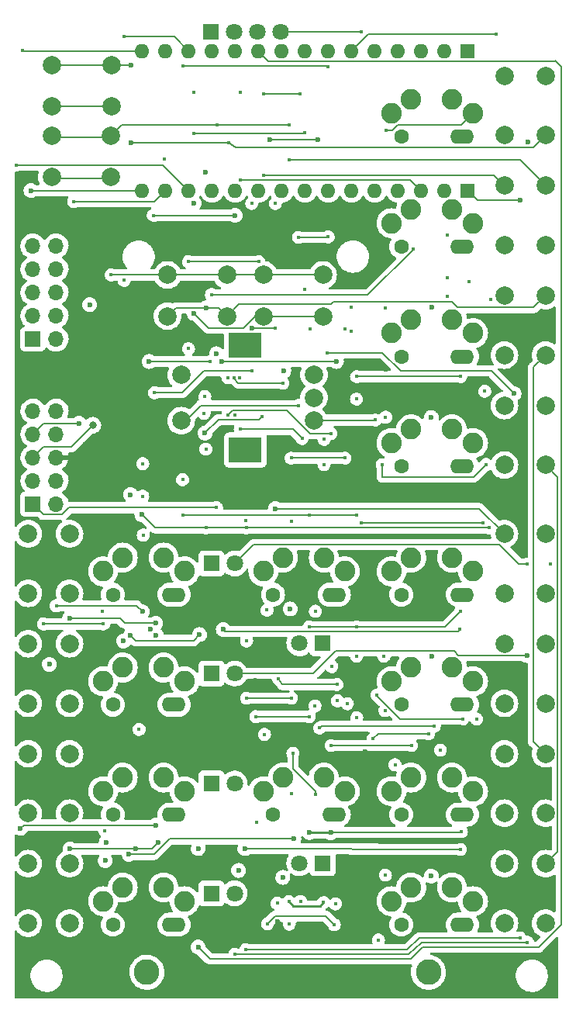
<source format=gbr>
%TF.GenerationSoftware,KiCad,Pcbnew,(6.0.1)*%
%TF.CreationDate,2022-02-15T11:42:12-08:00*%
%TF.ProjectId,main_board,6d61696e-5f62-46f6-9172-642e6b696361,rev?*%
%TF.SameCoordinates,Original*%
%TF.FileFunction,Copper,L3,Inr*%
%TF.FilePolarity,Positive*%
%FSLAX46Y46*%
G04 Gerber Fmt 4.6, Leading zero omitted, Abs format (unit mm)*
G04 Created by KiCad (PCBNEW (6.0.1)) date 2022-02-15 11:42:12*
%MOMM*%
%LPD*%
G01*
G04 APERTURE LIST*
%TA.AperFunction,ComponentPad*%
%ADD10C,2.000000*%
%TD*%
%TA.AperFunction,ComponentPad*%
%ADD11R,1.800000X1.800000*%
%TD*%
%TA.AperFunction,ComponentPad*%
%ADD12C,1.800000*%
%TD*%
%TA.AperFunction,ComponentPad*%
%ADD13C,2.250000*%
%TD*%
%TA.AperFunction,ComponentPad*%
%ADD14O,2.600000X1.600000*%
%TD*%
%TA.AperFunction,ComponentPad*%
%ADD15C,1.600000*%
%TD*%
%TA.AperFunction,ComponentPad*%
%ADD16R,3.600000X2.800000*%
%TD*%
%TA.AperFunction,ComponentPad*%
%ADD17R,1.600000X1.600000*%
%TD*%
%TA.AperFunction,ComponentPad*%
%ADD18O,1.600000X1.600000*%
%TD*%
%TA.AperFunction,ComponentPad*%
%ADD19R,1.700000X1.700000*%
%TD*%
%TA.AperFunction,ComponentPad*%
%ADD20O,1.700000X1.700000*%
%TD*%
%TA.AperFunction,ComponentPad*%
%ADD21C,2.800000*%
%TD*%
%TA.AperFunction,ViaPad*%
%ADD22C,0.600000*%
%TD*%
%TA.AperFunction,ViaPad*%
%ADD23C,0.400000*%
%TD*%
%TA.AperFunction,ViaPad*%
%ADD24C,0.800000*%
%TD*%
%TA.AperFunction,Conductor*%
%ADD25C,0.200000*%
%TD*%
%TA.AperFunction,Conductor*%
%ADD26C,0.250000*%
%TD*%
G04 APERTURE END LIST*
D10*
X104000000Y-139250000D03*
X104000000Y-132750000D03*
X108500000Y-139250000D03*
X108500000Y-132750000D03*
D11*
X84140000Y-120700000D03*
D12*
X81600000Y-120700000D03*
D10*
X104000000Y-151250000D03*
X104000000Y-144750000D03*
X108500000Y-144750000D03*
X108500000Y-151250000D03*
D13*
X91670000Y-148850000D03*
X100570000Y-148850000D03*
X93820000Y-147350000D03*
X98270000Y-147350000D03*
D14*
X99410000Y-151400000D03*
D15*
X92730000Y-151400000D03*
D10*
X104000000Y-58750000D03*
X104000000Y-65250000D03*
X108500000Y-65250000D03*
X108500000Y-58750000D03*
X104000000Y-127250000D03*
X104000000Y-120750000D03*
X108500000Y-127250000D03*
X108500000Y-120750000D03*
X61100000Y-62100000D03*
X54600000Y-62100000D03*
X54600000Y-57600000D03*
X61100000Y-57600000D03*
D13*
X91670000Y-62850000D03*
X100570000Y-62850000D03*
X93820000Y-61350000D03*
X98270000Y-61350000D03*
D14*
X99410000Y-65400000D03*
D15*
X92730000Y-65400000D03*
D10*
X104000000Y-82750000D03*
X104000000Y-89250000D03*
X108500000Y-82750000D03*
X108500000Y-89250000D03*
D13*
X77670000Y-112850000D03*
X86570000Y-112850000D03*
X79820000Y-111350000D03*
X84270000Y-111350000D03*
D14*
X85410000Y-115400000D03*
D15*
X78730000Y-115400000D03*
D10*
X61050000Y-69800000D03*
X54550000Y-69800000D03*
X54550000Y-65300000D03*
X61050000Y-65300000D03*
X52000000Y-144750000D03*
X52000000Y-151250000D03*
X56500000Y-144750000D03*
X56500000Y-151250000D03*
X68700000Y-96400000D03*
X68700000Y-91400000D03*
D16*
X75700000Y-99600000D03*
X75700000Y-88200000D03*
D10*
X83200000Y-96400000D03*
X83200000Y-91400000D03*
X83200000Y-93900000D03*
D11*
X72000000Y-112000000D03*
D12*
X74540000Y-112000000D03*
D10*
X104000000Y-108750000D03*
X104000000Y-115250000D03*
X108500000Y-108750000D03*
X108500000Y-115250000D03*
X52000000Y-108750000D03*
X52000000Y-115250000D03*
X56500000Y-115250000D03*
X56500000Y-108750000D03*
D13*
X77670000Y-136850000D03*
X86570000Y-136850000D03*
X79820000Y-135350000D03*
X84270000Y-135350000D03*
D14*
X85410000Y-139400000D03*
D15*
X78730000Y-139400000D03*
D10*
X52000000Y-132750000D03*
X52000000Y-139250000D03*
X56500000Y-139250000D03*
X56500000Y-132750000D03*
D13*
X91670000Y-112850000D03*
X100570000Y-112850000D03*
X93820000Y-111350000D03*
X98270000Y-111350000D03*
D14*
X99410000Y-115400000D03*
D15*
X92730000Y-115400000D03*
D11*
X72000000Y-136000000D03*
D12*
X74540000Y-136000000D03*
D11*
X84140000Y-144700000D03*
D12*
X81600000Y-144700000D03*
D11*
X72000000Y-124000000D03*
D12*
X74540000Y-124000000D03*
D13*
X60170000Y-112850000D03*
X69070000Y-112850000D03*
X62320000Y-111350000D03*
X66770000Y-111350000D03*
D14*
X67910000Y-115400000D03*
D15*
X61230000Y-115400000D03*
D13*
X60170000Y-124850000D03*
X69070000Y-124850000D03*
X62320000Y-123350000D03*
X66770000Y-123350000D03*
D14*
X67910000Y-127400000D03*
D15*
X61230000Y-127400000D03*
D13*
X60170000Y-136850000D03*
X69070000Y-136850000D03*
X62320000Y-135350000D03*
X66770000Y-135350000D03*
D14*
X67910000Y-139400000D03*
D15*
X61230000Y-139400000D03*
D13*
X91670000Y-136850000D03*
X100570000Y-136850000D03*
X93820000Y-135350000D03*
X98270000Y-135350000D03*
D14*
X99410000Y-139400000D03*
D15*
X92730000Y-139400000D03*
D10*
X104000000Y-94750000D03*
X104000000Y-101250000D03*
X108500000Y-94750000D03*
X108500000Y-101250000D03*
D13*
X91670000Y-86850000D03*
X100570000Y-86850000D03*
X93820000Y-85350000D03*
X98270000Y-85350000D03*
D14*
X99410000Y-89400000D03*
D15*
X92730000Y-89400000D03*
D10*
X104000000Y-70750000D03*
X104000000Y-77250000D03*
X108500000Y-70750000D03*
X108500000Y-77250000D03*
D13*
X91670000Y-124850000D03*
X100570000Y-124850000D03*
X93820000Y-123350000D03*
X98270000Y-123350000D03*
D14*
X99410000Y-127400000D03*
D15*
X92730000Y-127400000D03*
D13*
X91670000Y-98850000D03*
X100570000Y-98850000D03*
X93820000Y-97350000D03*
X98270000Y-97350000D03*
D14*
X99410000Y-101400000D03*
D15*
X92730000Y-101400000D03*
D13*
X60170000Y-148850000D03*
X69070000Y-148850000D03*
X62320000Y-147350000D03*
X66770000Y-147350000D03*
D14*
X67910000Y-151400000D03*
D15*
X61230000Y-151400000D03*
D11*
X71940000Y-54000000D03*
D12*
X74480000Y-54000000D03*
X77020000Y-54000000D03*
X79560000Y-54000000D03*
D10*
X52000000Y-120750000D03*
X52000000Y-127250000D03*
X56500000Y-120750000D03*
X56500000Y-127250000D03*
D13*
X91670000Y-74850000D03*
X100570000Y-74850000D03*
X93820000Y-73350000D03*
X98270000Y-73350000D03*
D14*
X99410000Y-77400000D03*
D15*
X92730000Y-77400000D03*
D11*
X72000000Y-148000000D03*
D12*
X74540000Y-148000000D03*
D10*
X77700000Y-80500000D03*
X84200000Y-80500000D03*
X77700000Y-85000000D03*
X84200000Y-85000000D03*
X73700000Y-80500000D03*
X67200000Y-80500000D03*
X67200000Y-85000000D03*
X73700000Y-85000000D03*
D17*
X100000000Y-56060000D03*
D18*
X97460000Y-56060000D03*
X94920000Y-56060000D03*
X92380000Y-56060000D03*
X89840000Y-56060000D03*
X87300000Y-56060000D03*
X84760000Y-56060000D03*
X82220000Y-56060000D03*
X79680000Y-56060000D03*
X77140000Y-56060000D03*
X74600000Y-56060000D03*
X72060000Y-56060000D03*
X69520000Y-56060000D03*
X66980000Y-56060000D03*
X64440000Y-56060000D03*
D19*
X52500000Y-87500000D03*
D20*
X55040000Y-87500000D03*
X52500000Y-84960000D03*
X55040000Y-84960000D03*
X52500000Y-82420000D03*
X55040000Y-82420000D03*
X52500000Y-79880000D03*
X55040000Y-79880000D03*
X52500000Y-77340000D03*
X55040000Y-77340000D03*
D17*
X100000000Y-71300000D03*
D18*
X97460000Y-71300000D03*
X94920000Y-71300000D03*
X92380000Y-71300000D03*
X89840000Y-71300000D03*
X87300000Y-71300000D03*
X84760000Y-71300000D03*
X82220000Y-71300000D03*
X79680000Y-71300000D03*
X77140000Y-71300000D03*
X74600000Y-71300000D03*
X72060000Y-71300000D03*
X69520000Y-71300000D03*
X66980000Y-71300000D03*
X64440000Y-71300000D03*
D19*
X52500000Y-105500000D03*
D20*
X55040000Y-105500000D03*
X52500000Y-102960000D03*
X55040000Y-102960000D03*
X52500000Y-100420000D03*
X55040000Y-100420000D03*
X52500000Y-97880000D03*
X55040000Y-97880000D03*
X52500000Y-95340000D03*
X55040000Y-95340000D03*
D21*
X64950000Y-156600000D03*
X95700000Y-156600000D03*
D22*
X72550000Y-89100000D03*
D23*
X75150000Y-70100000D03*
X75170000Y-60580000D03*
X72550000Y-105900000D03*
X89890000Y-96340000D03*
X84750000Y-76350000D03*
X81500000Y-76400000D03*
X81500000Y-94750000D03*
X77700000Y-60700000D03*
X81650000Y-60700000D03*
D22*
X106500000Y-122050000D03*
X105700000Y-72350000D03*
X106550000Y-65950000D03*
D23*
X103065489Y-54234511D03*
X105700000Y-152850000D03*
X75750000Y-154150000D03*
D22*
X60500000Y-142450000D03*
D23*
X51350000Y-56000000D03*
D22*
X57550000Y-96700000D03*
X52300000Y-71300000D03*
X51150000Y-140900000D03*
X65950000Y-140550000D03*
X79912500Y-90962500D03*
D23*
X81720000Y-148870000D03*
D22*
X60400000Y-144400000D03*
D23*
X66900000Y-67850000D03*
X60350000Y-141150000D03*
X65800000Y-93350000D03*
X80725000Y-137075000D03*
D22*
X62400000Y-120450000D03*
D23*
X60100000Y-117170000D03*
X80500000Y-151350000D03*
X76425000Y-90975000D03*
D22*
X65950000Y-119800000D03*
D23*
X71400000Y-108100000D03*
X71400000Y-99512500D03*
X62449511Y-81100489D03*
X102300000Y-108100000D03*
X62449511Y-54500000D03*
X75800000Y-108100000D03*
X97006250Y-132356250D03*
D22*
X64400000Y-106650000D03*
X65300000Y-119150000D03*
X70700000Y-119750000D03*
X63150000Y-119850000D03*
X70550000Y-153850000D03*
X70550000Y-143100000D03*
X63000000Y-143750000D03*
X81000000Y-142050000D03*
D23*
X88400000Y-53950000D03*
X88400000Y-107550000D03*
X82220000Y-64980000D03*
X100960000Y-128960000D03*
X101650000Y-107550000D03*
X70090000Y-60600000D03*
X70090000Y-65060000D03*
X99450000Y-128950000D03*
X80710000Y-107410000D03*
X68850000Y-57650000D03*
X90098682Y-126348682D03*
D22*
X78400000Y-65750000D03*
D23*
X84750000Y-57750000D03*
D22*
X83635489Y-65750000D03*
D23*
X86590000Y-100490000D03*
X86600000Y-86400000D03*
X80710000Y-100490000D03*
X82750000Y-86400000D03*
X74550000Y-154650000D03*
X106525000Y-153350000D03*
D22*
X96050000Y-122150000D03*
D24*
X59050000Y-96900000D03*
D23*
X79180000Y-149070000D03*
D22*
X96000000Y-96050000D03*
X96000000Y-146100000D03*
D23*
X83315000Y-127535000D03*
D22*
X58700000Y-83750000D03*
D23*
X64550000Y-108900000D03*
D22*
X96050000Y-84000000D03*
X74962500Y-145487500D03*
X80600000Y-116950000D03*
X63175000Y-104475000D03*
X91000000Y-116850000D03*
X56300000Y-90350000D03*
X91050000Y-77900000D03*
X79180000Y-151100000D03*
X88800000Y-132550000D03*
D23*
X76800000Y-124650000D03*
D22*
X58225000Y-99025000D03*
D23*
X91037500Y-140550000D03*
D22*
X91037500Y-90812500D03*
D23*
X87850000Y-94050000D03*
X87300000Y-86650000D03*
X87850000Y-91600000D03*
X99200000Y-91600000D03*
X100150000Y-81200000D03*
X82700000Y-106700000D03*
X68850000Y-106700000D03*
X99300000Y-141250000D03*
X99200000Y-117250000D03*
X87850000Y-118900000D03*
D22*
X85050000Y-141362011D03*
D23*
X87850000Y-106700000D03*
D22*
X82700000Y-141350000D03*
D23*
X82700000Y-118900000D03*
X85150000Y-123250000D03*
X87300000Y-84050000D03*
X82700000Y-128700000D03*
X76850000Y-128700000D03*
X68850000Y-102850000D03*
X64500000Y-104650000D03*
X64500000Y-101100000D03*
D22*
X65900000Y-118500000D03*
X54300000Y-123000000D03*
X56502162Y-117997838D03*
X56550000Y-143150000D03*
X66200000Y-142450000D03*
X63750000Y-143150000D03*
D23*
X56950000Y-72500000D03*
X53650000Y-118600000D03*
X60202651Y-118597349D03*
X55050000Y-116600000D03*
X50650000Y-68500000D03*
D22*
X64450000Y-117250000D03*
D23*
X109000000Y-112050000D03*
X106500000Y-112050000D03*
X97735000Y-80815000D03*
X97740480Y-76159520D03*
X97750000Y-82800000D03*
X80750000Y-126700000D03*
X75850000Y-126700000D03*
X75850000Y-120450000D03*
X91050000Y-64750000D03*
X91025000Y-84125000D03*
D22*
X85650000Y-89950000D03*
D23*
X87850000Y-122100000D03*
D22*
X73150000Y-89950000D03*
D23*
X73800000Y-91700000D03*
D22*
X73300000Y-119200000D03*
D23*
X99150000Y-119200000D03*
X74450000Y-91700000D03*
D22*
X79800000Y-146250000D03*
D23*
X79800000Y-92300000D03*
X99200000Y-143200000D03*
X75050000Y-91700000D03*
D22*
X75650000Y-143100000D03*
D23*
X102500000Y-83200000D03*
X91025000Y-96025000D03*
X78980000Y-72700000D03*
X61050000Y-80500000D03*
D22*
X63250000Y-66100000D03*
D23*
X73900000Y-66100000D03*
D22*
X63250000Y-57600000D03*
D23*
X72650000Y-64150000D03*
X80450000Y-64150000D03*
X80450000Y-67950000D03*
D22*
X71350000Y-69300000D03*
X71400000Y-84100000D03*
D23*
X84650000Y-89000000D03*
D22*
X105050489Y-93450489D03*
X70100489Y-84700489D03*
X70100000Y-72650000D03*
D23*
X77700000Y-69600000D03*
X79000000Y-86300000D03*
D22*
X79000000Y-106000000D03*
D23*
X76400489Y-72700000D03*
D22*
X76400000Y-86300000D03*
D23*
X64100000Y-130100000D03*
X75150000Y-97350000D03*
X81900000Y-98350000D03*
X82200000Y-82100244D03*
X71999855Y-82650145D03*
X74550000Y-95750000D03*
X71275489Y-93774511D03*
X94050000Y-77700000D03*
X73825000Y-95775000D03*
X85050000Y-97800000D03*
X84300000Y-101200000D03*
X90650000Y-101200000D03*
X84300000Y-98450000D03*
X101994511Y-101194511D03*
X101850000Y-93200000D03*
X77550000Y-95950000D03*
D22*
X71300000Y-97750000D03*
D23*
X69500000Y-79050000D03*
X77150000Y-79050000D03*
X69500152Y-88550152D03*
D22*
X65200000Y-89950000D03*
X74600000Y-74000000D03*
D23*
X71850000Y-89950000D03*
X65650000Y-74000000D03*
X71200000Y-95600000D03*
X90850000Y-122100000D03*
X91000000Y-146000000D03*
X75750000Y-107300000D03*
X78065000Y-117085000D03*
X85095000Y-131855000D03*
X86850000Y-127300000D03*
X93845000Y-131855000D03*
X92050000Y-133950000D03*
X95700000Y-130600000D03*
X89675000Y-131125000D03*
X96350000Y-129750000D03*
X83825000Y-129950000D03*
X83350000Y-117200000D03*
X79335000Y-124565000D03*
X85700000Y-125200000D03*
X77800000Y-130650000D03*
X80900000Y-132700000D03*
X84250000Y-149000000D03*
X83350000Y-137200000D03*
X80450000Y-148900000D03*
X85775000Y-126975000D03*
X87875000Y-128825000D03*
X76950000Y-140250000D03*
X85550000Y-149150000D03*
X78116076Y-151316076D03*
X85425000Y-151425000D03*
X90245489Y-153095489D03*
X90955000Y-128045000D03*
D25*
X93720000Y-70100000D02*
X94920000Y-71300000D01*
X53649511Y-106649511D02*
X52500000Y-105500000D01*
X72550000Y-105900000D02*
X56450000Y-105900000D01*
X75150000Y-70100000D02*
X93720000Y-70100000D01*
X55700489Y-106649511D02*
X53649511Y-106649511D01*
X56450000Y-105900000D02*
X55700489Y-106649511D01*
X89830000Y-96350000D02*
X83700000Y-96350000D01*
X81500000Y-76400000D02*
X84700000Y-76400000D01*
X84700000Y-76400000D02*
X84750000Y-76350000D01*
X70850000Y-94750000D02*
X81500000Y-94750000D01*
X69200000Y-96400000D02*
X70850000Y-94750000D01*
X77700000Y-60700000D02*
X81650000Y-60700000D01*
X100000000Y-71300000D02*
X101050000Y-72350000D01*
X85549511Y-121550489D02*
X83100000Y-124000000D01*
X83100000Y-124000000D02*
X74540000Y-124000000D01*
X98984564Y-122050000D02*
X98485053Y-121550489D01*
X98485053Y-121550489D02*
X85549511Y-121550489D01*
X106500000Y-122050000D02*
X98984564Y-122050000D01*
X101050000Y-72350000D02*
X105700000Y-72350000D01*
X89110000Y-54250000D02*
X103100000Y-54250000D01*
X94700000Y-152850000D02*
X105700000Y-152850000D01*
X75750000Y-154150000D02*
X93400000Y-154150000D01*
X93400000Y-154150000D02*
X94700000Y-152850000D01*
X87300000Y-56060000D02*
X89110000Y-54250000D01*
X52500000Y-97880000D02*
X53649511Y-96730489D01*
X53649511Y-96730489D02*
X57519511Y-96730489D01*
X64440000Y-56060000D02*
X51410000Y-56060000D01*
X51410000Y-56060000D02*
X51350000Y-56000000D01*
X57519511Y-96730489D02*
X57550000Y-96700000D01*
X64440000Y-71300000D02*
X52300000Y-71300000D01*
X60726535Y-140550489D02*
X60745567Y-140569521D01*
X51499511Y-140550489D02*
X60726535Y-140550489D01*
X65930479Y-140569521D02*
X60745567Y-140569521D01*
X51150000Y-140900000D02*
X51499511Y-140550489D01*
X65950000Y-140550000D02*
X65930479Y-140569521D01*
X71175000Y-90975000D02*
X68800000Y-93350000D01*
X71275000Y-90975000D02*
X71175000Y-90975000D01*
X68800000Y-93350000D02*
X65800000Y-93350000D01*
X76425000Y-90975000D02*
X71275000Y-90975000D01*
X64400000Y-106650000D02*
X65850000Y-108100000D01*
X67960000Y-54500000D02*
X69520000Y-56060000D01*
X62449511Y-54500000D02*
X67960000Y-54500000D01*
X65850000Y-108100000D02*
X75800000Y-108100000D01*
X75800000Y-108100000D02*
X102300000Y-108100000D01*
X70050489Y-120399511D02*
X63699511Y-120399511D01*
X63699511Y-120399511D02*
X63150000Y-119850000D01*
X70700000Y-119750000D02*
X70050489Y-120399511D01*
X70550000Y-153850000D02*
X71850000Y-155150000D01*
X93750000Y-155150000D02*
X95050000Y-153850000D01*
X77140000Y-56060000D02*
X78239511Y-57159511D01*
X78239511Y-57159511D02*
X109490489Y-57159511D01*
X107737787Y-153850000D02*
X110199031Y-151388756D01*
X95050000Y-153850000D02*
X107737787Y-153850000D01*
X110199031Y-151388756D02*
X110199031Y-57799031D01*
X71850000Y-155150000D02*
X93750000Y-155150000D01*
X109490489Y-57159511D02*
X109525000Y-57125000D01*
X110199031Y-57799031D02*
X109525000Y-57125000D01*
X67447838Y-142050000D02*
X65747838Y-143750000D01*
X81000000Y-142050000D02*
X67447838Y-142050000D01*
X65747838Y-143750000D02*
X63000000Y-143750000D01*
X82140000Y-65060000D02*
X82220000Y-64980000D01*
X88400000Y-53950000D02*
X88350000Y-54000000D01*
X88400000Y-107550000D02*
X101650000Y-107550000D01*
X70090000Y-65060000D02*
X82140000Y-65060000D01*
X88350000Y-54000000D02*
X79560000Y-54000000D01*
X84650000Y-57650000D02*
X84750000Y-57750000D01*
X92626046Y-128950000D02*
X99450000Y-128950000D01*
X90098682Y-126422636D02*
X92626046Y-128950000D01*
X80710000Y-100490000D02*
X86590000Y-100490000D01*
X68850000Y-57650000D02*
X84650000Y-57650000D01*
X90098682Y-126348682D02*
X90098682Y-126422636D01*
X83635489Y-65750000D02*
X78400000Y-65750000D01*
X106524511Y-153349511D02*
X106525000Y-153350000D01*
X93550000Y-154650000D02*
X94950000Y-153350000D01*
X94950000Y-153349511D02*
X106524511Y-153349511D01*
X74550000Y-154650000D02*
X93550000Y-154650000D01*
X52500000Y-100420000D02*
X53649511Y-99270489D01*
X56679511Y-99270489D02*
X59050000Y-96900000D01*
X53649511Y-99270489D02*
X56679511Y-99270489D01*
X85050000Y-141362011D02*
X99187989Y-141362011D01*
X99187989Y-141362011D02*
X99300000Y-141250000D01*
X82700000Y-118900000D02*
X97550000Y-118900000D01*
X87850000Y-91600000D02*
X99200000Y-91600000D01*
X99200000Y-117250000D02*
X97550000Y-118900000D01*
X68850000Y-106700000D02*
X85050489Y-106699511D01*
D26*
X85037989Y-141350000D02*
X85050000Y-141362011D01*
D25*
X85050489Y-106699511D02*
X87849511Y-106699511D01*
D26*
X82700000Y-141350000D02*
X85037989Y-141350000D01*
D25*
X76850000Y-128700000D02*
X82700000Y-128700000D01*
X62502162Y-118500000D02*
X62000000Y-117997838D01*
X65900000Y-118500000D02*
X62502162Y-118500000D01*
X62000000Y-117997838D02*
X56502162Y-117997838D01*
X66200000Y-142450000D02*
X65500000Y-143150000D01*
X65500000Y-143150000D02*
X56550000Y-143150000D01*
X56950000Y-72500000D02*
X65780000Y-72500000D01*
X60202651Y-118597349D02*
X53650000Y-118597349D01*
X65780000Y-72500000D02*
X66980000Y-71300000D01*
X55050000Y-116600000D02*
X63800489Y-116600489D01*
X66720489Y-68500489D02*
X50650000Y-68500489D01*
X63800489Y-116600489D02*
X64450000Y-117250000D01*
X69520000Y-71300000D02*
X66720489Y-68500489D01*
X74540000Y-112000000D02*
X76614511Y-109925489D01*
X103425489Y-109925489D02*
X105550000Y-112050000D01*
X105550000Y-112050000D02*
X106500000Y-112050000D01*
X76614511Y-109925489D02*
X103425489Y-109925489D01*
X80750000Y-126700000D02*
X75850000Y-126700000D01*
X91726046Y-64750000D02*
X92376046Y-64100000D01*
X99320000Y-64100000D02*
X100570000Y-62850000D01*
X92376046Y-64100000D02*
X99320000Y-64100000D01*
X91050000Y-64750000D02*
X91726046Y-64750000D01*
X73150000Y-89950000D02*
X85600000Y-89950000D01*
X98950489Y-119399511D02*
X73499511Y-119399511D01*
X99150000Y-119200000D02*
X98950489Y-119399511D01*
X73499511Y-119399511D02*
X73300000Y-119200000D01*
X74943584Y-92300000D02*
X79800000Y-92300000D01*
X74450000Y-91700000D02*
X74450000Y-91806416D01*
X74450000Y-91806416D02*
X74943584Y-92300000D01*
X75650000Y-143100000D02*
X99200000Y-143200000D01*
X54650000Y-69950000D02*
X61150000Y-69950000D01*
X73700000Y-80500000D02*
X77700000Y-80500000D01*
X54600000Y-62100000D02*
X61100000Y-62100000D01*
X77700000Y-80500000D02*
X84200000Y-80500000D01*
X61050000Y-80500000D02*
X67200000Y-80500000D01*
X67200000Y-80500000D02*
X73700000Y-80500000D01*
X74650000Y-66600000D02*
X107180479Y-66569521D01*
X54600000Y-57600000D02*
X61100000Y-57600000D01*
X73900000Y-66100000D02*
X74650000Y-66600000D01*
X61100000Y-57600000D02*
X63250000Y-57600000D01*
X107180479Y-66569521D02*
X108500000Y-65250000D01*
X63250000Y-66100000D02*
X73900000Y-66100000D01*
X105700000Y-67950000D02*
X80450000Y-67950000D01*
X61050000Y-65300000D02*
X62200000Y-64150000D01*
X62200000Y-64150000D02*
X72650000Y-64150000D01*
X54650000Y-65450000D02*
X61150000Y-65450000D01*
X72650000Y-64150000D02*
X80450000Y-64150000D01*
X108500000Y-70750000D02*
X105700000Y-67950000D01*
X107200489Y-84049511D02*
X98899511Y-84049511D01*
X85356905Y-83400489D02*
X85056905Y-83700489D01*
X68100000Y-84100000D02*
X71400000Y-84100000D01*
X98250489Y-83400489D02*
X85356905Y-83400489D01*
X107180480Y-90569520D02*
X108500000Y-89250000D01*
X73700000Y-85000000D02*
X74999511Y-83700489D01*
X98899511Y-84049511D02*
X98250489Y-83400489D01*
X74999511Y-83700489D02*
X85056905Y-83700489D01*
X67200000Y-85000000D02*
X68100000Y-84100000D01*
X107200489Y-131450489D02*
X108500000Y-132750000D01*
X72800000Y-84100000D02*
X73700000Y-85000000D01*
X107200489Y-90549511D02*
X107200489Y-131450489D01*
X71400000Y-84100000D02*
X72800000Y-84100000D01*
X108500000Y-82750000D02*
X107200489Y-84049511D01*
X84650000Y-89000000D02*
X90676046Y-89000000D01*
X109799511Y-143450489D02*
X108500000Y-144750000D01*
X76800000Y-85000000D02*
X77700000Y-85000000D01*
X102569040Y-90969040D02*
X105050489Y-93450489D01*
X108500000Y-101250000D02*
X109799511Y-102549511D01*
X109799511Y-102549511D02*
X109799511Y-143450489D01*
X92645086Y-90969040D02*
X102569040Y-90969040D01*
X70100489Y-84700489D02*
X71699511Y-86299511D01*
X75500489Y-86299511D02*
X76800000Y-85000000D01*
X90676046Y-89000000D02*
X92645086Y-90969040D01*
X71699511Y-86299511D02*
X75500489Y-86299511D01*
X77700000Y-85000000D02*
X84200000Y-85000000D01*
X77700000Y-69600000D02*
X102850000Y-69600000D01*
X102850000Y-69600000D02*
X104000000Y-70750000D01*
X79000000Y-106000000D02*
X101250000Y-106000000D01*
X101250000Y-106000000D02*
X104000000Y-108750000D01*
X76400000Y-86300000D02*
X79000000Y-86300000D01*
X80900000Y-97350000D02*
X81900000Y-98350000D01*
X75150000Y-97350000D02*
X80900000Y-97350000D01*
X94050000Y-77700000D02*
X94050000Y-77733954D01*
X89083954Y-82700000D02*
X72000000Y-82700000D01*
X94050000Y-77733954D02*
X89083954Y-82700000D01*
X74343095Y-95250489D02*
X80212702Y-95250489D01*
X73825000Y-95768584D02*
X74343095Y-95250489D01*
X73825000Y-95768584D02*
X73825000Y-95775000D01*
X82762213Y-97800000D02*
X85050000Y-97800000D01*
X80212702Y-95250489D02*
X82762213Y-97800000D01*
X90669520Y-102569520D02*
X100619502Y-102569520D01*
X100619502Y-102569520D02*
X101994511Y-101194511D01*
X90650000Y-101200000D02*
X90669520Y-102569520D01*
X72750000Y-96300000D02*
X77200000Y-96300000D01*
X77200000Y-96300000D02*
X77550000Y-95950000D01*
X71300000Y-97750000D02*
X72750000Y-96300000D01*
X77150000Y-79050000D02*
X69500000Y-79050000D01*
X74600000Y-74000000D02*
X65650000Y-74000000D01*
X65200000Y-89950000D02*
X71850000Y-89950000D01*
X85095000Y-131855000D02*
X93845000Y-131855000D01*
X90200000Y-130600000D02*
X95800000Y-130600000D01*
X89675000Y-131125000D02*
X90200000Y-130600000D01*
X96350000Y-129750000D02*
X84025000Y-129750000D01*
X84025000Y-129750000D02*
X83825000Y-129950000D01*
X79750000Y-125200000D02*
X79335000Y-124565000D01*
X85700000Y-125200000D02*
X79750000Y-125200000D01*
D26*
X80450000Y-148900000D02*
X80944511Y-149394511D01*
D25*
X83350000Y-136865436D02*
X80900000Y-134415436D01*
D26*
X80944511Y-149394511D02*
X83855489Y-149394511D01*
X83855489Y-149394511D02*
X84250000Y-149000000D01*
D25*
X80900000Y-134415436D02*
X80900000Y-132700000D01*
X83350000Y-137200000D02*
X83350000Y-136865436D01*
X78931671Y-150500480D02*
X84500480Y-150500480D01*
X84500480Y-150500480D02*
X85425000Y-151425000D01*
X78116076Y-151316076D02*
X78931671Y-150500480D01*
%TA.AperFunction,Conductor*%
G36*
X53082986Y-69128991D02*
G01*
X53129479Y-69182647D01*
X53139583Y-69252921D01*
X53131274Y-69283205D01*
X53125949Y-69296062D01*
X53116549Y-69318757D01*
X53110895Y-69332406D01*
X53109740Y-69337218D01*
X53061117Y-69539747D01*
X53055465Y-69563289D01*
X53036835Y-69800000D01*
X53055465Y-70036711D01*
X53056619Y-70041518D01*
X53056620Y-70041524D01*
X53073885Y-70113438D01*
X53110895Y-70267594D01*
X53112788Y-70272165D01*
X53112789Y-70272167D01*
X53195823Y-70472629D01*
X53201760Y-70486963D01*
X53204348Y-70491186D01*
X53209543Y-70499664D01*
X53228082Y-70568197D01*
X53206626Y-70635874D01*
X53151988Y-70681208D01*
X53102111Y-70691500D01*
X52884751Y-70691500D01*
X52816630Y-70671498D01*
X52812157Y-70668276D01*
X52809815Y-70665918D01*
X52798697Y-70658862D01*
X52734059Y-70617842D01*
X52656666Y-70568727D01*
X52627463Y-70558328D01*
X52492425Y-70510243D01*
X52492420Y-70510242D01*
X52485790Y-70507881D01*
X52478802Y-70507048D01*
X52478799Y-70507047D01*
X52355698Y-70492368D01*
X52305680Y-70486404D01*
X52298677Y-70487140D01*
X52298676Y-70487140D01*
X52132288Y-70504628D01*
X52132286Y-70504629D01*
X52125288Y-70505364D01*
X51953579Y-70563818D01*
X51945600Y-70568727D01*
X51805095Y-70655166D01*
X51805092Y-70655168D01*
X51799088Y-70658862D01*
X51794053Y-70663793D01*
X51794050Y-70663795D01*
X51700708Y-70755203D01*
X51669493Y-70785771D01*
X51571235Y-70938238D01*
X51568826Y-70944858D01*
X51568824Y-70944861D01*
X51553592Y-70986711D01*
X51509197Y-71108685D01*
X51486463Y-71288640D01*
X51504163Y-71469160D01*
X51561418Y-71641273D01*
X51565065Y-71647295D01*
X51565066Y-71647297D01*
X51640151Y-71771277D01*
X51655380Y-71796424D01*
X51660269Y-71801487D01*
X51660270Y-71801488D01*
X51720887Y-71864258D01*
X51781382Y-71926902D01*
X51816739Y-71950039D01*
X51923078Y-72019625D01*
X51933159Y-72026222D01*
X51939763Y-72028678D01*
X51939765Y-72028679D01*
X52096558Y-72086990D01*
X52096560Y-72086990D01*
X52103168Y-72089448D01*
X52169060Y-72098240D01*
X52275980Y-72112507D01*
X52275984Y-72112507D01*
X52282961Y-72113438D01*
X52289972Y-72112800D01*
X52289976Y-72112800D01*
X52449953Y-72098240D01*
X52463600Y-72096998D01*
X52470302Y-72094820D01*
X52470304Y-72094820D01*
X52629409Y-72043124D01*
X52629412Y-72043123D01*
X52636108Y-72040947D01*
X52791912Y-71948069D01*
X52797013Y-71943212D01*
X52802626Y-71938951D01*
X52803385Y-71939952D01*
X52860090Y-71910762D01*
X52883860Y-71908500D01*
X56257132Y-71908500D01*
X56325253Y-71928502D01*
X56371746Y-71982158D01*
X56381850Y-72052432D01*
X56360218Y-72106951D01*
X56325382Y-72156517D01*
X56325379Y-72156523D01*
X56321010Y-72162739D01*
X56310280Y-72190260D01*
X56263846Y-72309357D01*
X56258718Y-72322509D01*
X56257726Y-72330042D01*
X56257726Y-72330043D01*
X56238413Y-72476744D01*
X56236335Y-72492526D01*
X56243582Y-72558166D01*
X56254158Y-72653962D01*
X56255153Y-72662975D01*
X56257762Y-72670106D01*
X56257763Y-72670108D01*
X56274261Y-72715190D01*
X56314085Y-72824015D01*
X56318322Y-72830321D01*
X56318324Y-72830324D01*
X56349351Y-72876496D01*
X56409730Y-72966349D01*
X56536565Y-73081760D01*
X56687268Y-73163585D01*
X56853139Y-73207101D01*
X56940586Y-73208474D01*
X57017003Y-73209675D01*
X57017006Y-73209675D01*
X57024602Y-73209794D01*
X57032006Y-73208098D01*
X57032008Y-73208098D01*
X57119659Y-73188023D01*
X57191759Y-73171510D01*
X57290329Y-73121935D01*
X57346942Y-73108500D01*
X65313580Y-73108500D01*
X65381701Y-73128502D01*
X65428194Y-73182158D01*
X65438298Y-73252432D01*
X65408804Y-73317012D01*
X65371370Y-73346466D01*
X65345222Y-73359962D01*
X65248839Y-73409709D01*
X65119615Y-73522439D01*
X65021010Y-73662739D01*
X64958718Y-73822509D01*
X64957726Y-73830042D01*
X64957726Y-73830043D01*
X64949688Y-73891101D01*
X64936335Y-73992526D01*
X64937169Y-74000076D01*
X64947526Y-74093887D01*
X64955153Y-74162975D01*
X65014085Y-74324015D01*
X65018322Y-74330321D01*
X65018324Y-74330324D01*
X65041837Y-74365314D01*
X65109730Y-74466349D01*
X65236565Y-74581760D01*
X65387268Y-74663585D01*
X65553139Y-74707101D01*
X65640586Y-74708474D01*
X65717003Y-74709675D01*
X65717006Y-74709675D01*
X65724602Y-74709794D01*
X65732006Y-74708098D01*
X65732008Y-74708098D01*
X65794846Y-74693706D01*
X65891759Y-74671510D01*
X65990329Y-74621935D01*
X66046942Y-74608500D01*
X74015699Y-74608500D01*
X74084692Y-74629068D01*
X74207873Y-74709675D01*
X74233159Y-74726222D01*
X74239763Y-74728678D01*
X74239765Y-74728679D01*
X74396558Y-74786990D01*
X74396560Y-74786990D01*
X74403168Y-74789448D01*
X74486995Y-74800633D01*
X74575980Y-74812507D01*
X74575984Y-74812507D01*
X74582961Y-74813438D01*
X74589972Y-74812800D01*
X74589976Y-74812800D01*
X74732459Y-74799832D01*
X74763600Y-74796998D01*
X74770302Y-74794820D01*
X74770304Y-74794820D01*
X74929409Y-74743124D01*
X74929412Y-74743123D01*
X74936108Y-74740947D01*
X75049746Y-74673205D01*
X75085860Y-74651677D01*
X75085862Y-74651676D01*
X75091912Y-74648069D01*
X75223266Y-74522982D01*
X75323643Y-74371902D01*
X75388055Y-74202338D01*
X75400936Y-74110687D01*
X75412748Y-74026639D01*
X75412748Y-74026636D01*
X75413299Y-74022717D01*
X75413616Y-74000000D01*
X75393397Y-73819745D01*
X75347573Y-73688156D01*
X75336064Y-73655106D01*
X75336062Y-73655103D01*
X75333745Y-73648448D01*
X75304341Y-73601392D01*
X75241359Y-73500598D01*
X75237626Y-73494624D01*
X75153386Y-73409794D01*
X75114778Y-73370915D01*
X75114774Y-73370912D01*
X75109815Y-73365918D01*
X75098697Y-73358862D01*
X75032751Y-73317012D01*
X74956666Y-73268727D01*
X74910904Y-73252432D01*
X74792425Y-73210243D01*
X74792420Y-73210242D01*
X74785790Y-73207881D01*
X74778802Y-73207048D01*
X74778799Y-73207047D01*
X74655698Y-73192368D01*
X74605680Y-73186404D01*
X74598677Y-73187140D01*
X74598676Y-73187140D01*
X74432288Y-73204628D01*
X74432286Y-73204629D01*
X74425288Y-73205364D01*
X74253579Y-73263818D01*
X74099088Y-73358862D01*
X74094054Y-73363791D01*
X74092776Y-73364790D01*
X74026782Y-73390967D01*
X74015204Y-73391500D01*
X70808822Y-73391500D01*
X70740701Y-73371498D01*
X70694208Y-73317842D01*
X70684104Y-73247568D01*
X70713598Y-73182988D01*
X70715644Y-73180843D01*
X70718160Y-73177844D01*
X70723266Y-73172982D01*
X70823643Y-73021902D01*
X70882443Y-72867111D01*
X70885555Y-72858920D01*
X70885556Y-72858918D01*
X70888055Y-72852338D01*
X70891149Y-72830324D01*
X70912748Y-72676639D01*
X70912748Y-72676636D01*
X70913299Y-72672717D01*
X70913452Y-72661738D01*
X70913561Y-72653962D01*
X70913561Y-72653957D01*
X70913616Y-72650000D01*
X70893397Y-72469745D01*
X70860974Y-72376639D01*
X70836064Y-72305106D01*
X70836062Y-72305103D01*
X70833745Y-72298448D01*
X70811698Y-72263165D01*
X70741359Y-72150598D01*
X70737626Y-72144624D01*
X70732664Y-72139627D01*
X70685441Y-72092073D01*
X70651634Y-72029642D01*
X70656946Y-71958844D01*
X70660652Y-71950039D01*
X70675805Y-71917543D01*
X70722722Y-71864258D01*
X70790999Y-71844797D01*
X70858959Y-71865339D01*
X70904195Y-71917543D01*
X70920151Y-71951762D01*
X70920154Y-71951767D01*
X70922477Y-71956749D01*
X70978908Y-72037340D01*
X71019740Y-72095654D01*
X71053802Y-72144300D01*
X71215700Y-72306198D01*
X71220208Y-72309355D01*
X71220211Y-72309357D01*
X71283914Y-72353962D01*
X71403251Y-72437523D01*
X71408233Y-72439846D01*
X71408238Y-72439849D01*
X71537397Y-72500076D01*
X71610757Y-72534284D01*
X71616065Y-72535706D01*
X71616067Y-72535707D01*
X71826598Y-72592119D01*
X71826600Y-72592119D01*
X71831913Y-72593543D01*
X72060000Y-72613498D01*
X72288087Y-72593543D01*
X72293400Y-72592119D01*
X72293402Y-72592119D01*
X72503933Y-72535707D01*
X72503935Y-72535706D01*
X72509243Y-72534284D01*
X72582603Y-72500076D01*
X72711762Y-72439849D01*
X72711767Y-72439846D01*
X72716749Y-72437523D01*
X72836086Y-72353962D01*
X72899789Y-72309357D01*
X72899792Y-72309355D01*
X72904300Y-72306198D01*
X73066198Y-72144300D01*
X73100261Y-72095654D01*
X73141092Y-72037340D01*
X73197523Y-71956749D01*
X73199846Y-71951767D01*
X73199849Y-71951762D01*
X73215805Y-71917543D01*
X73262722Y-71864258D01*
X73330999Y-71844797D01*
X73398959Y-71865339D01*
X73444195Y-71917543D01*
X73460151Y-71951762D01*
X73460154Y-71951767D01*
X73462477Y-71956749D01*
X73518908Y-72037340D01*
X73559740Y-72095654D01*
X73593802Y-72144300D01*
X73755700Y-72306198D01*
X73760208Y-72309355D01*
X73760211Y-72309357D01*
X73823914Y-72353962D01*
X73943251Y-72437523D01*
X73948233Y-72439846D01*
X73948238Y-72439849D01*
X74077397Y-72500076D01*
X74150757Y-72534284D01*
X74156065Y-72535706D01*
X74156067Y-72535707D01*
X74366598Y-72592119D01*
X74366600Y-72592119D01*
X74371913Y-72593543D01*
X74600000Y-72613498D01*
X74828087Y-72593543D01*
X74833400Y-72592119D01*
X74833402Y-72592119D01*
X75043933Y-72535707D01*
X75043935Y-72535706D01*
X75049243Y-72534284D01*
X75122603Y-72500076D01*
X75251762Y-72439849D01*
X75251767Y-72439846D01*
X75256749Y-72437523D01*
X75376086Y-72353962D01*
X75439789Y-72309357D01*
X75439792Y-72309355D01*
X75444300Y-72306198D01*
X75606198Y-72144300D01*
X75640261Y-72095654D01*
X75681092Y-72037340D01*
X75737523Y-71956749D01*
X75739846Y-71951767D01*
X75739849Y-71951762D01*
X75755805Y-71917543D01*
X75802722Y-71864258D01*
X75870999Y-71844797D01*
X75938959Y-71865339D01*
X75984195Y-71917543D01*
X76000151Y-71951762D01*
X76000154Y-71951767D01*
X76002477Y-71956749D01*
X76005633Y-71961256D01*
X76008383Y-71966019D01*
X76006196Y-71967281D01*
X76025500Y-72024469D01*
X76008235Y-72093334D01*
X75982430Y-72124450D01*
X75875830Y-72217443D01*
X75875826Y-72217447D01*
X75870104Y-72222439D01*
X75771499Y-72362739D01*
X75743573Y-72434366D01*
X75726194Y-72478941D01*
X75709207Y-72522509D01*
X75708215Y-72530042D01*
X75708215Y-72530043D01*
X75688782Y-72677657D01*
X75686824Y-72692526D01*
X75695412Y-72770318D01*
X75704468Y-72852338D01*
X75705642Y-72862975D01*
X75708251Y-72870106D01*
X75708252Y-72870108D01*
X75719950Y-72902074D01*
X75764574Y-73024015D01*
X75768811Y-73030321D01*
X75768813Y-73030324D01*
X75771743Y-73034684D01*
X75860219Y-73166349D01*
X75987054Y-73281760D01*
X76137757Y-73363585D01*
X76303628Y-73407101D01*
X76391075Y-73408474D01*
X76467492Y-73409675D01*
X76467495Y-73409675D01*
X76475091Y-73409794D01*
X76482495Y-73408098D01*
X76482497Y-73408098D01*
X76545335Y-73393706D01*
X76642248Y-73371510D01*
X76795447Y-73294459D01*
X76801218Y-73289530D01*
X76801221Y-73289528D01*
X76920067Y-73188023D01*
X76925844Y-73183089D01*
X77025913Y-73043830D01*
X77089874Y-72884720D01*
X77114036Y-72714947D01*
X77115741Y-72715190D01*
X77138341Y-72655386D01*
X77195360Y-72613085D01*
X77227901Y-72605808D01*
X77285909Y-72600733D01*
X77368087Y-72593543D01*
X77373400Y-72592119D01*
X77373402Y-72592119D01*
X77583933Y-72535707D01*
X77583935Y-72535706D01*
X77589243Y-72534284D01*
X77662603Y-72500076D01*
X77791762Y-72439849D01*
X77791767Y-72439846D01*
X77796749Y-72437523D01*
X77916086Y-72353962D01*
X77979789Y-72309357D01*
X77979792Y-72309355D01*
X77984300Y-72306198D01*
X78146198Y-72144300D01*
X78180261Y-72095654D01*
X78221092Y-72037340D01*
X78277523Y-71956749D01*
X78279846Y-71951767D01*
X78279849Y-71951762D01*
X78295805Y-71917543D01*
X78342722Y-71864258D01*
X78410999Y-71844797D01*
X78478959Y-71865339D01*
X78524195Y-71917543D01*
X78540151Y-71951762D01*
X78540154Y-71951767D01*
X78542477Y-71956749D01*
X78545633Y-71961257D01*
X78545637Y-71961263D01*
X78557796Y-71978628D01*
X78580484Y-72045902D01*
X78563199Y-72114762D01*
X78537413Y-72145846D01*
X78455342Y-72217442D01*
X78455338Y-72217447D01*
X78449615Y-72222439D01*
X78351010Y-72362739D01*
X78323084Y-72434366D01*
X78305705Y-72478941D01*
X78288718Y-72522509D01*
X78287726Y-72530042D01*
X78287726Y-72530043D01*
X78268293Y-72677657D01*
X78266335Y-72692526D01*
X78274923Y-72770318D01*
X78283979Y-72852338D01*
X78285153Y-72862975D01*
X78287762Y-72870106D01*
X78287763Y-72870108D01*
X78299461Y-72902074D01*
X78344085Y-73024015D01*
X78348322Y-73030321D01*
X78348324Y-73030324D01*
X78351254Y-73034684D01*
X78439730Y-73166349D01*
X78566565Y-73281760D01*
X78717268Y-73363585D01*
X78883139Y-73407101D01*
X78970586Y-73408474D01*
X79047003Y-73409675D01*
X79047006Y-73409675D01*
X79054602Y-73409794D01*
X79062006Y-73408098D01*
X79062008Y-73408098D01*
X79124846Y-73393706D01*
X79221759Y-73371510D01*
X79374958Y-73294459D01*
X79380729Y-73289530D01*
X79380732Y-73289528D01*
X79499578Y-73188023D01*
X79505355Y-73183089D01*
X79605424Y-73043830D01*
X79669385Y-72884720D01*
X79675879Y-72839092D01*
X79692966Y-72719031D01*
X79692966Y-72719028D01*
X79693547Y-72714947D01*
X79694249Y-72715047D01*
X79718133Y-72651885D01*
X79775161Y-72609595D01*
X79807677Y-72602328D01*
X79838646Y-72599618D01*
X79908087Y-72593543D01*
X79913400Y-72592119D01*
X79913402Y-72592119D01*
X80123933Y-72535707D01*
X80123935Y-72535706D01*
X80129243Y-72534284D01*
X80202603Y-72500076D01*
X80331762Y-72439849D01*
X80331767Y-72439846D01*
X80336749Y-72437523D01*
X80456086Y-72353962D01*
X80519789Y-72309357D01*
X80519792Y-72309355D01*
X80524300Y-72306198D01*
X80686198Y-72144300D01*
X80720261Y-72095654D01*
X80761092Y-72037340D01*
X80817523Y-71956749D01*
X80819846Y-71951767D01*
X80819849Y-71951762D01*
X80835805Y-71917543D01*
X80882722Y-71864258D01*
X80950999Y-71844797D01*
X81018959Y-71865339D01*
X81064195Y-71917543D01*
X81080151Y-71951762D01*
X81080154Y-71951767D01*
X81082477Y-71956749D01*
X81138908Y-72037340D01*
X81179740Y-72095654D01*
X81213802Y-72144300D01*
X81375700Y-72306198D01*
X81380208Y-72309355D01*
X81380211Y-72309357D01*
X81443914Y-72353962D01*
X81563251Y-72437523D01*
X81568233Y-72439846D01*
X81568238Y-72439849D01*
X81697397Y-72500076D01*
X81770757Y-72534284D01*
X81776065Y-72535706D01*
X81776067Y-72535707D01*
X81986598Y-72592119D01*
X81986600Y-72592119D01*
X81991913Y-72593543D01*
X82220000Y-72613498D01*
X82448087Y-72593543D01*
X82453400Y-72592119D01*
X82453402Y-72592119D01*
X82663933Y-72535707D01*
X82663935Y-72535706D01*
X82669243Y-72534284D01*
X82742603Y-72500076D01*
X82871762Y-72439849D01*
X82871767Y-72439846D01*
X82876749Y-72437523D01*
X82996086Y-72353962D01*
X83059789Y-72309357D01*
X83059792Y-72309355D01*
X83064300Y-72306198D01*
X83226198Y-72144300D01*
X83260261Y-72095654D01*
X83301092Y-72037340D01*
X83357523Y-71956749D01*
X83359846Y-71951767D01*
X83359849Y-71951762D01*
X83375805Y-71917543D01*
X83422722Y-71864258D01*
X83490999Y-71844797D01*
X83558959Y-71865339D01*
X83604195Y-71917543D01*
X83620151Y-71951762D01*
X83620154Y-71951767D01*
X83622477Y-71956749D01*
X83678908Y-72037340D01*
X83719740Y-72095654D01*
X83753802Y-72144300D01*
X83915700Y-72306198D01*
X83920208Y-72309355D01*
X83920211Y-72309357D01*
X83983914Y-72353962D01*
X84103251Y-72437523D01*
X84108233Y-72439846D01*
X84108238Y-72439849D01*
X84237397Y-72500076D01*
X84310757Y-72534284D01*
X84316065Y-72535706D01*
X84316067Y-72535707D01*
X84526598Y-72592119D01*
X84526600Y-72592119D01*
X84531913Y-72593543D01*
X84760000Y-72613498D01*
X84988087Y-72593543D01*
X84993400Y-72592119D01*
X84993402Y-72592119D01*
X85203933Y-72535707D01*
X85203935Y-72535706D01*
X85209243Y-72534284D01*
X85282603Y-72500076D01*
X85411762Y-72439849D01*
X85411767Y-72439846D01*
X85416749Y-72437523D01*
X85536086Y-72353962D01*
X85599789Y-72309357D01*
X85599792Y-72309355D01*
X85604300Y-72306198D01*
X85766198Y-72144300D01*
X85800261Y-72095654D01*
X85841092Y-72037340D01*
X85897523Y-71956749D01*
X85899846Y-71951767D01*
X85899849Y-71951762D01*
X85915805Y-71917543D01*
X85962722Y-71864258D01*
X86030999Y-71844797D01*
X86098959Y-71865339D01*
X86144195Y-71917543D01*
X86160151Y-71951762D01*
X86160154Y-71951767D01*
X86162477Y-71956749D01*
X86218908Y-72037340D01*
X86259740Y-72095654D01*
X86293802Y-72144300D01*
X86455700Y-72306198D01*
X86460208Y-72309355D01*
X86460211Y-72309357D01*
X86523914Y-72353962D01*
X86643251Y-72437523D01*
X86648233Y-72439846D01*
X86648238Y-72439849D01*
X86777397Y-72500076D01*
X86850757Y-72534284D01*
X86856065Y-72535706D01*
X86856067Y-72535707D01*
X87066598Y-72592119D01*
X87066600Y-72592119D01*
X87071913Y-72593543D01*
X87300000Y-72613498D01*
X87528087Y-72593543D01*
X87533400Y-72592119D01*
X87533402Y-72592119D01*
X87743933Y-72535707D01*
X87743935Y-72535706D01*
X87749243Y-72534284D01*
X87822603Y-72500076D01*
X87951762Y-72439849D01*
X87951767Y-72439846D01*
X87956749Y-72437523D01*
X88076086Y-72353962D01*
X88139789Y-72309357D01*
X88139792Y-72309355D01*
X88144300Y-72306198D01*
X88306198Y-72144300D01*
X88340261Y-72095654D01*
X88381092Y-72037340D01*
X88437523Y-71956749D01*
X88439846Y-71951767D01*
X88439849Y-71951762D01*
X88455805Y-71917543D01*
X88502722Y-71864258D01*
X88570999Y-71844797D01*
X88638959Y-71865339D01*
X88684195Y-71917543D01*
X88700151Y-71951762D01*
X88700154Y-71951767D01*
X88702477Y-71956749D01*
X88758908Y-72037340D01*
X88799740Y-72095654D01*
X88833802Y-72144300D01*
X88995700Y-72306198D01*
X89000208Y-72309355D01*
X89000211Y-72309357D01*
X89063914Y-72353962D01*
X89183251Y-72437523D01*
X89188233Y-72439846D01*
X89188238Y-72439849D01*
X89317397Y-72500076D01*
X89390757Y-72534284D01*
X89396065Y-72535706D01*
X89396067Y-72535707D01*
X89606598Y-72592119D01*
X89606600Y-72592119D01*
X89611913Y-72593543D01*
X89840000Y-72613498D01*
X90068087Y-72593543D01*
X90073400Y-72592119D01*
X90073402Y-72592119D01*
X90283933Y-72535707D01*
X90283935Y-72535706D01*
X90289243Y-72534284D01*
X90362603Y-72500076D01*
X90491762Y-72439849D01*
X90491767Y-72439846D01*
X90496749Y-72437523D01*
X90616086Y-72353962D01*
X90679789Y-72309357D01*
X90679792Y-72309355D01*
X90684300Y-72306198D01*
X90846198Y-72144300D01*
X90880261Y-72095654D01*
X90921092Y-72037340D01*
X90977523Y-71956749D01*
X90979846Y-71951767D01*
X90979849Y-71951762D01*
X90995805Y-71917543D01*
X91042722Y-71864258D01*
X91110999Y-71844797D01*
X91178959Y-71865339D01*
X91224195Y-71917543D01*
X91240151Y-71951762D01*
X91240154Y-71951767D01*
X91242477Y-71956749D01*
X91298908Y-72037340D01*
X91339740Y-72095654D01*
X91373802Y-72144300D01*
X91535700Y-72306198D01*
X91540208Y-72309355D01*
X91540211Y-72309357D01*
X91603914Y-72353962D01*
X91723251Y-72437523D01*
X91728233Y-72439846D01*
X91728238Y-72439849D01*
X91857397Y-72500076D01*
X91930757Y-72534284D01*
X91936065Y-72535706D01*
X91936067Y-72535707D01*
X92146598Y-72592119D01*
X92146600Y-72592119D01*
X92151913Y-72593543D01*
X92157397Y-72594023D01*
X92157404Y-72594024D01*
X92186599Y-72596579D01*
X92252717Y-72622443D01*
X92294356Y-72679947D01*
X92298296Y-72750834D01*
X92292028Y-72770310D01*
X92261645Y-72843660D01*
X92250096Y-72891764D01*
X92203143Y-73087340D01*
X92201622Y-73093674D01*
X92200455Y-73108500D01*
X92197436Y-73146859D01*
X92172150Y-73213200D01*
X92115012Y-73255339D01*
X92042410Y-73259491D01*
X91931139Y-73232777D01*
X91931133Y-73232776D01*
X91926326Y-73231622D01*
X91670000Y-73211449D01*
X91413674Y-73231622D01*
X91408867Y-73232776D01*
X91408861Y-73232777D01*
X91297591Y-73259491D01*
X91163660Y-73291645D01*
X91159089Y-73293538D01*
X91159087Y-73293539D01*
X90930687Y-73388145D01*
X90930683Y-73388147D01*
X90926113Y-73390040D01*
X90706884Y-73524384D01*
X90511369Y-73691369D01*
X90344384Y-73886884D01*
X90210040Y-74106113D01*
X90208147Y-74110683D01*
X90208145Y-74110687D01*
X90122738Y-74316879D01*
X90111645Y-74343660D01*
X90104865Y-74371902D01*
X90068594Y-74522982D01*
X90051622Y-74593674D01*
X90031449Y-74850000D01*
X90051622Y-75106326D01*
X90111645Y-75356340D01*
X90113538Y-75360911D01*
X90113539Y-75360913D01*
X90201893Y-75574218D01*
X90210040Y-75593887D01*
X90344384Y-75813116D01*
X90511369Y-76008631D01*
X90706884Y-76175616D01*
X90926113Y-76309960D01*
X90930683Y-76311853D01*
X90930687Y-76311855D01*
X91159087Y-76406461D01*
X91163660Y-76408355D01*
X91209137Y-76419273D01*
X91408861Y-76467223D01*
X91408867Y-76467224D01*
X91413674Y-76468378D01*
X91487336Y-76474175D01*
X91545779Y-76478775D01*
X91612120Y-76504061D01*
X91654260Y-76561199D01*
X91658819Y-76632049D01*
X91639106Y-76676658D01*
X91595634Y-76738742D01*
X91595633Y-76738744D01*
X91592477Y-76743251D01*
X91590154Y-76748233D01*
X91590151Y-76748238D01*
X91515489Y-76908353D01*
X91495716Y-76950757D01*
X91494294Y-76956065D01*
X91494293Y-76956067D01*
X91453556Y-77108098D01*
X91436457Y-77171913D01*
X91416502Y-77400000D01*
X91436457Y-77628087D01*
X91437881Y-77633400D01*
X91437881Y-77633402D01*
X91493725Y-77841811D01*
X91495716Y-77849243D01*
X91498039Y-77854224D01*
X91498039Y-77854225D01*
X91590151Y-78051762D01*
X91590154Y-78051767D01*
X91592477Y-78056749D01*
X91723802Y-78244300D01*
X91885700Y-78406198D01*
X91890208Y-78409355D01*
X91890211Y-78409357D01*
X91936116Y-78441500D01*
X92073251Y-78537523D01*
X92078233Y-78539846D01*
X92078238Y-78539849D01*
X92123374Y-78560896D01*
X92176659Y-78607814D01*
X92196120Y-78676091D01*
X92175578Y-78744051D01*
X92159219Y-78764186D01*
X88868810Y-82054595D01*
X88806498Y-82088621D01*
X88779715Y-82091500D01*
X84933126Y-82091500D01*
X84865005Y-82071498D01*
X84818512Y-82017842D01*
X84808408Y-81947568D01*
X84837902Y-81882988D01*
X84878617Y-81853631D01*
X84877980Y-81852381D01*
X84882389Y-81850135D01*
X84886963Y-81848240D01*
X84949097Y-81810164D01*
X85085202Y-81726759D01*
X85085208Y-81726755D01*
X85089416Y-81724176D01*
X85269969Y-81569969D01*
X85424176Y-81389416D01*
X85426755Y-81385208D01*
X85426759Y-81385202D01*
X85545654Y-81191183D01*
X85548240Y-81186963D01*
X85550231Y-81182158D01*
X85637211Y-80972167D01*
X85637212Y-80972165D01*
X85639105Y-80967594D01*
X85672151Y-80829947D01*
X85693380Y-80741524D01*
X85693381Y-80741518D01*
X85694535Y-80736711D01*
X85713165Y-80500000D01*
X85694535Y-80263289D01*
X85693310Y-80258184D01*
X85648860Y-80073038D01*
X85639105Y-80032406D01*
X85632909Y-80017447D01*
X85550135Y-79817611D01*
X85550133Y-79817607D01*
X85548240Y-79813037D01*
X85542107Y-79803029D01*
X85426759Y-79614798D01*
X85426755Y-79614792D01*
X85424176Y-79610584D01*
X85269969Y-79430031D01*
X85089416Y-79275824D01*
X85085208Y-79273245D01*
X85085202Y-79273241D01*
X84891183Y-79154346D01*
X84886963Y-79151760D01*
X84882393Y-79149867D01*
X84882389Y-79149865D01*
X84672167Y-79062789D01*
X84672165Y-79062788D01*
X84667594Y-79060895D01*
X84523958Y-79026411D01*
X84441524Y-79006620D01*
X84441518Y-79006619D01*
X84436711Y-79005465D01*
X84200000Y-78986835D01*
X83963289Y-79005465D01*
X83958482Y-79006619D01*
X83958476Y-79006620D01*
X83876042Y-79026411D01*
X83732406Y-79060895D01*
X83727835Y-79062788D01*
X83727833Y-79062789D01*
X83517611Y-79149865D01*
X83517607Y-79149867D01*
X83513037Y-79151760D01*
X83508817Y-79154346D01*
X83314798Y-79273241D01*
X83314792Y-79273245D01*
X83310584Y-79275824D01*
X83130031Y-79430031D01*
X82975824Y-79610584D01*
X82973245Y-79614792D01*
X82973241Y-79614798D01*
X82857893Y-79803029D01*
X82851760Y-79813037D01*
X82849865Y-79817611D01*
X82847619Y-79822020D01*
X82845610Y-79820996D01*
X82806940Y-79868992D01*
X82735069Y-79891500D01*
X79164931Y-79891500D01*
X79096810Y-79871498D01*
X79054543Y-79820918D01*
X79052381Y-79822020D01*
X79050135Y-79817611D01*
X79048240Y-79813037D01*
X79042107Y-79803029D01*
X78926759Y-79614798D01*
X78926755Y-79614792D01*
X78924176Y-79610584D01*
X78769969Y-79430031D01*
X78589416Y-79275824D01*
X78585208Y-79273245D01*
X78585202Y-79273241D01*
X78391183Y-79154346D01*
X78386963Y-79151760D01*
X78382393Y-79149867D01*
X78382389Y-79149865D01*
X78172167Y-79062789D01*
X78172165Y-79062788D01*
X78167594Y-79060895D01*
X77941120Y-79006524D01*
X77879552Y-78971172D01*
X77846869Y-78908145D01*
X77845448Y-78899143D01*
X77844015Y-78887299D01*
X77844014Y-78887296D01*
X77843102Y-78879758D01*
X77839841Y-78871126D01*
X77785171Y-78726447D01*
X77782487Y-78719344D01*
X77765084Y-78694022D01*
X77705726Y-78607655D01*
X85689858Y-78607655D01*
X85725104Y-78866638D01*
X85726412Y-78871124D01*
X85726412Y-78871126D01*
X85746098Y-78938664D01*
X85798243Y-79117567D01*
X85907668Y-79354928D01*
X85920182Y-79374015D01*
X86048410Y-79569596D01*
X86048414Y-79569601D01*
X86050976Y-79573509D01*
X86175999Y-79713585D01*
X86204699Y-79745740D01*
X86225018Y-79768506D01*
X86425970Y-79935637D01*
X86429973Y-79938066D01*
X86645422Y-80068804D01*
X86645426Y-80068806D01*
X86649419Y-80071229D01*
X86890455Y-80172303D01*
X87143783Y-80236641D01*
X87148434Y-80237109D01*
X87148438Y-80237110D01*
X87341308Y-80256531D01*
X87360867Y-80258500D01*
X87516354Y-80258500D01*
X87518679Y-80258327D01*
X87518685Y-80258327D01*
X87706000Y-80244407D01*
X87706004Y-80244406D01*
X87710652Y-80244061D01*
X87715200Y-80243032D01*
X87715206Y-80243031D01*
X87901601Y-80200853D01*
X87965577Y-80186377D01*
X87998814Y-80173452D01*
X88204824Y-80093340D01*
X88204827Y-80093339D01*
X88209177Y-80091647D01*
X88436098Y-79961951D01*
X88641357Y-79800138D01*
X88820443Y-79609763D01*
X88934244Y-79445720D01*
X88966759Y-79398851D01*
X88966761Y-79398848D01*
X88969424Y-79395009D01*
X89026616Y-79279035D01*
X89082960Y-79164781D01*
X89082961Y-79164778D01*
X89085025Y-79160593D01*
X89087853Y-79151760D01*
X89163280Y-78916123D01*
X89164707Y-78911665D01*
X89206721Y-78653693D01*
X89208283Y-78534366D01*
X89210081Y-78397022D01*
X89210081Y-78397019D01*
X89210142Y-78392345D01*
X89174896Y-78133362D01*
X89160473Y-78083877D01*
X89135983Y-77999857D01*
X89101757Y-77882433D01*
X89099346Y-77877202D01*
X89027873Y-77722167D01*
X88992332Y-77645072D01*
X88916701Y-77529715D01*
X88851590Y-77430404D01*
X88851586Y-77430399D01*
X88849024Y-77426491D01*
X88703453Y-77263393D01*
X88678097Y-77234984D01*
X88674982Y-77231494D01*
X88474030Y-77064363D01*
X88392671Y-77014993D01*
X88254578Y-76931196D01*
X88254574Y-76931194D01*
X88250581Y-76928771D01*
X88009545Y-76827697D01*
X87756217Y-76763359D01*
X87751566Y-76762891D01*
X87751562Y-76762890D01*
X87542271Y-76741816D01*
X87539133Y-76741500D01*
X87383646Y-76741500D01*
X87381321Y-76741673D01*
X87381315Y-76741673D01*
X87194000Y-76755593D01*
X87193996Y-76755594D01*
X87189348Y-76755939D01*
X87184800Y-76756968D01*
X87184794Y-76756969D01*
X86998399Y-76799147D01*
X86934423Y-76813623D01*
X86930071Y-76815315D01*
X86930069Y-76815316D01*
X86695176Y-76906660D01*
X86695173Y-76906661D01*
X86690823Y-76908353D01*
X86686769Y-76910670D01*
X86686767Y-76910671D01*
X86625348Y-76945775D01*
X86463902Y-77038049D01*
X86258643Y-77199862D01*
X86079557Y-77390237D01*
X85930576Y-77604991D01*
X85928510Y-77609181D01*
X85928508Y-77609184D01*
X85857870Y-77752425D01*
X85814975Y-77839407D01*
X85813553Y-77843850D01*
X85813552Y-77843852D01*
X85776687Y-77959020D01*
X85735293Y-78088335D01*
X85693279Y-78346307D01*
X85693218Y-78350980D01*
X85690238Y-78578653D01*
X85689858Y-78607655D01*
X77705726Y-78607655D01*
X77689659Y-78584278D01*
X77689658Y-78584276D01*
X77685357Y-78578019D01*
X77679686Y-78572966D01*
X77562993Y-78468996D01*
X77562990Y-78468994D01*
X77557321Y-78463943D01*
X77549325Y-78459709D01*
X77412481Y-78387254D01*
X77412482Y-78387254D01*
X77405769Y-78383700D01*
X77381201Y-78377529D01*
X77246822Y-78343775D01*
X77246818Y-78343775D01*
X77239451Y-78341924D01*
X77231852Y-78341884D01*
X77231850Y-78341884D01*
X77160394Y-78341510D01*
X77067969Y-78341026D01*
X77060589Y-78342798D01*
X77060587Y-78342798D01*
X76908602Y-78379286D01*
X76908598Y-78379287D01*
X76901223Y-78381058D01*
X76812493Y-78426855D01*
X76811309Y-78427466D01*
X76753519Y-78441500D01*
X69896232Y-78441500D01*
X69837276Y-78426856D01*
X69755769Y-78383700D01*
X69731201Y-78377529D01*
X69596822Y-78343775D01*
X69596818Y-78343775D01*
X69589451Y-78341924D01*
X69581852Y-78341884D01*
X69581850Y-78341884D01*
X69510394Y-78341510D01*
X69417969Y-78341026D01*
X69410589Y-78342798D01*
X69410587Y-78342798D01*
X69258602Y-78379286D01*
X69258598Y-78379287D01*
X69251223Y-78381058D01*
X69098839Y-78459709D01*
X68969615Y-78572439D01*
X68871010Y-78712739D01*
X68859561Y-78742104D01*
X68812813Y-78862007D01*
X68808718Y-78872509D01*
X68807726Y-78880042D01*
X68807726Y-78880043D01*
X68788457Y-79026411D01*
X68786335Y-79042526D01*
X68788363Y-79060895D01*
X68803986Y-79202401D01*
X68805153Y-79212975D01*
X68807762Y-79220106D01*
X68807763Y-79220108D01*
X68827207Y-79273241D01*
X68864085Y-79374015D01*
X68868322Y-79380321D01*
X68868324Y-79380324D01*
X68908897Y-79440702D01*
X68959730Y-79516349D01*
X68965346Y-79521459D01*
X69062391Y-79609763D01*
X69086565Y-79631760D01*
X69093240Y-79635384D01*
X69128942Y-79654769D01*
X69179264Y-79704852D01*
X69194520Y-79774190D01*
X69169867Y-79840769D01*
X69113133Y-79883451D01*
X69068820Y-79891500D01*
X68664931Y-79891500D01*
X68596810Y-79871498D01*
X68554543Y-79820918D01*
X68552381Y-79822020D01*
X68550135Y-79817611D01*
X68548240Y-79813037D01*
X68542107Y-79803029D01*
X68426759Y-79614798D01*
X68426755Y-79614792D01*
X68424176Y-79610584D01*
X68269969Y-79430031D01*
X68089416Y-79275824D01*
X68085208Y-79273245D01*
X68085202Y-79273241D01*
X67891183Y-79154346D01*
X67886963Y-79151760D01*
X67882393Y-79149867D01*
X67882389Y-79149865D01*
X67672167Y-79062789D01*
X67672165Y-79062788D01*
X67667594Y-79060895D01*
X67523958Y-79026411D01*
X67441524Y-79006620D01*
X67441518Y-79006619D01*
X67436711Y-79005465D01*
X67200000Y-78986835D01*
X66963289Y-79005465D01*
X66958482Y-79006619D01*
X66958476Y-79006620D01*
X66876042Y-79026411D01*
X66732406Y-79060895D01*
X66727835Y-79062788D01*
X66727833Y-79062789D01*
X66517611Y-79149865D01*
X66517607Y-79149867D01*
X66513037Y-79151760D01*
X66508817Y-79154346D01*
X66314798Y-79273241D01*
X66314792Y-79273245D01*
X66310584Y-79275824D01*
X66130031Y-79430031D01*
X65975824Y-79610584D01*
X65973245Y-79614792D01*
X65973241Y-79614798D01*
X65857893Y-79803029D01*
X65851760Y-79813037D01*
X65849865Y-79817611D01*
X65847619Y-79822020D01*
X65845610Y-79820996D01*
X65806940Y-79868992D01*
X65735069Y-79891500D01*
X65446930Y-79891500D01*
X65378809Y-79871498D01*
X65332316Y-79817842D01*
X65322212Y-79747568D01*
X65355155Y-79679167D01*
X65417237Y-79613172D01*
X65417242Y-79613166D01*
X65420443Y-79609763D01*
X65534244Y-79445720D01*
X65566759Y-79398851D01*
X65566761Y-79398848D01*
X65569424Y-79395009D01*
X65626616Y-79279035D01*
X65682960Y-79164781D01*
X65682961Y-79164778D01*
X65685025Y-79160593D01*
X65687853Y-79151760D01*
X65763280Y-78916123D01*
X65764707Y-78911665D01*
X65806721Y-78653693D01*
X65808283Y-78534366D01*
X65810081Y-78397022D01*
X65810081Y-78397019D01*
X65810142Y-78392345D01*
X65774896Y-78133362D01*
X65760473Y-78083877D01*
X65735983Y-77999857D01*
X65701757Y-77882433D01*
X65699346Y-77877202D01*
X65627873Y-77722167D01*
X65592332Y-77645072D01*
X65516701Y-77529715D01*
X65451590Y-77430404D01*
X65451586Y-77430399D01*
X65449024Y-77426491D01*
X65303453Y-77263393D01*
X65278097Y-77234984D01*
X65274982Y-77231494D01*
X65074030Y-77064363D01*
X64992671Y-77014993D01*
X64854578Y-76931196D01*
X64854574Y-76931194D01*
X64850581Y-76928771D01*
X64609545Y-76827697D01*
X64356217Y-76763359D01*
X64351566Y-76762891D01*
X64351562Y-76762890D01*
X64142271Y-76741816D01*
X64139133Y-76741500D01*
X63983646Y-76741500D01*
X63981321Y-76741673D01*
X63981315Y-76741673D01*
X63794000Y-76755593D01*
X63793996Y-76755594D01*
X63789348Y-76755939D01*
X63784800Y-76756968D01*
X63784794Y-76756969D01*
X63598399Y-76799147D01*
X63534423Y-76813623D01*
X63530071Y-76815315D01*
X63530069Y-76815316D01*
X63295176Y-76906660D01*
X63295173Y-76906661D01*
X63290823Y-76908353D01*
X63286769Y-76910670D01*
X63286767Y-76910671D01*
X63225348Y-76945775D01*
X63063902Y-77038049D01*
X62858643Y-77199862D01*
X62679557Y-77390237D01*
X62530576Y-77604991D01*
X62528510Y-77609181D01*
X62528508Y-77609184D01*
X62457870Y-77752425D01*
X62414975Y-77839407D01*
X62413553Y-77843850D01*
X62413552Y-77843852D01*
X62376687Y-77959020D01*
X62335293Y-78088335D01*
X62293279Y-78346307D01*
X62293218Y-78350980D01*
X62290238Y-78578653D01*
X62289858Y-78607655D01*
X62325104Y-78866638D01*
X62326412Y-78871124D01*
X62326412Y-78871126D01*
X62346098Y-78938664D01*
X62398243Y-79117567D01*
X62507668Y-79354928D01*
X62520182Y-79374015D01*
X62648410Y-79569596D01*
X62648414Y-79569601D01*
X62650976Y-79573509D01*
X62680712Y-79606825D01*
X62747450Y-79681599D01*
X62777888Y-79745740D01*
X62768816Y-79816155D01*
X62723116Y-79870487D01*
X62653447Y-79891500D01*
X61446232Y-79891500D01*
X61387276Y-79876856D01*
X61305769Y-79833700D01*
X61259269Y-79822020D01*
X61146822Y-79793775D01*
X61146818Y-79793775D01*
X61139451Y-79791924D01*
X61131852Y-79791884D01*
X61131850Y-79791884D01*
X61060394Y-79791510D01*
X60967969Y-79791026D01*
X60960589Y-79792798D01*
X60960587Y-79792798D01*
X60808602Y-79829286D01*
X60808598Y-79829287D01*
X60801223Y-79831058D01*
X60648839Y-79909709D01*
X60519615Y-80022439D01*
X60421010Y-80162739D01*
X60412454Y-80184684D01*
X60383684Y-80258476D01*
X60358718Y-80322509D01*
X60357726Y-80330042D01*
X60357726Y-80330043D01*
X60337350Y-80484819D01*
X60336335Y-80492526D01*
X60345744Y-80577750D01*
X60353142Y-80644758D01*
X60355153Y-80662975D01*
X60414085Y-80824015D01*
X60418322Y-80830321D01*
X60418324Y-80830324D01*
X60440340Y-80863086D01*
X60509730Y-80966349D01*
X60563668Y-81015429D01*
X60590096Y-81039476D01*
X60636565Y-81081760D01*
X60787268Y-81163585D01*
X60953139Y-81207101D01*
X61040586Y-81208474D01*
X61117003Y-81209675D01*
X61117006Y-81209675D01*
X61124602Y-81209794D01*
X61132006Y-81208098D01*
X61132008Y-81208098D01*
X61205862Y-81191183D01*
X61291759Y-81171510D01*
X61390329Y-81121935D01*
X61446942Y-81108500D01*
X61624701Y-81108500D01*
X61692822Y-81128502D01*
X61739315Y-81182158D01*
X61749940Y-81220674D01*
X61754664Y-81263464D01*
X61813596Y-81424504D01*
X61817833Y-81430810D01*
X61817835Y-81430813D01*
X61859794Y-81493254D01*
X61909241Y-81566838D01*
X62036076Y-81682249D01*
X62186779Y-81764074D01*
X62352650Y-81807590D01*
X62440097Y-81808963D01*
X62516514Y-81810164D01*
X62516517Y-81810164D01*
X62524113Y-81810283D01*
X62531517Y-81808587D01*
X62531519Y-81808587D01*
X62614734Y-81789528D01*
X62691270Y-81771999D01*
X62844469Y-81694948D01*
X62850240Y-81690019D01*
X62850243Y-81690017D01*
X62969089Y-81588512D01*
X62974866Y-81583578D01*
X63050312Y-81478585D01*
X63070503Y-81450487D01*
X63070504Y-81450486D01*
X63074935Y-81444319D01*
X63138896Y-81285209D01*
X63148640Y-81216745D01*
X63178039Y-81152124D01*
X63237710Y-81113655D01*
X63273382Y-81108500D01*
X65735069Y-81108500D01*
X65803190Y-81128502D01*
X65845457Y-81179082D01*
X65847619Y-81177980D01*
X65849865Y-81182389D01*
X65851760Y-81186963D01*
X65854346Y-81191183D01*
X65973241Y-81385202D01*
X65973245Y-81385208D01*
X65975824Y-81389416D01*
X66130031Y-81569969D01*
X66310584Y-81724176D01*
X66314792Y-81726755D01*
X66314798Y-81726759D01*
X66450903Y-81810164D01*
X66513037Y-81848240D01*
X66517607Y-81850133D01*
X66517611Y-81850135D01*
X66727833Y-81937211D01*
X66732406Y-81939105D01*
X66812609Y-81958360D01*
X66958476Y-81993380D01*
X66958482Y-81993381D01*
X66963289Y-81994535D01*
X67200000Y-82013165D01*
X67436711Y-81994535D01*
X67441518Y-81993381D01*
X67441524Y-81993380D01*
X67587391Y-81958360D01*
X67667594Y-81939105D01*
X67672167Y-81937211D01*
X67882389Y-81850135D01*
X67882393Y-81850133D01*
X67886963Y-81848240D01*
X67949097Y-81810164D01*
X68085202Y-81726759D01*
X68085208Y-81726755D01*
X68089416Y-81724176D01*
X68269969Y-81569969D01*
X68424176Y-81389416D01*
X68426755Y-81385208D01*
X68426759Y-81385202D01*
X68545654Y-81191183D01*
X68548240Y-81186963D01*
X68550135Y-81182389D01*
X68552381Y-81177980D01*
X68554390Y-81179004D01*
X68593060Y-81131008D01*
X68664931Y-81108500D01*
X72235069Y-81108500D01*
X72303190Y-81128502D01*
X72345457Y-81179082D01*
X72347619Y-81177980D01*
X72349865Y-81182389D01*
X72351760Y-81186963D01*
X72354346Y-81191183D01*
X72473241Y-81385202D01*
X72473245Y-81385208D01*
X72475824Y-81389416D01*
X72630031Y-81569969D01*
X72810584Y-81724176D01*
X72814792Y-81726755D01*
X72814798Y-81726759D01*
X72950903Y-81810164D01*
X73013037Y-81848240D01*
X73017611Y-81850135D01*
X73022020Y-81852381D01*
X73021191Y-81854009D01*
X73070367Y-81893630D01*
X73092793Y-81960992D01*
X73075241Y-82029785D01*
X73023284Y-82078167D01*
X72966874Y-82091500D01*
X72484503Y-82091500D01*
X72412681Y-82068993D01*
X72407176Y-82064088D01*
X72255624Y-81983845D01*
X72243111Y-81980702D01*
X72096677Y-81943920D01*
X72096673Y-81943920D01*
X72089306Y-81942069D01*
X72081707Y-81942029D01*
X72081705Y-81942029D01*
X72010249Y-81941655D01*
X71917824Y-81941171D01*
X71910444Y-81942943D01*
X71910442Y-81942943D01*
X71758457Y-81979431D01*
X71758453Y-81979432D01*
X71751078Y-81981203D01*
X71598694Y-82059854D01*
X71469470Y-82172584D01*
X71370865Y-82312884D01*
X71342087Y-82386695D01*
X71312439Y-82462739D01*
X71308573Y-82472654D01*
X71307581Y-82480187D01*
X71307581Y-82480188D01*
X71289864Y-82614767D01*
X71286190Y-82642671D01*
X71294543Y-82718331D01*
X71303560Y-82800000D01*
X71305008Y-82813120D01*
X71307617Y-82820251D01*
X71307618Y-82820253D01*
X71330657Y-82883209D01*
X71363940Y-82974160D01*
X71368177Y-82980466D01*
X71368179Y-82980469D01*
X71445944Y-83096194D01*
X71467337Y-83163891D01*
X71448733Y-83232407D01*
X71396040Y-83279988D01*
X71354534Y-83291780D01*
X71284027Y-83299190D01*
X71232289Y-83304628D01*
X71232288Y-83304628D01*
X71225288Y-83305364D01*
X71053579Y-83363818D01*
X70899088Y-83458862D01*
X70894054Y-83463791D01*
X70892776Y-83464790D01*
X70826782Y-83490967D01*
X70815204Y-83491500D01*
X68148136Y-83491500D01*
X68131690Y-83490422D01*
X68108188Y-83487328D01*
X68100000Y-83486250D01*
X68091812Y-83487328D01*
X68060129Y-83491499D01*
X68060120Y-83491500D01*
X68060115Y-83491500D01*
X67941150Y-83507162D01*
X67874658Y-83534704D01*
X67793124Y-83568476D01*
X67792298Y-83566481D01*
X67734409Y-83580528D01*
X67692183Y-83571080D01*
X67667594Y-83560895D01*
X67566531Y-83536632D01*
X67441524Y-83506620D01*
X67441518Y-83506619D01*
X67436711Y-83505465D01*
X67200000Y-83486835D01*
X66963289Y-83505465D01*
X66958482Y-83506619D01*
X66958476Y-83506620D01*
X66833469Y-83536632D01*
X66732406Y-83560895D01*
X66727835Y-83562788D01*
X66727833Y-83562789D01*
X66517611Y-83649865D01*
X66517607Y-83649867D01*
X66513037Y-83651760D01*
X66508817Y-83654346D01*
X66314798Y-83773241D01*
X66314792Y-83773245D01*
X66310584Y-83775824D01*
X66130031Y-83930031D01*
X65975824Y-84110584D01*
X65973245Y-84114792D01*
X65973241Y-84114798D01*
X65862747Y-84295108D01*
X65851760Y-84313037D01*
X65849867Y-84317607D01*
X65849865Y-84317611D01*
X65764739Y-84523125D01*
X65760895Y-84532406D01*
X65753598Y-84562800D01*
X65706951Y-84757101D01*
X65705465Y-84763289D01*
X65686835Y-85000000D01*
X65705465Y-85236711D01*
X65706619Y-85241518D01*
X65706620Y-85241524D01*
X65731480Y-85345070D01*
X65760895Y-85467594D01*
X65762788Y-85472165D01*
X65762789Y-85472167D01*
X65849770Y-85682158D01*
X65851760Y-85686963D01*
X65854346Y-85691183D01*
X65973241Y-85885202D01*
X65973245Y-85885208D01*
X65975824Y-85889416D01*
X66130031Y-86069969D01*
X66310584Y-86224176D01*
X66314792Y-86226755D01*
X66314798Y-86226759D01*
X66508817Y-86345654D01*
X66513037Y-86348240D01*
X66517607Y-86350133D01*
X66517611Y-86350135D01*
X66707503Y-86428790D01*
X66732406Y-86439105D01*
X66812609Y-86458360D01*
X66958476Y-86493380D01*
X66958482Y-86493381D01*
X66963289Y-86494535D01*
X67200000Y-86513165D01*
X67436711Y-86494535D01*
X67441518Y-86493381D01*
X67441524Y-86493380D01*
X67587391Y-86458360D01*
X67667594Y-86439105D01*
X67692497Y-86428790D01*
X67882389Y-86350135D01*
X67882393Y-86350133D01*
X67886963Y-86348240D01*
X67891183Y-86345654D01*
X68085202Y-86226759D01*
X68085208Y-86226755D01*
X68089416Y-86224176D01*
X68269969Y-86069969D01*
X68424176Y-85889416D01*
X68426755Y-85885208D01*
X68426759Y-85885202D01*
X68545654Y-85691183D01*
X68548240Y-85686963D01*
X68550231Y-85682158D01*
X68637211Y-85472167D01*
X68637212Y-85472165D01*
X68639105Y-85467594D01*
X68668520Y-85345070D01*
X68693380Y-85241524D01*
X68693381Y-85241518D01*
X68694535Y-85236711D01*
X68713165Y-85000000D01*
X68709753Y-84956646D01*
X68700918Y-84844386D01*
X68715514Y-84774906D01*
X68765357Y-84724346D01*
X68826530Y-84708500D01*
X69174601Y-84708500D01*
X69242722Y-84728502D01*
X69289215Y-84782158D01*
X69300000Y-84822205D01*
X69304652Y-84869649D01*
X69361907Y-85041762D01*
X69365554Y-85047784D01*
X69365555Y-85047786D01*
X69430345Y-85154767D01*
X69455869Y-85196913D01*
X69460758Y-85201976D01*
X69460759Y-85201977D01*
X69500316Y-85242939D01*
X69581871Y-85327391D01*
X69650690Y-85372425D01*
X69681561Y-85392626D01*
X69733648Y-85426711D01*
X69740252Y-85429167D01*
X69740254Y-85429168D01*
X69897047Y-85487479D01*
X69897049Y-85487479D01*
X69903657Y-85489937D01*
X69910642Y-85490869D01*
X69910646Y-85490870D01*
X69973036Y-85499195D01*
X70006475Y-85503656D01*
X70071351Y-85532492D01*
X70078905Y-85539454D01*
X71235196Y-86695745D01*
X71246063Y-86708136D01*
X71265524Y-86733498D01*
X71272074Y-86738524D01*
X71297432Y-86757982D01*
X71297448Y-86757996D01*
X71336581Y-86788023D01*
X71392635Y-86831035D01*
X71540660Y-86892349D01*
X71699511Y-86913262D01*
X71731210Y-86909089D01*
X71747655Y-86908011D01*
X73265500Y-86908011D01*
X73333621Y-86928013D01*
X73380114Y-86981669D01*
X73391500Y-87034011D01*
X73391500Y-88494227D01*
X73371498Y-88562348D01*
X73317842Y-88608841D01*
X73247568Y-88618945D01*
X73182988Y-88589451D01*
X73176094Y-88583011D01*
X73064778Y-88470915D01*
X73064774Y-88470912D01*
X73059815Y-88465918D01*
X73048697Y-88458862D01*
X72976628Y-88413126D01*
X72906666Y-88368727D01*
X72810655Y-88334539D01*
X72742425Y-88310243D01*
X72742420Y-88310242D01*
X72735790Y-88307881D01*
X72728802Y-88307048D01*
X72728799Y-88307047D01*
X72594441Y-88291026D01*
X72555680Y-88286404D01*
X72548677Y-88287140D01*
X72548676Y-88287140D01*
X72382288Y-88304628D01*
X72382286Y-88304629D01*
X72375288Y-88305364D01*
X72203579Y-88363818D01*
X72160881Y-88390086D01*
X72055095Y-88455166D01*
X72055092Y-88455168D01*
X72049088Y-88458862D01*
X72044053Y-88463793D01*
X72044050Y-88463795D01*
X71939669Y-88566013D01*
X71919493Y-88585771D01*
X71821235Y-88738238D01*
X71818826Y-88744858D01*
X71818824Y-88744861D01*
X71761606Y-88902066D01*
X71759197Y-88908685D01*
X71736463Y-89088640D01*
X71737151Y-89095654D01*
X71741078Y-89135713D01*
X71727818Y-89205460D01*
X71678955Y-89256967D01*
X71645093Y-89270526D01*
X71601223Y-89281058D01*
X71522872Y-89321498D01*
X71511309Y-89327466D01*
X71453519Y-89341500D01*
X70006121Y-89341500D01*
X69938000Y-89321498D01*
X69891507Y-89267842D01*
X69881403Y-89197568D01*
X69910897Y-89132988D01*
X69924290Y-89119689D01*
X70019730Y-89038175D01*
X70025507Y-89033241D01*
X70125576Y-88893982D01*
X70189537Y-88734872D01*
X70204171Y-88632049D01*
X70213118Y-88569183D01*
X70213118Y-88569179D01*
X70213699Y-88565099D01*
X70213856Y-88550152D01*
X70205116Y-88477929D01*
X70194167Y-88387451D01*
X70194166Y-88387448D01*
X70193254Y-88379910D01*
X70190457Y-88372506D01*
X70135323Y-88226599D01*
X70132639Y-88219496D01*
X70108097Y-88183787D01*
X70039811Y-88084430D01*
X70039810Y-88084428D01*
X70035509Y-88078171D01*
X70029838Y-88073118D01*
X69913145Y-87969148D01*
X69913142Y-87969146D01*
X69907473Y-87964095D01*
X69899477Y-87959861D01*
X69833887Y-87925133D01*
X69755921Y-87883852D01*
X69738348Y-87879438D01*
X69596974Y-87843927D01*
X69596970Y-87843927D01*
X69589603Y-87842076D01*
X69582004Y-87842036D01*
X69582002Y-87842036D01*
X69510546Y-87841662D01*
X69418121Y-87841178D01*
X69410741Y-87842950D01*
X69410739Y-87842950D01*
X69258754Y-87879438D01*
X69258750Y-87879439D01*
X69251375Y-87881210D01*
X69098991Y-87959861D01*
X68969767Y-88072591D01*
X68871162Y-88212891D01*
X68864827Y-88229139D01*
X68811936Y-88364798D01*
X68808870Y-88372661D01*
X68807878Y-88380194D01*
X68807878Y-88380195D01*
X68789809Y-88517447D01*
X68786487Y-88542678D01*
X68793245Y-88603891D01*
X68801279Y-88676658D01*
X68805305Y-88713127D01*
X68807914Y-88720258D01*
X68807915Y-88720260D01*
X68824981Y-88766895D01*
X68864237Y-88874167D01*
X68959882Y-89016501D01*
X68965497Y-89021610D01*
X68965502Y-89021616D01*
X69076160Y-89122307D01*
X69113082Y-89182947D01*
X69111359Y-89253923D01*
X69071537Y-89312699D01*
X69006259Y-89340616D01*
X68991360Y-89341500D01*
X65784751Y-89341500D01*
X65716630Y-89321498D01*
X65712157Y-89318276D01*
X65709815Y-89315918D01*
X65698697Y-89308862D01*
X65617373Y-89257253D01*
X65556666Y-89218727D01*
X65519408Y-89205460D01*
X65392425Y-89160243D01*
X65392420Y-89160242D01*
X65385790Y-89157881D01*
X65378802Y-89157048D01*
X65378799Y-89157047D01*
X65255698Y-89142368D01*
X65205680Y-89136404D01*
X65198677Y-89137140D01*
X65198676Y-89137140D01*
X65032288Y-89154628D01*
X65032286Y-89154629D01*
X65025288Y-89155364D01*
X64853579Y-89213818D01*
X64847575Y-89217512D01*
X64705095Y-89305166D01*
X64705092Y-89305168D01*
X64699088Y-89308862D01*
X64694053Y-89313793D01*
X64694050Y-89313795D01*
X64665759Y-89341500D01*
X64569493Y-89435771D01*
X64471235Y-89588238D01*
X64468826Y-89594858D01*
X64468824Y-89594861D01*
X64420775Y-89726875D01*
X64409197Y-89758685D01*
X64386463Y-89938640D01*
X64404163Y-90119160D01*
X64461418Y-90291273D01*
X64465065Y-90297295D01*
X64465066Y-90297297D01*
X64529107Y-90403041D01*
X64555380Y-90446424D01*
X64681382Y-90576902D01*
X64713729Y-90598069D01*
X64805686Y-90658244D01*
X64833159Y-90676222D01*
X64839763Y-90678678D01*
X64839765Y-90678679D01*
X64996558Y-90736990D01*
X64996560Y-90736990D01*
X65003168Y-90739448D01*
X65086995Y-90750633D01*
X65175980Y-90762507D01*
X65175984Y-90762507D01*
X65182961Y-90763438D01*
X65189972Y-90762800D01*
X65189976Y-90762800D01*
X65332459Y-90749832D01*
X65363600Y-90746998D01*
X65370302Y-90744820D01*
X65370304Y-90744820D01*
X65529409Y-90693124D01*
X65529412Y-90693123D01*
X65536108Y-90690947D01*
X65691912Y-90598069D01*
X65697013Y-90593212D01*
X65702626Y-90588951D01*
X65703385Y-90589952D01*
X65760090Y-90560762D01*
X65783860Y-90558500D01*
X67227199Y-90558500D01*
X67295320Y-90578502D01*
X67341813Y-90632158D01*
X67351917Y-90702432D01*
X67343608Y-90732717D01*
X67326676Y-90773595D01*
X67270370Y-90909532D01*
X67260895Y-90932406D01*
X67252719Y-90966462D01*
X67206767Y-91157866D01*
X67205465Y-91163289D01*
X67186835Y-91400000D01*
X67205465Y-91636711D01*
X67206619Y-91641518D01*
X67206620Y-91641524D01*
X67218762Y-91692099D01*
X67260895Y-91867594D01*
X67262788Y-91872165D01*
X67262789Y-91872167D01*
X67347600Y-92076919D01*
X67351760Y-92086963D01*
X67354346Y-92091183D01*
X67473241Y-92285202D01*
X67473245Y-92285208D01*
X67475824Y-92289416D01*
X67630031Y-92469969D01*
X67633787Y-92473177D01*
X67633792Y-92473182D01*
X67688245Y-92519689D01*
X67727054Y-92579139D01*
X67727562Y-92650134D01*
X67689606Y-92710133D01*
X67625237Y-92740086D01*
X67606415Y-92741500D01*
X66196232Y-92741500D01*
X66137276Y-92726856D01*
X66055769Y-92683700D01*
X66038196Y-92679286D01*
X65896822Y-92643775D01*
X65896818Y-92643775D01*
X65889451Y-92641924D01*
X65881852Y-92641884D01*
X65881850Y-92641884D01*
X65810394Y-92641510D01*
X65717969Y-92641026D01*
X65710589Y-92642798D01*
X65710587Y-92642798D01*
X65558602Y-92679286D01*
X65558598Y-92679287D01*
X65551223Y-92681058D01*
X65398839Y-92759709D01*
X65269615Y-92872439D01*
X65171010Y-93012739D01*
X65108718Y-93172509D01*
X65107726Y-93180042D01*
X65107726Y-93180043D01*
X65090777Y-93308789D01*
X65086335Y-93342526D01*
X65093160Y-93404346D01*
X65102976Y-93493254D01*
X65105153Y-93512975D01*
X65107762Y-93520106D01*
X65107763Y-93520108D01*
X65118701Y-93549998D01*
X65164085Y-93674015D01*
X65168322Y-93680321D01*
X65168324Y-93680324D01*
X65190340Y-93713086D01*
X65259730Y-93816349D01*
X65265346Y-93821459D01*
X65358127Y-93905883D01*
X65386565Y-93931760D01*
X65537268Y-94013585D01*
X65703139Y-94057101D01*
X65790586Y-94058474D01*
X65867003Y-94059675D01*
X65867006Y-94059675D01*
X65874602Y-94059794D01*
X65882006Y-94058098D01*
X65882008Y-94058098D01*
X65956373Y-94041066D01*
X66041759Y-94021510D01*
X66140329Y-93971935D01*
X66196942Y-93958500D01*
X68751864Y-93958500D01*
X68768307Y-93959578D01*
X68800000Y-93963750D01*
X68808189Y-93962672D01*
X68839874Y-93958501D01*
X68839884Y-93958500D01*
X68839885Y-93958500D01*
X68943742Y-93944827D01*
X68945322Y-93944619D01*
X68950664Y-93943916D01*
X68950666Y-93943916D01*
X68958851Y-93942838D01*
X69106876Y-93881524D01*
X69117718Y-93873205D01*
X69202072Y-93808477D01*
X69202075Y-93808474D01*
X69215893Y-93797871D01*
X69233987Y-93783987D01*
X69244409Y-93770405D01*
X69253452Y-93758621D01*
X69264319Y-93746230D01*
X71390144Y-91620405D01*
X71452456Y-91586379D01*
X71479239Y-91583500D01*
X72961443Y-91583500D01*
X73029564Y-91603502D01*
X73076057Y-91657158D01*
X73086682Y-91695673D01*
X73101985Y-91834278D01*
X73105153Y-91862975D01*
X73107762Y-91870106D01*
X73107763Y-91870108D01*
X73124879Y-91916879D01*
X73164085Y-92024015D01*
X73168322Y-92030321D01*
X73168324Y-92030324D01*
X73207097Y-92088023D01*
X73259730Y-92166349D01*
X73294372Y-92197871D01*
X73368708Y-92265511D01*
X73386565Y-92281760D01*
X73537268Y-92363585D01*
X73703139Y-92407101D01*
X73790586Y-92408474D01*
X73867003Y-92409675D01*
X73867006Y-92409675D01*
X73874602Y-92409794D01*
X73882006Y-92408098D01*
X73882008Y-92408098D01*
X74034355Y-92373206D01*
X74034357Y-92373205D01*
X74041759Y-92371510D01*
X74048540Y-92368100D01*
X74048747Y-92368025D01*
X74119616Y-92363773D01*
X74180518Y-92397483D01*
X74479269Y-92696234D01*
X74490136Y-92708625D01*
X74509597Y-92733987D01*
X74516147Y-92739013D01*
X74541509Y-92758474D01*
X74541512Y-92758477D01*
X74612088Y-92812632D01*
X74636708Y-92831524D01*
X74697061Y-92856523D01*
X74698022Y-92856921D01*
X74777104Y-92889678D01*
X74777107Y-92889679D01*
X74784734Y-92892838D01*
X74903699Y-92908500D01*
X74903704Y-92908500D01*
X74903713Y-92908501D01*
X74935396Y-92912672D01*
X74943584Y-92913750D01*
X74975277Y-92909578D01*
X74991720Y-92908500D01*
X79403814Y-92908500D01*
X79463936Y-92923769D01*
X79537268Y-92963585D01*
X79703139Y-93007101D01*
X79790586Y-93008474D01*
X79867003Y-93009675D01*
X79867006Y-93009675D01*
X79874602Y-93009794D01*
X79882006Y-93008098D01*
X79882008Y-93008098D01*
X79944846Y-92993706D01*
X80041759Y-92971510D01*
X80194958Y-92894459D01*
X80200729Y-92889530D01*
X80200732Y-92889528D01*
X80319578Y-92788023D01*
X80325355Y-92783089D01*
X80420894Y-92650134D01*
X80420992Y-92649998D01*
X80420993Y-92649997D01*
X80425424Y-92643830D01*
X80489385Y-92484720D01*
X80492019Y-92466213D01*
X80512966Y-92319031D01*
X80512966Y-92319027D01*
X80513547Y-92314947D01*
X80513704Y-92300000D01*
X80498777Y-92176650D01*
X80494015Y-92137299D01*
X80494014Y-92137296D01*
X80493102Y-92129758D01*
X80476932Y-92086963D01*
X80435171Y-91976447D01*
X80432487Y-91969344D01*
X80335357Y-91828019D01*
X80332395Y-91825380D01*
X80303005Y-91762457D01*
X80312506Y-91692099D01*
X80363046Y-91635229D01*
X80398357Y-91614179D01*
X80398360Y-91614177D01*
X80404412Y-91610569D01*
X80535766Y-91485482D01*
X80636143Y-91334402D01*
X80700555Y-91164838D01*
X80702331Y-91152202D01*
X80725248Y-90989139D01*
X80725248Y-90989136D01*
X80725799Y-90985217D01*
X80726116Y-90962500D01*
X80705897Y-90782245D01*
X80686288Y-90725935D01*
X80682774Y-90655028D01*
X80718155Y-90593476D01*
X80781197Y-90560823D01*
X80805279Y-90558500D01*
X81727199Y-90558500D01*
X81795320Y-90578502D01*
X81841813Y-90632158D01*
X81851917Y-90702432D01*
X81843608Y-90732717D01*
X81826676Y-90773595D01*
X81770370Y-90909532D01*
X81760895Y-90932406D01*
X81752719Y-90966462D01*
X81706767Y-91157866D01*
X81705465Y-91163289D01*
X81686835Y-91400000D01*
X81705465Y-91636711D01*
X81706619Y-91641518D01*
X81706620Y-91641524D01*
X81718762Y-91692099D01*
X81760895Y-91867594D01*
X81762788Y-91872165D01*
X81762789Y-91872167D01*
X81847600Y-92076919D01*
X81851760Y-92086963D01*
X81854346Y-92091183D01*
X81973241Y-92285202D01*
X81973245Y-92285208D01*
X81975824Y-92289416D01*
X82130031Y-92469969D01*
X82133787Y-92473177D01*
X82133792Y-92473182D01*
X82228639Y-92554189D01*
X82267449Y-92613639D01*
X82267955Y-92684634D01*
X82228639Y-92745811D01*
X82133792Y-92826818D01*
X82133787Y-92826823D01*
X82130031Y-92830031D01*
X81975824Y-93010584D01*
X81973245Y-93014792D01*
X81973241Y-93014798D01*
X81857216Y-93204133D01*
X81851760Y-93213037D01*
X81849867Y-93217607D01*
X81849865Y-93217611D01*
X81762789Y-93427833D01*
X81760895Y-93432406D01*
X81752111Y-93468996D01*
X81707977Y-93652827D01*
X81705465Y-93663289D01*
X81686835Y-93900000D01*
X81687223Y-93904930D01*
X81687223Y-93904931D01*
X81687298Y-93905883D01*
X81687223Y-93906240D01*
X81687223Y-93909886D01*
X81686457Y-93909886D01*
X81672707Y-93975364D01*
X81622867Y-94025927D01*
X81561027Y-94041775D01*
X81507473Y-94041495D01*
X81417969Y-94041026D01*
X81410589Y-94042798D01*
X81410587Y-94042798D01*
X81258602Y-94079286D01*
X81258598Y-94079287D01*
X81251223Y-94081058D01*
X81172872Y-94121498D01*
X81161309Y-94127466D01*
X81103519Y-94141500D01*
X72078054Y-94141500D01*
X72009933Y-94121498D01*
X71963440Y-94067842D01*
X71953336Y-93997568D01*
X71961148Y-93968501D01*
X71962041Y-93966279D01*
X71962041Y-93966277D01*
X71964874Y-93959231D01*
X71972416Y-93906240D01*
X71988455Y-93793542D01*
X71988455Y-93793538D01*
X71989036Y-93789458D01*
X71989193Y-93774511D01*
X71984747Y-93737773D01*
X71969504Y-93611810D01*
X71969503Y-93611807D01*
X71968591Y-93604269D01*
X71954678Y-93567447D01*
X71910660Y-93450958D01*
X71907976Y-93443855D01*
X71847200Y-93355425D01*
X71815148Y-93308789D01*
X71815147Y-93308787D01*
X71810846Y-93302530D01*
X71805175Y-93297477D01*
X71688482Y-93193507D01*
X71688479Y-93193505D01*
X71682810Y-93188454D01*
X71674814Y-93184220D01*
X71537970Y-93111765D01*
X71537971Y-93111765D01*
X71531258Y-93108211D01*
X71513685Y-93103797D01*
X71372311Y-93068286D01*
X71372307Y-93068286D01*
X71364940Y-93066435D01*
X71357341Y-93066395D01*
X71357339Y-93066395D01*
X71285883Y-93066021D01*
X71193458Y-93065537D01*
X71186078Y-93067309D01*
X71186076Y-93067309D01*
X71034091Y-93103797D01*
X71034087Y-93103798D01*
X71026712Y-93105569D01*
X70874328Y-93184220D01*
X70745104Y-93296950D01*
X70646499Y-93437250D01*
X70630951Y-93477128D01*
X70593791Y-93572439D01*
X70584207Y-93597020D01*
X70583215Y-93604553D01*
X70583215Y-93604554D01*
X70563794Y-93752074D01*
X70561824Y-93767037D01*
X70571233Y-93852261D01*
X70579446Y-93926650D01*
X70580642Y-93937486D01*
X70583251Y-93944617D01*
X70583252Y-93944619D01*
X70623472Y-94054525D01*
X70628098Y-94125371D01*
X70593688Y-94187471D01*
X70559696Y-94210031D01*
X70556633Y-94212881D01*
X70543125Y-94218476D01*
X70543123Y-94218477D01*
X70543124Y-94218477D01*
X70447928Y-94291523D01*
X70447925Y-94291526D01*
X70416013Y-94316013D01*
X70410983Y-94322568D01*
X70396548Y-94341379D01*
X70385681Y-94353770D01*
X69643664Y-95095787D01*
X69581352Y-95129813D01*
X69510537Y-95124748D01*
X69488734Y-95114125D01*
X69391183Y-95054346D01*
X69386963Y-95051760D01*
X69382393Y-95049867D01*
X69382389Y-95049865D01*
X69172167Y-94962789D01*
X69172165Y-94962788D01*
X69167594Y-94960895D01*
X69087391Y-94941640D01*
X68941524Y-94906620D01*
X68941518Y-94906619D01*
X68936711Y-94905465D01*
X68700000Y-94886835D01*
X68463289Y-94905465D01*
X68458482Y-94906619D01*
X68458476Y-94906620D01*
X68312609Y-94941640D01*
X68232406Y-94960895D01*
X68227835Y-94962788D01*
X68227833Y-94962789D01*
X68017611Y-95049865D01*
X68017607Y-95049867D01*
X68013037Y-95051760D01*
X68008817Y-95054346D01*
X67814798Y-95173241D01*
X67814792Y-95173245D01*
X67810584Y-95175824D01*
X67630031Y-95330031D01*
X67475824Y-95510584D01*
X67473245Y-95514792D01*
X67473241Y-95514798D01*
X67364958Y-95691500D01*
X67351760Y-95713037D01*
X67349867Y-95717607D01*
X67349865Y-95717611D01*
X67262789Y-95927833D01*
X67260895Y-95932406D01*
X67246708Y-95991500D01*
X67208898Y-96148990D01*
X67205465Y-96163289D01*
X67186835Y-96400000D01*
X67205465Y-96636711D01*
X67206619Y-96641518D01*
X67206620Y-96641524D01*
X67233520Y-96753568D01*
X67260895Y-96867594D01*
X67262788Y-96872165D01*
X67262789Y-96872167D01*
X67348988Y-97080270D01*
X67351760Y-97086963D01*
X67354346Y-97091183D01*
X67473241Y-97285202D01*
X67473245Y-97285208D01*
X67475824Y-97289416D01*
X67630031Y-97469969D01*
X67633787Y-97473177D01*
X67652838Y-97489448D01*
X67810584Y-97624176D01*
X67814792Y-97626755D01*
X67814798Y-97626759D01*
X67920232Y-97691369D01*
X68013037Y-97748240D01*
X68017607Y-97750133D01*
X68017611Y-97750135D01*
X68227833Y-97837211D01*
X68232406Y-97839105D01*
X68264021Y-97846695D01*
X68458476Y-97893380D01*
X68458482Y-97893381D01*
X68463289Y-97894535D01*
X68700000Y-97913165D01*
X68936711Y-97894535D01*
X68941518Y-97893381D01*
X68941524Y-97893380D01*
X69135979Y-97846695D01*
X69167594Y-97839105D01*
X69172167Y-97837211D01*
X69382389Y-97750135D01*
X69382393Y-97750133D01*
X69386963Y-97748240D01*
X69479768Y-97691369D01*
X69585202Y-97626759D01*
X69585208Y-97626755D01*
X69589416Y-97624176D01*
X69747162Y-97489448D01*
X69766213Y-97473177D01*
X69769969Y-97469969D01*
X69924176Y-97289416D01*
X69926755Y-97285208D01*
X69926759Y-97285202D01*
X70045654Y-97091183D01*
X70048240Y-97086963D01*
X70051013Y-97080270D01*
X70137211Y-96872167D01*
X70137212Y-96872165D01*
X70139105Y-96867594D01*
X70166480Y-96753568D01*
X70193380Y-96641524D01*
X70193381Y-96641518D01*
X70194535Y-96636711D01*
X70213165Y-96400000D01*
X70206587Y-96316425D01*
X70221183Y-96246947D01*
X70243104Y-96217445D01*
X70444739Y-96015810D01*
X70507051Y-95981784D01*
X70577866Y-95986849D01*
X70638415Y-96034629D01*
X70659730Y-96066349D01*
X70684385Y-96088783D01*
X70774214Y-96170521D01*
X70786565Y-96181760D01*
X70937268Y-96263585D01*
X71103139Y-96307101D01*
X71190586Y-96308474D01*
X71267003Y-96309675D01*
X71267006Y-96309675D01*
X71274602Y-96309794D01*
X71282006Y-96308098D01*
X71282008Y-96308098D01*
X71344846Y-96293706D01*
X71441759Y-96271510D01*
X71594958Y-96194459D01*
X71600729Y-96189530D01*
X71600732Y-96189528D01*
X71719578Y-96088023D01*
X71725355Y-96083089D01*
X71805925Y-95970965D01*
X71820992Y-95949998D01*
X71820993Y-95949997D01*
X71825424Y-95943830D01*
X71889385Y-95784720D01*
X71896517Y-95734605D01*
X71912966Y-95619031D01*
X71912966Y-95619027D01*
X71913547Y-95614947D01*
X71913704Y-95600000D01*
X71913207Y-95595892D01*
X71901559Y-95499637D01*
X71913232Y-95429607D01*
X71960914Y-95377005D01*
X72026646Y-95358500D01*
X73042541Y-95358500D01*
X73110662Y-95378502D01*
X73157155Y-95432158D01*
X73167259Y-95502432D01*
X73159936Y-95530264D01*
X73133718Y-95597509D01*
X73133515Y-95599048D01*
X73098520Y-95657840D01*
X73034989Y-95689529D01*
X73012792Y-95691500D01*
X72798144Y-95691500D01*
X72781698Y-95690422D01*
X72765108Y-95688238D01*
X72750000Y-95686249D01*
X72591149Y-95707162D01*
X72583520Y-95710322D01*
X72573413Y-95714509D01*
X72443124Y-95768476D01*
X72399260Y-95802134D01*
X72347937Y-95841515D01*
X72347921Y-95841529D01*
X72322566Y-95860984D01*
X72322563Y-95860987D01*
X72316013Y-95866013D01*
X72310983Y-95872568D01*
X72296548Y-95891379D01*
X72285681Y-95903770D01*
X71278416Y-96911035D01*
X71216104Y-96945061D01*
X71202495Y-96947249D01*
X71180802Y-96949529D01*
X71132296Y-96954627D01*
X71132292Y-96954628D01*
X71125288Y-96955364D01*
X71118617Y-96957635D01*
X70970382Y-97008098D01*
X70953579Y-97013818D01*
X70899479Y-97047101D01*
X70805095Y-97105166D01*
X70805092Y-97105168D01*
X70799088Y-97108862D01*
X70794053Y-97113793D01*
X70794050Y-97113795D01*
X70691783Y-97213943D01*
X70669493Y-97235771D01*
X70571235Y-97388238D01*
X70568826Y-97394858D01*
X70568824Y-97394861D01*
X70519477Y-97530440D01*
X70509197Y-97558685D01*
X70486463Y-97738640D01*
X70504163Y-97919160D01*
X70561418Y-98091273D01*
X70565065Y-98097295D01*
X70565066Y-98097297D01*
X70600184Y-98155283D01*
X70655380Y-98246424D01*
X70781382Y-98376902D01*
X70933159Y-98476222D01*
X70939763Y-98478678D01*
X70939765Y-98478679D01*
X71096558Y-98536990D01*
X71096560Y-98536990D01*
X71103168Y-98539448D01*
X71205109Y-98553050D01*
X71277660Y-98562731D01*
X71332038Y-98586901D01*
X71379187Y-98556948D01*
X71402631Y-98552547D01*
X71456579Y-98547637D01*
X71463600Y-98546998D01*
X71470302Y-98544820D01*
X71470304Y-98544820D01*
X71629409Y-98493124D01*
X71629412Y-98493123D01*
X71636108Y-98490947D01*
X71765607Y-98413750D01*
X71785860Y-98401677D01*
X71785862Y-98401676D01*
X71791912Y-98398069D01*
X71923266Y-98272982D01*
X72023643Y-98121902D01*
X72088055Y-97952338D01*
X72091779Y-97925844D01*
X72103420Y-97843009D01*
X72132708Y-97778335D01*
X72139099Y-97771450D01*
X72965144Y-96945405D01*
X73027456Y-96911379D01*
X73054239Y-96908500D01*
X74377288Y-96908500D01*
X74445409Y-96928502D01*
X74491902Y-96982158D01*
X74502006Y-97052432D01*
X74494682Y-97080267D01*
X74458718Y-97172509D01*
X74457726Y-97180042D01*
X74457726Y-97180043D01*
X74437421Y-97334278D01*
X74436335Y-97342526D01*
X74441382Y-97388238D01*
X74452556Y-97489448D01*
X74455153Y-97512975D01*
X74457763Y-97520106D01*
X74457764Y-97520112D01*
X74458530Y-97522205D01*
X74458636Y-97523829D01*
X74459498Y-97527504D01*
X74458885Y-97527648D01*
X74463153Y-97593051D01*
X74428740Y-97655149D01*
X74366217Y-97688785D01*
X74340202Y-97691500D01*
X73851866Y-97691500D01*
X73789684Y-97698255D01*
X73653295Y-97749385D01*
X73536739Y-97836739D01*
X73449385Y-97953295D01*
X73398255Y-98089684D01*
X73391500Y-98151866D01*
X73391500Y-101048134D01*
X73398255Y-101110316D01*
X73449385Y-101246705D01*
X73536739Y-101363261D01*
X73653295Y-101450615D01*
X73789684Y-101501745D01*
X73851866Y-101508500D01*
X77548134Y-101508500D01*
X77610316Y-101501745D01*
X77746705Y-101450615D01*
X77863261Y-101363261D01*
X77950615Y-101246705D01*
X78001745Y-101110316D01*
X78008500Y-101048134D01*
X78008500Y-100482526D01*
X79996335Y-100482526D01*
X80003983Y-100551803D01*
X80013822Y-100640918D01*
X80015153Y-100652975D01*
X80017762Y-100660106D01*
X80017763Y-100660108D01*
X80025688Y-100681764D01*
X80074085Y-100814015D01*
X80078322Y-100820321D01*
X80078324Y-100820324D01*
X80107894Y-100864328D01*
X80169730Y-100956349D01*
X80227017Y-101008476D01*
X80274334Y-101051531D01*
X80296565Y-101071760D01*
X80447268Y-101153585D01*
X80613139Y-101197101D01*
X80700586Y-101198474D01*
X80777003Y-101199675D01*
X80777006Y-101199675D01*
X80784602Y-101199794D01*
X80792006Y-101198098D01*
X80792008Y-101198098D01*
X80905267Y-101172158D01*
X80951759Y-101161510D01*
X81050329Y-101111935D01*
X81106942Y-101098500D01*
X83463099Y-101098500D01*
X83531220Y-101118502D01*
X83577713Y-101172158D01*
X83588338Y-101210673D01*
X83598952Y-101306812D01*
X83605153Y-101362975D01*
X83607762Y-101370106D01*
X83607763Y-101370108D01*
X83617692Y-101397240D01*
X83664085Y-101524015D01*
X83668322Y-101530321D01*
X83668324Y-101530324D01*
X83677400Y-101543830D01*
X83759730Y-101666349D01*
X83794372Y-101697871D01*
X83868708Y-101765511D01*
X83886565Y-101781760D01*
X84037268Y-101863585D01*
X84203139Y-101907101D01*
X84290586Y-101908474D01*
X84367003Y-101909675D01*
X84367006Y-101909675D01*
X84374602Y-101909794D01*
X84382006Y-101908098D01*
X84382008Y-101908098D01*
X84472545Y-101887362D01*
X84541759Y-101871510D01*
X84694958Y-101794459D01*
X84700729Y-101789530D01*
X84700732Y-101789528D01*
X84818230Y-101689174D01*
X84825355Y-101683089D01*
X84925424Y-101543830D01*
X84989385Y-101384720D01*
X85013547Y-101214947D01*
X85013555Y-101214204D01*
X85038391Y-101148533D01*
X85095419Y-101106245D01*
X85138914Y-101098500D01*
X86193814Y-101098500D01*
X86253936Y-101113769D01*
X86327268Y-101153585D01*
X86493139Y-101197101D01*
X86580586Y-101198474D01*
X86657003Y-101199675D01*
X86657006Y-101199675D01*
X86664602Y-101199794D01*
X86672006Y-101198098D01*
X86672008Y-101198098D01*
X86696336Y-101192526D01*
X89936335Y-101192526D01*
X89942680Y-101250000D01*
X89948586Y-101303489D01*
X89955153Y-101362975D01*
X89957762Y-101370106D01*
X89957763Y-101370108D01*
X89967692Y-101397240D01*
X90014085Y-101524015D01*
X90018323Y-101530321D01*
X90018323Y-101530322D01*
X90025877Y-101541563D01*
X90047282Y-101610042D01*
X90060320Y-102524795D01*
X90059255Y-102543035D01*
X90056847Y-102561328D01*
X90055769Y-102569520D01*
X90059224Y-102595759D01*
X90061129Y-102610232D01*
X90061602Y-102614711D01*
X90061650Y-102618073D01*
X90062245Y-102622145D01*
X90062246Y-102622154D01*
X90066664Y-102652376D01*
X90066911Y-102654153D01*
X90076682Y-102728370D01*
X90078368Y-102732441D01*
X90079006Y-102736803D01*
X90082272Y-102744380D01*
X90082273Y-102744384D01*
X90108671Y-102805630D01*
X90109355Y-102807247D01*
X90137996Y-102876395D01*
X90140678Y-102879890D01*
X90142423Y-102883939D01*
X90147547Y-102890423D01*
X90188833Y-102942668D01*
X90189938Y-102944086D01*
X90235533Y-103003507D01*
X90239029Y-103006190D01*
X90241762Y-103009648D01*
X90248384Y-103014581D01*
X90248387Y-103014584D01*
X90301790Y-103054366D01*
X90303220Y-103055447D01*
X90356092Y-103096017D01*
X90356099Y-103096021D01*
X90362645Y-103101044D01*
X90366716Y-103102730D01*
X90370250Y-103105363D01*
X90439856Y-103133039D01*
X90441397Y-103133664D01*
X90510670Y-103162358D01*
X90515038Y-103162933D01*
X90519135Y-103164562D01*
X90527332Y-103165523D01*
X90527334Y-103165523D01*
X90593566Y-103173284D01*
X90595306Y-103173501D01*
X90629635Y-103178020D01*
X90632995Y-103178020D01*
X90637458Y-103178427D01*
X90678267Y-103183209D01*
X90686435Y-103182015D01*
X90686437Y-103182015D01*
X90704700Y-103179345D01*
X90722925Y-103178020D01*
X100571366Y-103178020D01*
X100587809Y-103179098D01*
X100619502Y-103183270D01*
X100627691Y-103182192D01*
X100659376Y-103178021D01*
X100659386Y-103178020D01*
X100659387Y-103178020D01*
X100693675Y-103173506D01*
X100761611Y-103164562D01*
X100770165Y-103163436D01*
X100770166Y-103163436D01*
X100778353Y-103162358D01*
X100926378Y-103101044D01*
X101012813Y-103034720D01*
X101021574Y-103027997D01*
X101021577Y-103027994D01*
X101023407Y-103026590D01*
X101053489Y-103003507D01*
X101058519Y-102996952D01*
X101072954Y-102978141D01*
X101083821Y-102965750D01*
X102142256Y-101907315D01*
X102203221Y-101873590D01*
X102228870Y-101867716D01*
X102228872Y-101867715D01*
X102236270Y-101866021D01*
X102389469Y-101788970D01*
X102395240Y-101784041D01*
X102395243Y-101784039D01*
X102406062Y-101774798D01*
X102470852Y-101745766D01*
X102541052Y-101756370D01*
X102594375Y-101803244D01*
X102604301Y-101822386D01*
X102651760Y-101936963D01*
X102654346Y-101941183D01*
X102773241Y-102135202D01*
X102773245Y-102135208D01*
X102775824Y-102139416D01*
X102930031Y-102319969D01*
X103110584Y-102474176D01*
X103114792Y-102476755D01*
X103114798Y-102476759D01*
X103222951Y-102543035D01*
X103313037Y-102598240D01*
X103317607Y-102600133D01*
X103317611Y-102600135D01*
X103527833Y-102687211D01*
X103532406Y-102689105D01*
X103612609Y-102708360D01*
X103758476Y-102743380D01*
X103758482Y-102743381D01*
X103763289Y-102744535D01*
X104000000Y-102763165D01*
X104236711Y-102744535D01*
X104241518Y-102743381D01*
X104241524Y-102743380D01*
X104387391Y-102708360D01*
X104467594Y-102689105D01*
X104472167Y-102687211D01*
X104682389Y-102600135D01*
X104682393Y-102600133D01*
X104686963Y-102598240D01*
X104777049Y-102543035D01*
X104885202Y-102476759D01*
X104885208Y-102476755D01*
X104889416Y-102474176D01*
X105069969Y-102319969D01*
X105224176Y-102139416D01*
X105226755Y-102135208D01*
X105226759Y-102135202D01*
X105345654Y-101941183D01*
X105348240Y-101936963D01*
X105360197Y-101908098D01*
X105437211Y-101722167D01*
X105437212Y-101722165D01*
X105439105Y-101717594D01*
X105467297Y-101600165D01*
X105493380Y-101491524D01*
X105493381Y-101491518D01*
X105494535Y-101486711D01*
X105513165Y-101250000D01*
X105494535Y-101013289D01*
X105486069Y-100978023D01*
X105448208Y-100820324D01*
X105439105Y-100782406D01*
X105435298Y-100773214D01*
X105350135Y-100567611D01*
X105350133Y-100567607D01*
X105348240Y-100563037D01*
X105330262Y-100533700D01*
X105226759Y-100364798D01*
X105226755Y-100364792D01*
X105224176Y-100360584D01*
X105069969Y-100180031D01*
X104889416Y-100025824D01*
X104885208Y-100023245D01*
X104885202Y-100023241D01*
X104691183Y-99904346D01*
X104686963Y-99901760D01*
X104682393Y-99899867D01*
X104682389Y-99899865D01*
X104472167Y-99812789D01*
X104472165Y-99812788D01*
X104467594Y-99810895D01*
X104354631Y-99783775D01*
X104241524Y-99756620D01*
X104241518Y-99756619D01*
X104236711Y-99755465D01*
X104000000Y-99736835D01*
X103763289Y-99755465D01*
X103758482Y-99756619D01*
X103758476Y-99756620D01*
X103645369Y-99783775D01*
X103532406Y-99810895D01*
X103527835Y-99812788D01*
X103527833Y-99812789D01*
X103317611Y-99899865D01*
X103317607Y-99899867D01*
X103313037Y-99901760D01*
X103308817Y-99904346D01*
X103114798Y-100023241D01*
X103114792Y-100023245D01*
X103110584Y-100025824D01*
X102930031Y-100180031D01*
X102775824Y-100360584D01*
X102773245Y-100364792D01*
X102773241Y-100364798D01*
X102669738Y-100533700D01*
X102651760Y-100563037D01*
X102649867Y-100567607D01*
X102649865Y-100567611D01*
X102638496Y-100595059D01*
X102593948Y-100650340D01*
X102526584Y-100672761D01*
X102457793Y-100655203D01*
X102438272Y-100640921D01*
X102401832Y-100608454D01*
X102393836Y-100604220D01*
X102324693Y-100567611D01*
X102250280Y-100528211D01*
X102232707Y-100523797D01*
X102091333Y-100488286D01*
X102091329Y-100488286D01*
X102083962Y-100486435D01*
X102076363Y-100486395D01*
X102076361Y-100486395D01*
X102004905Y-100486021D01*
X101912480Y-100485537D01*
X101905100Y-100487309D01*
X101905098Y-100487309D01*
X101753113Y-100523797D01*
X101753109Y-100523798D01*
X101745734Y-100525569D01*
X101593350Y-100604220D01*
X101464126Y-100716950D01*
X101365521Y-100857250D01*
X101353846Y-100887194D01*
X101351967Y-100892014D01*
X101308585Y-100948215D01*
X101241706Y-100972041D01*
X101172562Y-100955927D01*
X101120379Y-100899492D01*
X101049851Y-100748242D01*
X101049847Y-100748236D01*
X101047523Y-100743251D01*
X100957064Y-100614062D01*
X100934376Y-100546789D01*
X100951661Y-100477929D01*
X101003430Y-100429344D01*
X101030863Y-100419273D01*
X101049994Y-100414680D01*
X101076340Y-100408355D01*
X101102066Y-100397699D01*
X101309313Y-100311855D01*
X101309317Y-100311853D01*
X101313887Y-100309960D01*
X101533116Y-100175616D01*
X101728631Y-100008631D01*
X101895616Y-99813116D01*
X102029960Y-99593887D01*
X102057481Y-99527447D01*
X102126461Y-99360913D01*
X102126462Y-99360911D01*
X102128355Y-99356340D01*
X102159486Y-99226669D01*
X102187223Y-99111139D01*
X102187224Y-99111133D01*
X102188378Y-99106326D01*
X102208551Y-98850000D01*
X102188378Y-98593674D01*
X102187096Y-98588331D01*
X102141370Y-98397871D01*
X102128355Y-98343660D01*
X102117263Y-98316881D01*
X102031855Y-98110687D01*
X102031853Y-98110683D01*
X102029960Y-98106113D01*
X101895616Y-97886884D01*
X101728631Y-97691369D01*
X101533116Y-97524384D01*
X101313887Y-97390040D01*
X101309317Y-97388147D01*
X101309313Y-97388145D01*
X101080913Y-97293539D01*
X101080911Y-97293538D01*
X101076340Y-97291645D01*
X100989498Y-97270796D01*
X100831139Y-97232777D01*
X100831133Y-97232776D01*
X100826326Y-97231622D01*
X100570000Y-97211449D01*
X100313674Y-97231622D01*
X100308867Y-97232776D01*
X100308861Y-97232777D01*
X100197591Y-97259491D01*
X100063660Y-97291645D01*
X100059776Y-97293254D01*
X99989016Y-97295277D01*
X99928217Y-97258617D01*
X99896890Y-97194905D01*
X99895432Y-97183302D01*
X99891320Y-97131058D01*
X99888378Y-97093674D01*
X99885904Y-97083365D01*
X99829510Y-96848472D01*
X99828355Y-96843660D01*
X99826461Y-96839087D01*
X99731855Y-96610687D01*
X99731853Y-96610683D01*
X99729960Y-96606113D01*
X99595616Y-96386884D01*
X99428631Y-96191369D01*
X99233116Y-96024384D01*
X99013887Y-95890040D01*
X99009317Y-95888147D01*
X99009313Y-95888145D01*
X98780913Y-95793539D01*
X98780911Y-95793538D01*
X98776340Y-95791645D01*
X98653847Y-95762237D01*
X98531139Y-95732777D01*
X98531133Y-95732776D01*
X98526326Y-95731622D01*
X98270000Y-95711449D01*
X98013674Y-95731622D01*
X98008867Y-95732776D01*
X98008861Y-95732777D01*
X97886153Y-95762237D01*
X97763660Y-95791645D01*
X97759089Y-95793538D01*
X97759087Y-95793539D01*
X97530687Y-95888145D01*
X97530683Y-95888147D01*
X97526113Y-95890040D01*
X97306884Y-96024384D01*
X97111369Y-96191369D01*
X97108156Y-96195131D01*
X97015378Y-96303760D01*
X96955928Y-96342570D01*
X96884933Y-96343076D01*
X96824934Y-96305120D01*
X96794981Y-96240752D01*
X96794793Y-96204394D01*
X96795328Y-96200591D01*
X96808594Y-96106197D01*
X96812748Y-96076639D01*
X96812748Y-96076636D01*
X96813299Y-96072717D01*
X96813616Y-96050000D01*
X96793397Y-95869745D01*
X96790346Y-95860984D01*
X96736064Y-95705106D01*
X96736062Y-95705103D01*
X96733745Y-95698448D01*
X96730009Y-95692469D01*
X96641359Y-95550598D01*
X96637626Y-95544624D01*
X96617689Y-95524547D01*
X96514778Y-95420915D01*
X96514774Y-95420912D01*
X96509815Y-95415918D01*
X96501124Y-95410402D01*
X96425254Y-95362254D01*
X96356666Y-95318727D01*
X96308461Y-95301562D01*
X96192425Y-95260243D01*
X96192420Y-95260242D01*
X96185790Y-95257881D01*
X96178802Y-95257048D01*
X96178799Y-95257047D01*
X96055698Y-95242368D01*
X96005680Y-95236404D01*
X95998677Y-95237140D01*
X95998676Y-95237140D01*
X95832288Y-95254628D01*
X95832286Y-95254629D01*
X95825288Y-95255364D01*
X95653579Y-95313818D01*
X95621120Y-95333787D01*
X95505095Y-95405166D01*
X95505092Y-95405168D01*
X95499088Y-95408862D01*
X95494053Y-95413793D01*
X95494050Y-95413795D01*
X95375677Y-95529715D01*
X95369493Y-95535771D01*
X95271235Y-95688238D01*
X95268826Y-95694858D01*
X95268824Y-95694861D01*
X95222410Y-95822383D01*
X95209197Y-95858685D01*
X95186463Y-96038640D01*
X95187151Y-96045654D01*
X95191379Y-96088783D01*
X95178119Y-96158530D01*
X95129256Y-96210036D01*
X95060303Y-96226949D01*
X94993153Y-96203898D01*
X94979475Y-96192358D01*
X94978631Y-96191369D01*
X94783116Y-96024384D01*
X94563887Y-95890040D01*
X94559317Y-95888147D01*
X94559313Y-95888145D01*
X94330913Y-95793539D01*
X94330911Y-95793538D01*
X94326340Y-95791645D01*
X94203847Y-95762237D01*
X94081139Y-95732777D01*
X94081133Y-95732776D01*
X94076326Y-95731622D01*
X93820000Y-95711449D01*
X93563674Y-95731622D01*
X93558867Y-95732776D01*
X93558861Y-95732777D01*
X93436153Y-95762237D01*
X93313660Y-95791645D01*
X93309089Y-95793538D01*
X93309087Y-95793539D01*
X93080687Y-95888145D01*
X93080683Y-95888147D01*
X93076113Y-95890040D01*
X92856884Y-96024384D01*
X92661369Y-96191369D01*
X92494384Y-96386884D01*
X92360040Y-96606113D01*
X92358147Y-96610683D01*
X92358145Y-96610687D01*
X92263539Y-96839087D01*
X92261645Y-96843660D01*
X92260490Y-96848472D01*
X92204097Y-97083365D01*
X92201622Y-97093674D01*
X92199349Y-97122558D01*
X92197436Y-97146859D01*
X92172150Y-97213200D01*
X92115012Y-97255339D01*
X92042410Y-97259491D01*
X91931139Y-97232777D01*
X91931133Y-97232776D01*
X91926326Y-97231622D01*
X91670000Y-97211449D01*
X91413674Y-97231622D01*
X91408867Y-97232776D01*
X91408861Y-97232777D01*
X91250502Y-97270796D01*
X91163660Y-97291645D01*
X91159089Y-97293538D01*
X91159087Y-97293539D01*
X90930687Y-97388145D01*
X90930683Y-97388147D01*
X90926113Y-97390040D01*
X90706884Y-97524384D01*
X90511369Y-97691369D01*
X90344384Y-97886884D01*
X90210040Y-98106113D01*
X90208147Y-98110683D01*
X90208145Y-98110687D01*
X90122737Y-98316881D01*
X90111645Y-98343660D01*
X90098630Y-98397871D01*
X90052905Y-98588331D01*
X90051622Y-98593674D01*
X90031449Y-98850000D01*
X90051622Y-99106326D01*
X90052776Y-99111133D01*
X90052777Y-99111139D01*
X90080514Y-99226669D01*
X90111645Y-99356340D01*
X90113538Y-99360911D01*
X90113539Y-99360913D01*
X90182520Y-99527447D01*
X90210040Y-99593887D01*
X90344384Y-99813116D01*
X90511369Y-100008631D01*
X90706884Y-100175616D01*
X90848628Y-100262477D01*
X90856887Y-100267538D01*
X90904518Y-100320186D01*
X90916125Y-100390227D01*
X90888022Y-100455425D01*
X90829132Y-100495079D01*
X90760358Y-100497175D01*
X90746824Y-100493776D01*
X90739451Y-100491924D01*
X90731852Y-100491884D01*
X90731850Y-100491884D01*
X90660394Y-100491510D01*
X90567969Y-100491026D01*
X90560589Y-100492798D01*
X90560587Y-100492798D01*
X90408602Y-100529286D01*
X90408598Y-100529287D01*
X90401223Y-100531058D01*
X90248839Y-100609709D01*
X90119615Y-100722439D01*
X90021010Y-100862739D01*
X90008079Y-100895906D01*
X89962313Y-101013289D01*
X89958718Y-101022509D01*
X89957726Y-101030042D01*
X89957726Y-101030043D01*
X89939049Y-101171913D01*
X89936335Y-101192526D01*
X86696336Y-101192526D01*
X86785267Y-101172158D01*
X86831759Y-101161510D01*
X86984958Y-101084459D01*
X86990729Y-101079530D01*
X86990732Y-101079528D01*
X87109578Y-100978023D01*
X87115355Y-100973089D01*
X87215424Y-100833830D01*
X87279385Y-100674720D01*
X87285941Y-100628653D01*
X87302966Y-100509031D01*
X87302966Y-100509027D01*
X87303547Y-100504947D01*
X87303704Y-100490000D01*
X87294295Y-100412246D01*
X87284015Y-100327299D01*
X87284014Y-100327296D01*
X87283102Y-100319758D01*
X87272614Y-100292000D01*
X87225171Y-100166447D01*
X87222487Y-100159344D01*
X87188829Y-100110371D01*
X87129659Y-100024278D01*
X87129658Y-100024276D01*
X87125357Y-100018019D01*
X87119686Y-100012966D01*
X87002993Y-99908996D01*
X87002990Y-99908994D01*
X86997321Y-99903943D01*
X86989325Y-99899709D01*
X86869972Y-99836515D01*
X86845769Y-99823700D01*
X86828196Y-99819286D01*
X86686822Y-99783775D01*
X86686818Y-99783775D01*
X86679451Y-99781924D01*
X86671852Y-99781884D01*
X86671850Y-99781884D01*
X86600394Y-99781510D01*
X86507969Y-99781026D01*
X86500589Y-99782798D01*
X86500587Y-99782798D01*
X86348602Y-99819286D01*
X86348598Y-99819287D01*
X86341223Y-99821058D01*
X86252493Y-99866855D01*
X86251309Y-99867466D01*
X86193519Y-99881500D01*
X81106232Y-99881500D01*
X81047276Y-99866856D01*
X80965769Y-99823700D01*
X80948196Y-99819286D01*
X80806822Y-99783775D01*
X80806818Y-99783775D01*
X80799451Y-99781924D01*
X80791852Y-99781884D01*
X80791850Y-99781884D01*
X80720394Y-99781510D01*
X80627969Y-99781026D01*
X80620589Y-99782798D01*
X80620587Y-99782798D01*
X80468602Y-99819286D01*
X80468598Y-99819287D01*
X80461223Y-99821058D01*
X80308839Y-99899709D01*
X80179615Y-100012439D01*
X80081010Y-100152739D01*
X80054895Y-100219720D01*
X80036252Y-100267538D01*
X80018718Y-100312509D01*
X80017726Y-100320042D01*
X80017726Y-100320043D01*
X79998147Y-100468766D01*
X79996335Y-100482526D01*
X78008500Y-100482526D01*
X78008500Y-98151866D01*
X78002660Y-98098107D01*
X78015188Y-98028225D01*
X78063509Y-97976210D01*
X78127923Y-97958500D01*
X80595761Y-97958500D01*
X80663882Y-97978502D01*
X80684856Y-97995405D01*
X81187055Y-98497604D01*
X81216286Y-98543398D01*
X81217837Y-98547637D01*
X81264085Y-98674015D01*
X81268322Y-98680321D01*
X81268324Y-98680324D01*
X81277400Y-98693830D01*
X81359730Y-98816349D01*
X81387685Y-98841786D01*
X81476069Y-98922209D01*
X81486565Y-98931760D01*
X81637268Y-99013585D01*
X81803139Y-99057101D01*
X81890586Y-99058474D01*
X81967003Y-99059675D01*
X81967006Y-99059675D01*
X81974602Y-99059794D01*
X81982006Y-99058098D01*
X81982008Y-99058098D01*
X82063315Y-99039476D01*
X82141759Y-99021510D01*
X82294958Y-98944459D01*
X82300729Y-98939530D01*
X82300732Y-98939528D01*
X82419578Y-98838023D01*
X82425355Y-98833089D01*
X82525424Y-98693830D01*
X82589385Y-98534720D01*
X82591895Y-98517083D01*
X82621296Y-98452460D01*
X82680967Y-98413992D01*
X82733083Y-98409915D01*
X82762213Y-98413750D01*
X82793906Y-98409578D01*
X82810349Y-98408500D01*
X83469724Y-98408500D01*
X83537845Y-98428502D01*
X83584338Y-98482158D01*
X83594963Y-98520672D01*
X83605153Y-98612975D01*
X83607762Y-98620106D01*
X83607763Y-98620108D01*
X83615688Y-98641764D01*
X83664085Y-98774015D01*
X83668322Y-98780321D01*
X83668324Y-98780324D01*
X83692532Y-98816349D01*
X83759730Y-98916349D01*
X83794372Y-98947871D01*
X83868708Y-99015511D01*
X83886565Y-99031760D01*
X84037268Y-99113585D01*
X84203139Y-99157101D01*
X84290586Y-99158474D01*
X84367003Y-99159675D01*
X84367006Y-99159675D01*
X84374602Y-99159794D01*
X84382006Y-99158098D01*
X84382008Y-99158098D01*
X84444846Y-99143706D01*
X84541759Y-99121510D01*
X84694958Y-99044459D01*
X84700729Y-99039530D01*
X84700732Y-99039528D01*
X84819578Y-98938023D01*
X84825355Y-98933089D01*
X84916481Y-98806275D01*
X84920992Y-98799998D01*
X84920993Y-98799997D01*
X84925424Y-98793830D01*
X84989385Y-98634720D01*
X84991775Y-98617926D01*
X85021177Y-98553304D01*
X85080849Y-98514836D01*
X85109503Y-98510926D01*
X85109455Y-98510468D01*
X85117004Y-98509675D01*
X85124602Y-98509794D01*
X85132006Y-98508098D01*
X85132008Y-98508098D01*
X85260457Y-98478679D01*
X85291759Y-98471510D01*
X85444958Y-98394459D01*
X85450729Y-98389530D01*
X85450732Y-98389528D01*
X85569578Y-98288023D01*
X85575355Y-98283089D01*
X85667194Y-98155283D01*
X85670992Y-98149998D01*
X85670993Y-98149997D01*
X85675424Y-98143830D01*
X85739385Y-97984720D01*
X85747764Y-97925844D01*
X85762966Y-97819031D01*
X85762966Y-97819027D01*
X85763547Y-97814947D01*
X85763704Y-97800000D01*
X85757127Y-97745653D01*
X85744015Y-97637299D01*
X85744014Y-97637296D01*
X85743102Y-97629758D01*
X85739780Y-97620965D01*
X85685171Y-97476447D01*
X85682487Y-97469344D01*
X85627983Y-97390040D01*
X85589659Y-97334278D01*
X85589658Y-97334276D01*
X85585357Y-97328019D01*
X85548900Y-97295537D01*
X85462993Y-97218996D01*
X85462990Y-97218994D01*
X85457321Y-97213943D01*
X85423157Y-97195854D01*
X85372313Y-97146301D01*
X85356332Y-97077127D01*
X85380286Y-97010293D01*
X85436570Y-96967020D01*
X85482116Y-96958500D01*
X89512232Y-96958500D01*
X89572354Y-96973769D01*
X89627268Y-97003585D01*
X89793139Y-97047101D01*
X89880586Y-97048474D01*
X89957003Y-97049675D01*
X89957006Y-97049675D01*
X89964602Y-97049794D01*
X89972006Y-97048098D01*
X89972008Y-97048098D01*
X90034846Y-97033706D01*
X90131759Y-97011510D01*
X90284958Y-96934459D01*
X90290729Y-96929530D01*
X90290732Y-96929528D01*
X90409578Y-96828023D01*
X90415355Y-96823089D01*
X90515424Y-96683830D01*
X90517427Y-96685269D01*
X90559309Y-96643622D01*
X90628725Y-96628726D01*
X90679503Y-96643648D01*
X90762268Y-96688585D01*
X90928139Y-96732101D01*
X91015586Y-96733474D01*
X91092003Y-96734675D01*
X91092006Y-96734675D01*
X91099602Y-96734794D01*
X91107006Y-96733098D01*
X91107008Y-96733098D01*
X91207544Y-96710072D01*
X91266759Y-96696510D01*
X91419958Y-96619459D01*
X91425729Y-96614530D01*
X91425732Y-96614528D01*
X91544578Y-96513023D01*
X91550355Y-96508089D01*
X91634297Y-96391273D01*
X91645992Y-96374998D01*
X91645993Y-96374997D01*
X91650424Y-96368830D01*
X91714385Y-96209720D01*
X91716461Y-96195131D01*
X91737966Y-96044031D01*
X91737966Y-96044027D01*
X91738547Y-96039947D01*
X91738639Y-96031206D01*
X91738661Y-96029133D01*
X91738661Y-96029127D01*
X91738704Y-96025000D01*
X91732866Y-95976759D01*
X91719015Y-95862299D01*
X91719014Y-95862296D01*
X91718102Y-95854758D01*
X91714964Y-95846452D01*
X91660171Y-95701447D01*
X91657487Y-95694344D01*
X91640265Y-95669286D01*
X91564659Y-95559278D01*
X91564658Y-95559276D01*
X91560357Y-95553019D01*
X91554686Y-95547966D01*
X91437993Y-95443996D01*
X91437990Y-95443994D01*
X91432321Y-95438943D01*
X91424325Y-95434709D01*
X91287481Y-95362254D01*
X91287482Y-95362254D01*
X91280769Y-95358700D01*
X91263196Y-95354286D01*
X91121822Y-95318775D01*
X91121818Y-95318775D01*
X91114451Y-95316924D01*
X91106852Y-95316884D01*
X91106850Y-95316884D01*
X91035394Y-95316510D01*
X90942969Y-95316026D01*
X90935589Y-95317798D01*
X90935587Y-95317798D01*
X90783602Y-95354286D01*
X90783598Y-95354287D01*
X90776223Y-95356058D01*
X90623839Y-95434709D01*
X90494615Y-95547439D01*
X90399825Y-95682312D01*
X90399209Y-95683188D01*
X90343674Y-95727419D01*
X90273042Y-95734605D01*
X90237166Y-95722092D01*
X90145769Y-95673700D01*
X90128196Y-95669286D01*
X89986822Y-95633775D01*
X89986818Y-95633775D01*
X89979451Y-95631924D01*
X89971852Y-95631884D01*
X89971850Y-95631884D01*
X89900394Y-95631510D01*
X89807969Y-95631026D01*
X89800589Y-95632798D01*
X89800587Y-95632798D01*
X89648602Y-95669286D01*
X89648598Y-95669287D01*
X89641223Y-95671058D01*
X89589009Y-95698008D01*
X89531934Y-95727466D01*
X89474144Y-95741500D01*
X84636246Y-95741500D01*
X84568125Y-95721498D01*
X84528814Y-95681335D01*
X84426765Y-95514807D01*
X84426758Y-95514797D01*
X84424176Y-95510584D01*
X84269969Y-95330031D01*
X84266213Y-95326823D01*
X84266208Y-95326818D01*
X84171361Y-95245811D01*
X84132551Y-95186361D01*
X84132045Y-95115366D01*
X84171361Y-95054189D01*
X84266208Y-94973182D01*
X84266213Y-94973177D01*
X84269969Y-94969969D01*
X84424176Y-94789416D01*
X84426755Y-94785208D01*
X84426759Y-94785202D01*
X84545654Y-94591183D01*
X84548240Y-94586963D01*
X84568512Y-94538023D01*
X84637211Y-94372167D01*
X84637212Y-94372165D01*
X84639105Y-94367594D01*
X84674905Y-94218476D01*
X84693380Y-94141524D01*
X84693381Y-94141518D01*
X84694535Y-94136711D01*
X84701948Y-94042526D01*
X87136335Y-94042526D01*
X87144705Y-94118341D01*
X87152574Y-94189612D01*
X87155153Y-94212975D01*
X87157762Y-94220106D01*
X87157763Y-94220108D01*
X87165688Y-94241764D01*
X87214085Y-94374015D01*
X87309730Y-94516349D01*
X87436565Y-94631760D01*
X87587268Y-94713585D01*
X87753139Y-94757101D01*
X87840586Y-94758474D01*
X87917003Y-94759675D01*
X87917006Y-94759675D01*
X87924602Y-94759794D01*
X87932006Y-94758098D01*
X87932008Y-94758098D01*
X87994846Y-94743706D01*
X88091759Y-94721510D01*
X88244958Y-94644459D01*
X88250729Y-94639530D01*
X88250732Y-94639528D01*
X88369578Y-94538023D01*
X88375355Y-94533089D01*
X88475424Y-94393830D01*
X88539385Y-94234720D01*
X88545805Y-94189612D01*
X88562966Y-94069031D01*
X88562966Y-94069027D01*
X88563547Y-94064947D01*
X88563650Y-94055173D01*
X88563661Y-94054133D01*
X88563661Y-94054127D01*
X88563704Y-94050000D01*
X88555583Y-93982894D01*
X88544015Y-93887299D01*
X88544014Y-93887296D01*
X88543102Y-93879758D01*
X88539986Y-93871510D01*
X88485171Y-93726447D01*
X88482487Y-93719344D01*
X88446065Y-93666349D01*
X88389659Y-93584278D01*
X88389658Y-93584276D01*
X88385357Y-93578019D01*
X88379686Y-93572966D01*
X88262993Y-93468996D01*
X88262990Y-93468994D01*
X88257321Y-93463943D01*
X88249325Y-93459709D01*
X88112481Y-93387254D01*
X88112482Y-93387254D01*
X88105769Y-93383700D01*
X88088196Y-93379286D01*
X87946822Y-93343775D01*
X87946818Y-93343775D01*
X87939451Y-93341924D01*
X87931852Y-93341884D01*
X87931850Y-93341884D01*
X87860394Y-93341510D01*
X87767969Y-93341026D01*
X87760589Y-93342798D01*
X87760587Y-93342798D01*
X87608602Y-93379286D01*
X87608598Y-93379287D01*
X87601223Y-93381058D01*
X87448839Y-93459709D01*
X87319615Y-93572439D01*
X87221010Y-93712739D01*
X87205674Y-93752074D01*
X87178622Y-93821459D01*
X87158718Y-93872509D01*
X87157726Y-93880042D01*
X87157726Y-93880043D01*
X87138879Y-94023205D01*
X87136335Y-94042526D01*
X84701948Y-94042526D01*
X84713165Y-93900000D01*
X84694535Y-93663289D01*
X84692024Y-93652827D01*
X84647889Y-93468996D01*
X84639105Y-93432406D01*
X84637211Y-93427833D01*
X84550135Y-93217611D01*
X84550133Y-93217607D01*
X84548240Y-93213037D01*
X84542784Y-93204133D01*
X84535671Y-93192526D01*
X101136335Y-93192526D01*
X101141227Y-93236835D01*
X101153729Y-93350076D01*
X101155153Y-93362975D01*
X101157762Y-93370106D01*
X101157763Y-93370108D01*
X101177899Y-93425133D01*
X101214085Y-93524015D01*
X101218322Y-93530321D01*
X101218324Y-93530324D01*
X101227400Y-93543830D01*
X101309730Y-93666349D01*
X101351224Y-93704106D01*
X101420385Y-93767037D01*
X101436565Y-93781760D01*
X101587268Y-93863585D01*
X101753139Y-93907101D01*
X101840586Y-93908474D01*
X101917003Y-93909675D01*
X101917006Y-93909675D01*
X101924602Y-93909794D01*
X101932006Y-93908098D01*
X101932008Y-93908098D01*
X102034238Y-93884684D01*
X102091759Y-93871510D01*
X102244958Y-93794459D01*
X102250729Y-93789530D01*
X102250732Y-93789528D01*
X102369578Y-93688023D01*
X102375355Y-93683089D01*
X102475424Y-93543830D01*
X102539385Y-93384720D01*
X102546462Y-93334995D01*
X102562966Y-93219031D01*
X102562966Y-93219027D01*
X102563547Y-93214947D01*
X102563704Y-93200000D01*
X102552372Y-93106361D01*
X102544015Y-93037299D01*
X102544014Y-93037296D01*
X102543102Y-93029758D01*
X102539347Y-93019819D01*
X102485171Y-92876447D01*
X102482487Y-92869344D01*
X102449539Y-92821404D01*
X102389659Y-92734278D01*
X102389658Y-92734276D01*
X102385357Y-92728019D01*
X102379686Y-92722966D01*
X102262993Y-92618996D01*
X102262990Y-92618994D01*
X102257321Y-92613943D01*
X102249325Y-92609709D01*
X102112481Y-92537254D01*
X102112482Y-92537254D01*
X102105769Y-92533700D01*
X102049989Y-92519689D01*
X101946822Y-92493775D01*
X101946818Y-92493775D01*
X101939451Y-92491924D01*
X101931852Y-92491884D01*
X101931850Y-92491884D01*
X101860394Y-92491510D01*
X101767969Y-92491026D01*
X101760589Y-92492798D01*
X101760587Y-92492798D01*
X101608602Y-92529286D01*
X101608598Y-92529287D01*
X101601223Y-92531058D01*
X101448839Y-92609709D01*
X101319615Y-92722439D01*
X101221010Y-92862739D01*
X101203168Y-92908501D01*
X101163722Y-93009675D01*
X101158718Y-93022509D01*
X101157726Y-93030042D01*
X101157726Y-93030043D01*
X101137371Y-93184658D01*
X101136335Y-93192526D01*
X84535671Y-93192526D01*
X84426759Y-93014798D01*
X84426755Y-93014792D01*
X84424176Y-93010584D01*
X84269969Y-92830031D01*
X84266213Y-92826823D01*
X84266208Y-92826818D01*
X84171361Y-92745811D01*
X84132551Y-92686361D01*
X84132045Y-92615366D01*
X84171361Y-92554189D01*
X84266208Y-92473182D01*
X84266213Y-92473177D01*
X84269969Y-92469969D01*
X84424176Y-92289416D01*
X84426755Y-92285208D01*
X84426759Y-92285202D01*
X84545654Y-92091183D01*
X84548240Y-92086963D01*
X84552401Y-92076919D01*
X84637211Y-91872167D01*
X84637212Y-91872165D01*
X84639105Y-91867594D01*
X84681238Y-91692099D01*
X84693380Y-91641524D01*
X84693381Y-91641518D01*
X84694535Y-91636711D01*
X84713165Y-91400000D01*
X84694535Y-91163289D01*
X84693234Y-91157866D01*
X84647281Y-90966462D01*
X84639105Y-90932406D01*
X84629631Y-90909532D01*
X84573324Y-90773595D01*
X84556392Y-90732718D01*
X84548803Y-90662128D01*
X84580582Y-90598641D01*
X84641641Y-90562414D01*
X84672801Y-90558500D01*
X85065699Y-90558500D01*
X85134692Y-90579068D01*
X85255686Y-90658244D01*
X85283159Y-90676222D01*
X85289763Y-90678678D01*
X85289765Y-90678679D01*
X85446558Y-90736990D01*
X85446560Y-90736990D01*
X85453168Y-90739448D01*
X85536995Y-90750633D01*
X85625980Y-90762507D01*
X85625984Y-90762507D01*
X85632961Y-90763438D01*
X85639972Y-90762800D01*
X85639976Y-90762800D01*
X85782459Y-90749832D01*
X85813600Y-90746998D01*
X85820302Y-90744820D01*
X85820304Y-90744820D01*
X85979409Y-90693124D01*
X85979412Y-90693123D01*
X85986108Y-90690947D01*
X86084727Y-90632158D01*
X86135860Y-90601677D01*
X86135862Y-90601676D01*
X86141912Y-90598069D01*
X86273266Y-90472982D01*
X86373643Y-90321902D01*
X86433424Y-90164530D01*
X86435555Y-90158920D01*
X86435556Y-90158918D01*
X86438055Y-90152338D01*
X86439343Y-90143175D01*
X86462748Y-89976639D01*
X86462748Y-89976636D01*
X86463299Y-89972717D01*
X86463616Y-89950000D01*
X86443397Y-89769745D01*
X86441080Y-89763092D01*
X86440927Y-89762418D01*
X86445338Y-89691558D01*
X86487359Y-89634333D01*
X86553647Y-89608909D01*
X86563795Y-89608500D01*
X90371807Y-89608500D01*
X90439928Y-89628502D01*
X90460902Y-89645405D01*
X91591902Y-90776405D01*
X91625928Y-90838717D01*
X91620863Y-90909532D01*
X91578316Y-90966368D01*
X91511796Y-90991179D01*
X91502807Y-90991500D01*
X88246232Y-90991500D01*
X88187276Y-90976856D01*
X88105769Y-90933700D01*
X88088196Y-90929286D01*
X87946822Y-90893775D01*
X87946818Y-90893775D01*
X87939451Y-90891924D01*
X87931852Y-90891884D01*
X87931850Y-90891884D01*
X87860394Y-90891510D01*
X87767969Y-90891026D01*
X87760589Y-90892798D01*
X87760587Y-90892798D01*
X87608602Y-90929286D01*
X87608598Y-90929287D01*
X87601223Y-90931058D01*
X87448839Y-91009709D01*
X87319615Y-91122439D01*
X87221010Y-91262739D01*
X87202663Y-91309797D01*
X87165572Y-91404930D01*
X87158718Y-91422509D01*
X87157726Y-91430042D01*
X87157726Y-91430043D01*
X87138308Y-91577540D01*
X87136335Y-91592526D01*
X87155153Y-91762975D01*
X87157762Y-91770106D01*
X87157763Y-91770108D01*
X87165688Y-91791764D01*
X87214085Y-91924015D01*
X87309730Y-92066349D01*
X87337022Y-92091183D01*
X87419629Y-92166349D01*
X87436565Y-92181760D01*
X87587268Y-92263585D01*
X87753139Y-92307101D01*
X87840586Y-92308474D01*
X87917003Y-92309675D01*
X87917006Y-92309675D01*
X87924602Y-92309794D01*
X87932006Y-92308098D01*
X87932008Y-92308098D01*
X88013577Y-92289416D01*
X88091759Y-92271510D01*
X88190329Y-92221935D01*
X88246942Y-92208500D01*
X98803814Y-92208500D01*
X98863936Y-92223769D01*
X98937268Y-92263585D01*
X99103139Y-92307101D01*
X99190586Y-92308474D01*
X99267003Y-92309675D01*
X99267006Y-92309675D01*
X99274602Y-92309794D01*
X99282006Y-92308098D01*
X99282008Y-92308098D01*
X99363577Y-92289416D01*
X99441759Y-92271510D01*
X99594958Y-92194459D01*
X99600729Y-92189530D01*
X99600732Y-92189528D01*
X99719578Y-92088023D01*
X99725355Y-92083089D01*
X99825424Y-91943830D01*
X99889385Y-91784720D01*
X99903465Y-91685787D01*
X99932866Y-91621164D01*
X99992537Y-91582695D01*
X100028208Y-91577540D01*
X102264801Y-91577540D01*
X102332922Y-91597542D01*
X102353896Y-91614445D01*
X103790982Y-93051531D01*
X103825008Y-93113843D01*
X103819943Y-93184658D01*
X103777396Y-93241494D01*
X103731303Y-93263144D01*
X103532406Y-93310895D01*
X103527835Y-93312788D01*
X103527833Y-93312789D01*
X103317611Y-93399865D01*
X103317607Y-93399867D01*
X103313037Y-93401760D01*
X103308817Y-93404346D01*
X103114798Y-93523241D01*
X103114792Y-93523245D01*
X103110584Y-93525824D01*
X102970046Y-93645855D01*
X102940068Y-93671459D01*
X102930031Y-93680031D01*
X102775824Y-93860584D01*
X102773245Y-93864792D01*
X102773241Y-93864798D01*
X102657216Y-94054133D01*
X102651760Y-94063037D01*
X102649867Y-94067607D01*
X102649865Y-94067611D01*
X102562789Y-94277833D01*
X102560895Y-94282406D01*
X102545419Y-94346870D01*
X102511918Y-94486411D01*
X102505465Y-94513289D01*
X102486835Y-94750000D01*
X102505465Y-94986711D01*
X102506619Y-94991518D01*
X102506620Y-94991524D01*
X102527763Y-95079588D01*
X102560895Y-95217594D01*
X102562788Y-95222165D01*
X102562789Y-95222167D01*
X102649770Y-95432158D01*
X102651760Y-95436963D01*
X102654346Y-95441183D01*
X102773241Y-95635202D01*
X102773245Y-95635208D01*
X102775824Y-95639416D01*
X102930031Y-95819969D01*
X103110584Y-95974176D01*
X103114792Y-95976755D01*
X103114798Y-95976759D01*
X103278244Y-96076919D01*
X103313037Y-96098240D01*
X103317607Y-96100133D01*
X103317611Y-96100135D01*
X103527833Y-96187211D01*
X103532406Y-96189105D01*
X103612609Y-96208360D01*
X103758476Y-96243380D01*
X103758482Y-96243381D01*
X103763289Y-96244535D01*
X104000000Y-96263165D01*
X104236711Y-96244535D01*
X104241518Y-96243381D01*
X104241524Y-96243380D01*
X104387391Y-96208360D01*
X104467594Y-96189105D01*
X104472167Y-96187211D01*
X104682389Y-96100135D01*
X104682393Y-96100133D01*
X104686963Y-96098240D01*
X104721756Y-96076919D01*
X104885202Y-95976759D01*
X104885208Y-95976755D01*
X104889416Y-95974176D01*
X105069969Y-95819969D01*
X105224176Y-95639416D01*
X105226755Y-95635208D01*
X105226759Y-95635202D01*
X105345654Y-95441183D01*
X105348240Y-95436963D01*
X105350231Y-95432158D01*
X105437211Y-95222167D01*
X105437212Y-95222165D01*
X105439105Y-95217594D01*
X105472237Y-95079588D01*
X105493380Y-94991524D01*
X105493381Y-94991518D01*
X105494535Y-94986711D01*
X105513165Y-94750000D01*
X105494535Y-94513289D01*
X105492415Y-94504457D01*
X105440262Y-94287223D01*
X105440260Y-94287217D01*
X105439105Y-94282406D01*
X105437208Y-94277825D01*
X105436564Y-94275845D01*
X105434534Y-94204877D01*
X105471194Y-94144078D01*
X105491879Y-94128675D01*
X105536349Y-94102166D01*
X105536351Y-94102165D01*
X105542401Y-94098558D01*
X105673755Y-93973471D01*
X105774132Y-93822391D01*
X105826783Y-93683787D01*
X105836044Y-93659409D01*
X105836045Y-93659407D01*
X105838544Y-93652827D01*
X105845328Y-93604554D01*
X105863237Y-93477128D01*
X105863237Y-93477125D01*
X105863788Y-93473206D01*
X105864105Y-93450489D01*
X105843886Y-93270234D01*
X105841569Y-93263580D01*
X105786553Y-93105595D01*
X105786551Y-93105592D01*
X105784234Y-93098937D01*
X105704610Y-92971510D01*
X105691848Y-92951087D01*
X105688115Y-92945113D01*
X105683153Y-92940116D01*
X105565267Y-92821404D01*
X105565263Y-92821401D01*
X105560304Y-92816407D01*
X105407155Y-92719216D01*
X105377412Y-92708625D01*
X105242914Y-92660732D01*
X105242909Y-92660731D01*
X105236279Y-92658370D01*
X105229293Y-92657537D01*
X105229289Y-92657536D01*
X105146353Y-92647647D01*
X105081080Y-92619720D01*
X105072177Y-92611628D01*
X103326920Y-90866371D01*
X103292894Y-90804059D01*
X103297959Y-90733244D01*
X103340506Y-90676408D01*
X103407026Y-90651597D01*
X103464233Y-90660867D01*
X103524140Y-90685681D01*
X103532406Y-90689105D01*
X103587917Y-90702432D01*
X103758476Y-90743380D01*
X103758482Y-90743381D01*
X103763289Y-90744535D01*
X103989204Y-90762315D01*
X103991640Y-90762507D01*
X104000000Y-90763165D01*
X104008361Y-90762507D01*
X104010796Y-90762315D01*
X104236711Y-90744535D01*
X104241518Y-90743381D01*
X104241524Y-90743380D01*
X104412083Y-90702432D01*
X104467594Y-90689105D01*
X104472167Y-90687211D01*
X104682389Y-90600135D01*
X104682393Y-90600133D01*
X104686963Y-90598240D01*
X104718249Y-90579068D01*
X104885202Y-90476759D01*
X104885208Y-90476755D01*
X104889416Y-90474176D01*
X105069969Y-90319969D01*
X105224176Y-90139416D01*
X105226755Y-90135208D01*
X105226759Y-90135202D01*
X105345654Y-89941183D01*
X105348240Y-89936963D01*
X105350443Y-89931646D01*
X105437211Y-89722167D01*
X105437212Y-89722165D01*
X105439105Y-89717594D01*
X105494535Y-89486711D01*
X105513165Y-89250000D01*
X105494535Y-89013289D01*
X105489551Y-88992526D01*
X105450983Y-88831883D01*
X105439105Y-88782406D01*
X105424952Y-88748238D01*
X105350135Y-88567611D01*
X105350133Y-88567607D01*
X105348240Y-88563037D01*
X105327169Y-88528653D01*
X105226759Y-88364798D01*
X105226755Y-88364792D01*
X105224176Y-88360584D01*
X105069969Y-88180031D01*
X104889416Y-88025824D01*
X104885208Y-88023245D01*
X104885202Y-88023241D01*
X104691183Y-87904346D01*
X104686963Y-87901760D01*
X104682393Y-87899867D01*
X104682389Y-87899865D01*
X104472167Y-87812789D01*
X104472165Y-87812788D01*
X104467594Y-87810895D01*
X104351149Y-87782939D01*
X104241524Y-87756620D01*
X104241518Y-87756619D01*
X104236711Y-87755465D01*
X104000000Y-87736835D01*
X103763289Y-87755465D01*
X103758482Y-87756619D01*
X103758476Y-87756620D01*
X103648851Y-87782939D01*
X103532406Y-87810895D01*
X103527835Y-87812788D01*
X103527833Y-87812789D01*
X103317611Y-87899865D01*
X103317607Y-87899867D01*
X103313037Y-87901760D01*
X103308817Y-87904346D01*
X103114798Y-88023241D01*
X103114792Y-88023245D01*
X103110584Y-88025824D01*
X102930031Y-88180031D01*
X102775824Y-88360584D01*
X102773245Y-88364792D01*
X102773241Y-88364798D01*
X102672831Y-88528653D01*
X102651760Y-88563037D01*
X102649867Y-88567607D01*
X102649865Y-88567611D01*
X102575048Y-88748238D01*
X102560895Y-88782406D01*
X102549017Y-88831883D01*
X102510450Y-88992526D01*
X102505465Y-89013289D01*
X102486835Y-89250000D01*
X102505465Y-89486711D01*
X102560895Y-89717594D01*
X102562788Y-89722165D01*
X102562789Y-89722167D01*
X102649558Y-89931646D01*
X102651760Y-89936963D01*
X102654346Y-89941183D01*
X102773241Y-90135202D01*
X102773245Y-90135208D01*
X102775824Y-90139416D01*
X102779035Y-90143176D01*
X102779039Y-90143181D01*
X102796576Y-90163715D01*
X102825607Y-90228505D01*
X102815000Y-90298705D01*
X102768125Y-90352027D01*
X102699863Y-90371541D01*
X102684323Y-90370466D01*
X102639733Y-90364596D01*
X102608927Y-90360540D01*
X102608914Y-90360539D01*
X102577229Y-90356368D01*
X102569040Y-90355290D01*
X102537347Y-90359462D01*
X102520904Y-90360540D01*
X101076850Y-90360540D01*
X101008729Y-90340538D01*
X100962236Y-90286882D01*
X100952132Y-90216608D01*
X100973637Y-90162269D01*
X101044366Y-90061258D01*
X101044367Y-90061256D01*
X101047523Y-90056749D01*
X101049846Y-90051767D01*
X101049849Y-90051762D01*
X101141961Y-89854225D01*
X101141961Y-89854224D01*
X101144284Y-89849243D01*
X101176887Y-89727570D01*
X101202119Y-89633402D01*
X101202119Y-89633400D01*
X101203543Y-89628087D01*
X101223498Y-89400000D01*
X101203543Y-89171913D01*
X101199109Y-89155364D01*
X101145707Y-88956067D01*
X101145706Y-88956065D01*
X101144284Y-88950757D01*
X101117810Y-88893982D01*
X101049849Y-88748238D01*
X101049846Y-88748233D01*
X101047523Y-88743251D01*
X100957064Y-88614062D01*
X100934376Y-88546789D01*
X100951661Y-88477929D01*
X101003430Y-88429344D01*
X101030863Y-88419273D01*
X101056467Y-88413126D01*
X101076340Y-88408355D01*
X101080913Y-88406461D01*
X101309313Y-88311855D01*
X101309317Y-88311853D01*
X101313887Y-88309960D01*
X101533116Y-88175616D01*
X101728631Y-88008631D01*
X101895616Y-87813116D01*
X102029960Y-87593887D01*
X102039893Y-87569908D01*
X102126461Y-87360913D01*
X102126462Y-87360911D01*
X102128355Y-87356340D01*
X102159492Y-87226646D01*
X102187223Y-87111139D01*
X102187224Y-87111133D01*
X102188378Y-87106326D01*
X102208551Y-86850000D01*
X102188378Y-86593674D01*
X102186229Y-86584720D01*
X102132783Y-86362104D01*
X102128355Y-86343660D01*
X102118283Y-86319344D01*
X102031855Y-86110687D01*
X102031853Y-86110683D01*
X102029960Y-86106113D01*
X101895616Y-85886884D01*
X101728631Y-85691369D01*
X101533116Y-85524384D01*
X101313887Y-85390040D01*
X101309317Y-85388147D01*
X101309313Y-85388145D01*
X101080913Y-85293539D01*
X101080911Y-85293538D01*
X101076340Y-85291645D01*
X100942409Y-85259491D01*
X100831139Y-85232777D01*
X100831133Y-85232776D01*
X100826326Y-85231622D01*
X100570000Y-85211449D01*
X100313674Y-85231622D01*
X100308867Y-85232776D01*
X100308861Y-85232777D01*
X100197591Y-85259491D01*
X100063660Y-85291645D01*
X100059776Y-85293254D01*
X99989016Y-85295277D01*
X99928217Y-85258617D01*
X99896890Y-85194905D01*
X99895432Y-85183302D01*
X99888766Y-85098608D01*
X99888766Y-85098607D01*
X99888378Y-85093674D01*
X99877362Y-85047786D01*
X99839348Y-84889448D01*
X99828355Y-84843660D01*
X99826461Y-84839087D01*
X99826459Y-84839081D01*
X99823621Y-84832230D01*
X99816031Y-84761640D01*
X99847809Y-84698153D01*
X99908867Y-84661925D01*
X99940029Y-84658011D01*
X107152353Y-84658011D01*
X107168796Y-84659089D01*
X107200489Y-84663261D01*
X107208678Y-84662183D01*
X107240363Y-84658012D01*
X107240373Y-84658011D01*
X107240374Y-84658011D01*
X107298338Y-84650380D01*
X107343312Y-84644459D01*
X107351152Y-84643427D01*
X107351153Y-84643427D01*
X107359340Y-84642349D01*
X107507365Y-84581035D01*
X107602561Y-84507988D01*
X107602564Y-84507985D01*
X107634476Y-84483498D01*
X107640059Y-84476222D01*
X107653941Y-84458132D01*
X107664808Y-84445741D01*
X107894412Y-84216137D01*
X107956724Y-84182111D01*
X108022377Y-84187983D01*
X108023125Y-84185681D01*
X108027832Y-84187210D01*
X108032406Y-84189105D01*
X108087526Y-84202338D01*
X108258476Y-84243380D01*
X108258482Y-84243381D01*
X108263289Y-84244535D01*
X108500000Y-84263165D01*
X108736711Y-84244535D01*
X108741518Y-84243381D01*
X108741524Y-84243380D01*
X108912474Y-84202338D01*
X108967594Y-84189105D01*
X108972167Y-84187211D01*
X109182389Y-84100135D01*
X109182393Y-84100133D01*
X109186963Y-84098240D01*
X109389416Y-83974176D01*
X109391166Y-83972681D01*
X109457341Y-83949072D01*
X109526492Y-83965154D01*
X109575971Y-84016069D01*
X109590531Y-84074867D01*
X109590531Y-87925133D01*
X109570529Y-87993254D01*
X109516873Y-88039747D01*
X109446599Y-88049851D01*
X109391242Y-88027383D01*
X109389416Y-88025824D01*
X109186963Y-87901760D01*
X109182393Y-87899867D01*
X109182389Y-87899865D01*
X108972167Y-87812789D01*
X108972165Y-87812788D01*
X108967594Y-87810895D01*
X108851149Y-87782939D01*
X108741524Y-87756620D01*
X108741518Y-87756619D01*
X108736711Y-87755465D01*
X108500000Y-87736835D01*
X108263289Y-87755465D01*
X108258482Y-87756619D01*
X108258476Y-87756620D01*
X108148851Y-87782939D01*
X108032406Y-87810895D01*
X108027835Y-87812788D01*
X108027833Y-87812789D01*
X107817611Y-87899865D01*
X107817607Y-87899867D01*
X107813037Y-87901760D01*
X107808817Y-87904346D01*
X107614798Y-88023241D01*
X107614792Y-88023245D01*
X107610584Y-88025824D01*
X107430031Y-88180031D01*
X107275824Y-88360584D01*
X107273245Y-88364792D01*
X107273241Y-88364798D01*
X107172831Y-88528653D01*
X107151760Y-88563037D01*
X107149867Y-88567607D01*
X107149865Y-88567611D01*
X107075048Y-88748238D01*
X107060895Y-88782406D01*
X107049017Y-88831883D01*
X107010450Y-88992526D01*
X107005465Y-89013289D01*
X106986835Y-89250000D01*
X107005465Y-89486711D01*
X107060895Y-89717594D01*
X107062789Y-89722167D01*
X107064319Y-89726875D01*
X107062179Y-89727570D01*
X107068764Y-89788877D01*
X107033863Y-89855588D01*
X106804255Y-90085196D01*
X106791864Y-90096063D01*
X106766502Y-90115524D01*
X106761476Y-90122074D01*
X106747041Y-90140886D01*
X106736174Y-90153277D01*
X106722003Y-90167448D01*
X106648956Y-90262644D01*
X106587642Y-90410669D01*
X106586564Y-90418856D01*
X106586564Y-90418857D01*
X106578941Y-90476762D01*
X106566730Y-90569520D01*
X106587642Y-90728370D01*
X106588486Y-90730408D01*
X106591989Y-90757016D01*
X106591989Y-111215276D01*
X106571987Y-111283397D01*
X106518331Y-111329890D01*
X106465329Y-111341274D01*
X106463662Y-111341265D01*
X106417969Y-111341026D01*
X106410589Y-111342798D01*
X106410587Y-111342798D01*
X106258602Y-111379286D01*
X106258598Y-111379287D01*
X106251223Y-111381058D01*
X106172872Y-111421498D01*
X106161309Y-111427466D01*
X106103519Y-111441500D01*
X105854239Y-111441500D01*
X105786118Y-111421498D01*
X105765144Y-111404595D01*
X104658148Y-110297599D01*
X104624122Y-110235287D01*
X104629187Y-110164472D01*
X104671734Y-110107636D01*
X104686543Y-110098414D01*
X104686963Y-110098240D01*
X104691169Y-110095663D01*
X104691174Y-110095660D01*
X104885202Y-109976759D01*
X104885208Y-109976755D01*
X104889416Y-109974176D01*
X105069969Y-109819969D01*
X105224176Y-109639416D01*
X105226755Y-109635208D01*
X105226759Y-109635202D01*
X105345654Y-109441183D01*
X105348240Y-109436963D01*
X105363968Y-109398994D01*
X105437211Y-109222167D01*
X105437212Y-109222165D01*
X105439105Y-109217594D01*
X105476226Y-109062975D01*
X105493380Y-108991524D01*
X105493381Y-108991518D01*
X105494535Y-108986711D01*
X105513165Y-108750000D01*
X105494535Y-108513289D01*
X105471526Y-108417447D01*
X105458360Y-108362609D01*
X105439105Y-108282406D01*
X105419278Y-108234539D01*
X105350135Y-108067611D01*
X105350133Y-108067607D01*
X105348240Y-108063037D01*
X105345654Y-108058817D01*
X105226759Y-107864798D01*
X105226755Y-107864792D01*
X105224176Y-107860584D01*
X105069969Y-107680031D01*
X104889416Y-107525824D01*
X104885203Y-107523242D01*
X104885202Y-107523241D01*
X104691183Y-107404346D01*
X104686963Y-107401760D01*
X104682393Y-107399867D01*
X104682389Y-107399865D01*
X104472167Y-107312789D01*
X104472165Y-107312788D01*
X104467594Y-107310895D01*
X104387391Y-107291640D01*
X104241524Y-107256620D01*
X104241518Y-107256619D01*
X104236711Y-107255465D01*
X104000000Y-107236835D01*
X103763289Y-107255465D01*
X103758482Y-107256619D01*
X103758476Y-107256620D01*
X103612609Y-107291640D01*
X103532406Y-107310895D01*
X103527832Y-107312790D01*
X103523125Y-107314319D01*
X103522430Y-107312179D01*
X103461123Y-107318764D01*
X103394412Y-107283863D01*
X101714315Y-105603766D01*
X101703448Y-105591375D01*
X101689013Y-105572563D01*
X101683987Y-105566013D01*
X101652075Y-105541526D01*
X101652072Y-105541523D01*
X101556876Y-105468476D01*
X101408851Y-105407162D01*
X101400664Y-105406084D01*
X101400663Y-105406084D01*
X101389458Y-105404609D01*
X101358262Y-105400502D01*
X101289885Y-105391500D01*
X101289882Y-105391500D01*
X101289874Y-105391499D01*
X101258189Y-105387328D01*
X101250000Y-105386250D01*
X101218307Y-105390422D01*
X101201864Y-105391500D01*
X79584751Y-105391500D01*
X79516630Y-105371498D01*
X79512157Y-105368276D01*
X79509815Y-105365918D01*
X79498697Y-105358862D01*
X79450538Y-105328300D01*
X79356666Y-105268727D01*
X79327463Y-105258328D01*
X79192425Y-105210243D01*
X79192420Y-105210242D01*
X79185790Y-105207881D01*
X79178802Y-105207048D01*
X79178799Y-105207047D01*
X79044441Y-105191026D01*
X79005680Y-105186404D01*
X78998677Y-105187140D01*
X78998676Y-105187140D01*
X78832288Y-105204628D01*
X78832286Y-105204629D01*
X78825288Y-105205364D01*
X78653579Y-105263818D01*
X78591109Y-105302250D01*
X78505095Y-105355166D01*
X78505092Y-105355168D01*
X78499088Y-105358862D01*
X78494053Y-105363793D01*
X78494050Y-105363795D01*
X78374525Y-105480843D01*
X78369493Y-105485771D01*
X78271235Y-105638238D01*
X78268826Y-105644858D01*
X78268824Y-105644861D01*
X78211606Y-105802066D01*
X78209197Y-105808685D01*
X78208314Y-105815673D01*
X78208314Y-105815674D01*
X78187426Y-105981015D01*
X78159044Y-106046091D01*
X78099984Y-106085492D01*
X78062424Y-106091222D01*
X77761383Y-106091231D01*
X73383644Y-106091363D01*
X73315523Y-106071363D01*
X73269029Y-106017709D01*
X73258898Y-105947610D01*
X73263547Y-105914947D01*
X73263704Y-105900000D01*
X73253499Y-105815674D01*
X73244015Y-105737299D01*
X73244014Y-105737296D01*
X73243102Y-105729758D01*
X73206281Y-105632312D01*
X73185171Y-105576447D01*
X73182487Y-105569344D01*
X73116618Y-105473504D01*
X73089659Y-105434278D01*
X73089658Y-105434276D01*
X73085357Y-105428019D01*
X73079686Y-105422966D01*
X72962993Y-105318996D01*
X72962990Y-105318994D01*
X72957321Y-105313943D01*
X72805769Y-105233700D01*
X72788196Y-105229286D01*
X72646822Y-105193775D01*
X72646818Y-105193775D01*
X72639451Y-105191924D01*
X72631852Y-105191884D01*
X72631850Y-105191884D01*
X72560394Y-105191510D01*
X72467969Y-105191026D01*
X72460589Y-105192798D01*
X72460587Y-105192798D01*
X72308602Y-105229286D01*
X72308598Y-105229287D01*
X72301223Y-105231058D01*
X72220919Y-105272506D01*
X72211309Y-105277466D01*
X72153519Y-105291500D01*
X65157222Y-105291500D01*
X65089101Y-105271498D01*
X65042608Y-105217842D01*
X65032504Y-105147568D01*
X65054900Y-105091973D01*
X65120992Y-104999998D01*
X65120993Y-104999997D01*
X65125424Y-104993830D01*
X65189385Y-104834720D01*
X65192010Y-104816273D01*
X65212966Y-104669031D01*
X65212966Y-104669027D01*
X65213547Y-104664947D01*
X65213704Y-104650000D01*
X65207295Y-104597037D01*
X65194015Y-104487299D01*
X65194014Y-104487296D01*
X65193102Y-104479758D01*
X65167387Y-104411703D01*
X65135171Y-104326447D01*
X65132487Y-104319344D01*
X65053743Y-104204771D01*
X65039659Y-104184278D01*
X65039658Y-104184276D01*
X65035357Y-104178019D01*
X65029686Y-104172966D01*
X64912993Y-104068996D01*
X64912990Y-104068994D01*
X64907321Y-104063943D01*
X64899325Y-104059709D01*
X64794432Y-104004171D01*
X64755769Y-103983700D01*
X64738196Y-103979286D01*
X64596822Y-103943775D01*
X64596818Y-103943775D01*
X64589451Y-103941924D01*
X64581852Y-103941884D01*
X64581850Y-103941884D01*
X64510394Y-103941510D01*
X64417969Y-103941026D01*
X64410589Y-103942798D01*
X64410587Y-103942798D01*
X64258602Y-103979286D01*
X64258598Y-103979287D01*
X64251223Y-103981058D01*
X64098839Y-104059709D01*
X64093122Y-104064696D01*
X64093115Y-104064701D01*
X64061399Y-104092369D01*
X63996917Y-104122077D01*
X63926610Y-104112207D01*
X63871716Y-104064189D01*
X63866742Y-104056228D01*
X63812626Y-103969624D01*
X63798941Y-103955843D01*
X63689778Y-103845915D01*
X63689774Y-103845912D01*
X63684815Y-103840918D01*
X63673697Y-103833862D01*
X63571474Y-103768990D01*
X63531666Y-103743727D01*
X63502463Y-103733328D01*
X63367425Y-103685243D01*
X63367420Y-103685242D01*
X63360790Y-103682881D01*
X63353802Y-103682048D01*
X63353799Y-103682047D01*
X63221546Y-103666277D01*
X63180680Y-103661404D01*
X63173677Y-103662140D01*
X63173676Y-103662140D01*
X63007288Y-103679628D01*
X63007286Y-103679629D01*
X63000288Y-103680364D01*
X62828579Y-103738818D01*
X62785878Y-103765088D01*
X62680095Y-103830166D01*
X62680092Y-103830168D01*
X62674088Y-103833862D01*
X62669053Y-103838793D01*
X62669050Y-103838795D01*
X62557813Y-103947727D01*
X62544493Y-103960771D01*
X62446235Y-104113238D01*
X62443826Y-104119858D01*
X62443824Y-104119861D01*
X62398875Y-104243357D01*
X62384197Y-104283685D01*
X62361463Y-104463640D01*
X62379163Y-104644160D01*
X62436418Y-104816273D01*
X62440065Y-104822295D01*
X62440066Y-104822297D01*
X62502622Y-104925589D01*
X62530380Y-104971424D01*
X62535270Y-104976487D01*
X62535274Y-104976493D01*
X62633273Y-105077973D01*
X62666206Y-105140869D01*
X62659906Y-105211586D01*
X62616375Y-105267670D01*
X62542637Y-105291500D01*
X56498144Y-105291500D01*
X56481708Y-105290423D01*
X56469831Y-105288860D01*
X56404906Y-105260141D01*
X56364072Y-105194633D01*
X56330431Y-105060702D01*
X56241354Y-104855840D01*
X56120014Y-104668277D01*
X55969670Y-104503051D01*
X55965619Y-104499852D01*
X55965615Y-104499848D01*
X55798414Y-104367800D01*
X55798410Y-104367798D01*
X55794359Y-104364598D01*
X55753053Y-104341796D01*
X55703084Y-104291364D01*
X55688312Y-104221921D01*
X55713428Y-104155516D01*
X55740780Y-104128909D01*
X55792007Y-104092369D01*
X55919860Y-104001173D01*
X55940046Y-103981058D01*
X56074435Y-103847137D01*
X56078096Y-103843489D01*
X56087670Y-103830166D01*
X56205435Y-103666277D01*
X56208453Y-103662077D01*
X56229320Y-103619857D01*
X56305136Y-103466453D01*
X56305137Y-103466451D01*
X56307430Y-103461811D01*
X56372370Y-103248069D01*
X56401529Y-103026590D01*
X56401611Y-103023240D01*
X56403074Y-102963365D01*
X56403074Y-102963361D01*
X56403156Y-102960000D01*
X56393498Y-102842526D01*
X68136335Y-102842526D01*
X68141536Y-102889632D01*
X68154294Y-103005191D01*
X68155153Y-103012975D01*
X68157762Y-103020106D01*
X68157763Y-103020108D01*
X68165688Y-103041764D01*
X68214085Y-103174015D01*
X68218322Y-103180321D01*
X68218324Y-103180324D01*
X68219617Y-103182248D01*
X68309730Y-103316349D01*
X68436565Y-103431760D01*
X68587268Y-103513585D01*
X68753139Y-103557101D01*
X68840586Y-103558474D01*
X68917003Y-103559675D01*
X68917006Y-103559675D01*
X68924602Y-103559794D01*
X68932006Y-103558098D01*
X68932008Y-103558098D01*
X68994846Y-103543706D01*
X69091759Y-103521510D01*
X69244958Y-103444459D01*
X69250729Y-103439530D01*
X69250732Y-103439528D01*
X69369578Y-103338023D01*
X69375355Y-103333089D01*
X69475424Y-103193830D01*
X69539385Y-103034720D01*
X69550019Y-102960000D01*
X69562966Y-102869031D01*
X69562966Y-102869027D01*
X69563547Y-102864947D01*
X69563704Y-102850000D01*
X69550923Y-102744384D01*
X69544015Y-102687299D01*
X69544014Y-102687296D01*
X69543102Y-102679758D01*
X69538934Y-102668726D01*
X69485171Y-102526447D01*
X69482487Y-102519344D01*
X69385357Y-102378019D01*
X69379686Y-102372966D01*
X69262993Y-102268996D01*
X69262990Y-102268994D01*
X69257321Y-102263943D01*
X69249325Y-102259709D01*
X69112481Y-102187254D01*
X69112482Y-102187254D01*
X69105769Y-102183700D01*
X69088196Y-102179286D01*
X68946822Y-102143775D01*
X68946818Y-102143775D01*
X68939451Y-102141924D01*
X68931852Y-102141884D01*
X68931850Y-102141884D01*
X68860394Y-102141510D01*
X68767969Y-102141026D01*
X68760589Y-102142798D01*
X68760587Y-102142798D01*
X68608602Y-102179286D01*
X68608598Y-102179287D01*
X68601223Y-102181058D01*
X68448839Y-102259709D01*
X68319615Y-102372439D01*
X68221010Y-102512739D01*
X68212738Y-102533956D01*
X68164919Y-102656605D01*
X68158718Y-102672509D01*
X68157726Y-102680042D01*
X68157726Y-102680043D01*
X68143891Y-102785135D01*
X68136335Y-102842526D01*
X56393498Y-102842526D01*
X56384852Y-102737361D01*
X56330431Y-102520702D01*
X56241354Y-102315840D01*
X56120014Y-102128277D01*
X55969670Y-101963051D01*
X55965619Y-101959852D01*
X55965615Y-101959848D01*
X55798414Y-101827800D01*
X55798410Y-101827798D01*
X55794359Y-101824598D01*
X55752569Y-101801529D01*
X55702598Y-101751097D01*
X55687826Y-101681654D01*
X55712942Y-101615248D01*
X55740294Y-101588641D01*
X55915328Y-101463792D01*
X55923200Y-101457139D01*
X56074052Y-101306812D01*
X56080730Y-101298965D01*
X56205003Y-101126020D01*
X56210313Y-101117183D01*
X56222499Y-101092526D01*
X63786335Y-101092526D01*
X63789598Y-101122077D01*
X63804265Y-101254930D01*
X63805153Y-101262975D01*
X63807762Y-101270106D01*
X63807763Y-101270108D01*
X63815688Y-101291764D01*
X63864085Y-101424015D01*
X63868322Y-101430321D01*
X63868324Y-101430324D01*
X63889054Y-101461173D01*
X63959730Y-101566349D01*
X63984229Y-101588641D01*
X64069629Y-101666349D01*
X64086565Y-101681760D01*
X64237268Y-101763585D01*
X64403139Y-101807101D01*
X64490586Y-101808474D01*
X64567003Y-101809675D01*
X64567006Y-101809675D01*
X64574602Y-101809794D01*
X64582006Y-101808098D01*
X64582008Y-101808098D01*
X64663088Y-101789528D01*
X64741759Y-101771510D01*
X64894958Y-101694459D01*
X64900729Y-101689530D01*
X64900732Y-101689528D01*
X65019578Y-101588023D01*
X65025355Y-101583089D01*
X65115580Y-101457529D01*
X65120992Y-101449998D01*
X65120993Y-101449997D01*
X65125424Y-101443830D01*
X65189385Y-101284720D01*
X65195992Y-101238297D01*
X65212966Y-101119031D01*
X65212966Y-101119027D01*
X65213547Y-101114947D01*
X65213621Y-101107857D01*
X65213661Y-101104133D01*
X65213661Y-101104127D01*
X65213704Y-101100000D01*
X65209258Y-101063262D01*
X65194015Y-100937299D01*
X65194014Y-100937296D01*
X65193102Y-100929758D01*
X65188158Y-100916672D01*
X65135171Y-100776447D01*
X65132487Y-100769344D01*
X65072295Y-100681764D01*
X65039659Y-100634278D01*
X65039658Y-100634276D01*
X65035357Y-100628019D01*
X65029686Y-100622966D01*
X64912993Y-100518996D01*
X64912990Y-100518994D01*
X64907321Y-100513943D01*
X64899325Y-100509709D01*
X64796800Y-100455425D01*
X64755769Y-100433700D01*
X64701227Y-100420000D01*
X64596822Y-100393775D01*
X64596818Y-100393775D01*
X64589451Y-100391924D01*
X64581852Y-100391884D01*
X64581850Y-100391884D01*
X64510394Y-100391510D01*
X64417969Y-100391026D01*
X64410589Y-100392798D01*
X64410587Y-100392798D01*
X64258602Y-100429286D01*
X64258598Y-100429287D01*
X64251223Y-100431058D01*
X64098839Y-100509709D01*
X63969615Y-100622439D01*
X63871010Y-100762739D01*
X63843840Y-100832425D01*
X63820608Y-100892014D01*
X63808718Y-100922509D01*
X63807726Y-100930042D01*
X63807726Y-100930043D01*
X63788592Y-101075384D01*
X63786335Y-101092526D01*
X56222499Y-101092526D01*
X56304670Y-100926267D01*
X56308469Y-100916672D01*
X56370377Y-100712910D01*
X56372555Y-100702837D01*
X56373986Y-100691962D01*
X56371775Y-100677778D01*
X56358617Y-100674000D01*
X54912000Y-100674000D01*
X54843879Y-100653998D01*
X54797386Y-100600342D01*
X54786000Y-100548000D01*
X54786000Y-100292000D01*
X54806002Y-100223879D01*
X54859658Y-100177386D01*
X54912000Y-100166000D01*
X56358344Y-100166000D01*
X56371875Y-100162027D01*
X56373180Y-100152947D01*
X56343726Y-100035685D01*
X56346530Y-99964743D01*
X56387243Y-99906580D01*
X56452938Y-99879661D01*
X56465930Y-99878989D01*
X56631375Y-99878989D01*
X56647818Y-99880067D01*
X56679511Y-99884239D01*
X56687700Y-99883161D01*
X56719385Y-99878990D01*
X56719395Y-99878989D01*
X56719396Y-99878989D01*
X56818968Y-99865880D01*
X56830175Y-99864405D01*
X56830177Y-99864404D01*
X56838362Y-99863327D01*
X56986387Y-99802013D01*
X57011429Y-99782798D01*
X57081583Y-99728966D01*
X57081586Y-99728963D01*
X57106948Y-99709502D01*
X57113498Y-99704476D01*
X57132969Y-99679102D01*
X57143827Y-99666722D01*
X57305523Y-99505026D01*
X70686335Y-99505026D01*
X70695744Y-99590251D01*
X70704187Y-99666722D01*
X70705153Y-99675475D01*
X70707762Y-99682606D01*
X70707763Y-99682608D01*
X70724727Y-99728963D01*
X70764085Y-99836515D01*
X70768322Y-99842821D01*
X70768324Y-99842824D01*
X70784883Y-99867466D01*
X70859730Y-99978849D01*
X70888326Y-100004869D01*
X70978690Y-100087094D01*
X70986565Y-100094260D01*
X71137268Y-100176085D01*
X71303139Y-100219601D01*
X71390586Y-100220974D01*
X71467003Y-100222175D01*
X71467006Y-100222175D01*
X71474602Y-100222294D01*
X71482006Y-100220598D01*
X71482008Y-100220598D01*
X71583465Y-100197361D01*
X71641759Y-100184010D01*
X71794958Y-100106959D01*
X71800729Y-100102030D01*
X71800732Y-100102028D01*
X71919578Y-100000523D01*
X71925355Y-99995589D01*
X72018562Y-99865880D01*
X72020992Y-99862498D01*
X72020993Y-99862497D01*
X72025424Y-99856330D01*
X72089385Y-99697220D01*
X72092480Y-99675475D01*
X72112966Y-99531531D01*
X72112966Y-99531527D01*
X72113547Y-99527447D01*
X72113704Y-99512500D01*
X72095360Y-99360913D01*
X72094015Y-99349799D01*
X72094014Y-99349796D01*
X72093102Y-99342258D01*
X72032487Y-99181844D01*
X71970130Y-99091114D01*
X71939659Y-99046778D01*
X71939658Y-99046776D01*
X71935357Y-99040519D01*
X71929594Y-99035384D01*
X71812993Y-98931496D01*
X71812990Y-98931494D01*
X71807321Y-98926443D01*
X71799325Y-98922209D01*
X71662481Y-98849754D01*
X71662482Y-98849754D01*
X71655769Y-98846200D01*
X71603572Y-98833089D01*
X71496822Y-98806275D01*
X71496818Y-98806275D01*
X71489451Y-98804424D01*
X71481852Y-98804384D01*
X71481850Y-98804384D01*
X71454426Y-98804241D01*
X71413392Y-98804026D01*
X71345378Y-98783668D01*
X71344113Y-98782192D01*
X71290411Y-98810142D01*
X71225113Y-98825819D01*
X71158602Y-98841786D01*
X71158598Y-98841787D01*
X71151223Y-98843558D01*
X70998839Y-98922209D01*
X70869615Y-99034939D01*
X70771010Y-99175239D01*
X70708718Y-99335009D01*
X70686335Y-99505026D01*
X57305523Y-99505026D01*
X58965144Y-97845405D01*
X59027456Y-97811379D01*
X59054239Y-97808500D01*
X59145487Y-97808500D01*
X59151939Y-97807128D01*
X59151944Y-97807128D01*
X59238888Y-97788647D01*
X59332288Y-97768794D01*
X59338319Y-97766109D01*
X59500722Y-97693803D01*
X59500724Y-97693802D01*
X59506752Y-97691118D01*
X59540877Y-97666325D01*
X59591206Y-97629758D01*
X59661253Y-97578866D01*
X59710309Y-97524384D01*
X59784621Y-97441852D01*
X59784622Y-97441851D01*
X59789040Y-97436944D01*
X59872929Y-97291645D01*
X59881223Y-97277279D01*
X59881224Y-97277278D01*
X59884527Y-97271556D01*
X59943542Y-97089928D01*
X59944335Y-97082389D01*
X59962814Y-96906565D01*
X59963504Y-96900000D01*
X59960098Y-96867594D01*
X59944232Y-96716635D01*
X59944232Y-96716633D01*
X59943542Y-96710072D01*
X59884527Y-96528444D01*
X59789040Y-96363056D01*
X59770595Y-96342570D01*
X59665675Y-96226045D01*
X59665671Y-96226041D01*
X59661253Y-96221134D01*
X59524792Y-96121989D01*
X59512094Y-96112763D01*
X59512093Y-96112762D01*
X59506752Y-96108882D01*
X59500724Y-96106198D01*
X59500722Y-96106197D01*
X59338319Y-96033891D01*
X59338318Y-96033891D01*
X59332288Y-96031206D01*
X59238888Y-96011353D01*
X59151944Y-95992872D01*
X59151939Y-95992872D01*
X59145487Y-95991500D01*
X58954513Y-95991500D01*
X58948061Y-95992872D01*
X58948056Y-95992872D01*
X58861112Y-96011353D01*
X58767712Y-96031206D01*
X58761682Y-96033891D01*
X58761681Y-96033891D01*
X58599278Y-96106197D01*
X58599276Y-96106198D01*
X58593248Y-96108882D01*
X58587907Y-96112762D01*
X58587906Y-96112763D01*
X58575208Y-96121989D01*
X58438747Y-96221134D01*
X58412165Y-96250656D01*
X58351721Y-96287894D01*
X58280737Y-96286542D01*
X58221753Y-96247028D01*
X58211682Y-96233121D01*
X58187626Y-96194624D01*
X58182664Y-96189627D01*
X58064778Y-96070915D01*
X58064774Y-96070912D01*
X58059815Y-96065918D01*
X58050558Y-96060043D01*
X57980857Y-96015810D01*
X57906666Y-95968727D01*
X57867038Y-95954616D01*
X57742425Y-95910243D01*
X57742420Y-95910242D01*
X57735790Y-95907881D01*
X57728802Y-95907048D01*
X57728799Y-95907047D01*
X57586172Y-95890040D01*
X57555680Y-95886404D01*
X57548677Y-95887140D01*
X57548676Y-95887140D01*
X57382288Y-95904628D01*
X57382286Y-95904629D01*
X57375288Y-95905364D01*
X57203579Y-95963818D01*
X57182544Y-95976759D01*
X57055095Y-96055166D01*
X57055092Y-96055168D01*
X57049088Y-96058862D01*
X57034940Y-96072717D01*
X57021362Y-96086013D01*
X56958697Y-96119383D01*
X56933205Y-96121989D01*
X56371779Y-96121989D01*
X56303658Y-96101987D01*
X56257165Y-96048331D01*
X56247061Y-95978057D01*
X56258822Y-95940162D01*
X56262655Y-95932406D01*
X56307430Y-95841811D01*
X56355890Y-95682312D01*
X56370865Y-95633023D01*
X56370865Y-95633021D01*
X56372370Y-95628069D01*
X56401529Y-95406590D01*
X56402704Y-95358500D01*
X56403074Y-95343365D01*
X56403074Y-95343361D01*
X56403156Y-95340000D01*
X56384852Y-95117361D01*
X56330431Y-94900702D01*
X56241354Y-94695840D01*
X56128542Y-94521459D01*
X56122822Y-94512617D01*
X56122820Y-94512614D01*
X56120014Y-94508277D01*
X55969670Y-94343051D01*
X55965619Y-94339852D01*
X55965615Y-94339848D01*
X55798414Y-94207800D01*
X55798410Y-94207798D01*
X55794359Y-94204598D01*
X55763334Y-94187471D01*
X55715575Y-94161107D01*
X55598789Y-94096638D01*
X55593920Y-94094914D01*
X55593916Y-94094912D01*
X55393087Y-94023795D01*
X55393083Y-94023794D01*
X55388212Y-94022069D01*
X55383119Y-94021162D01*
X55383116Y-94021161D01*
X55173373Y-93983800D01*
X55173367Y-93983799D01*
X55168284Y-93982894D01*
X55094452Y-93981992D01*
X54950081Y-93980228D01*
X54950079Y-93980228D01*
X54944911Y-93980165D01*
X54724091Y-94013955D01*
X54511756Y-94083357D01*
X54482617Y-94098526D01*
X54400065Y-94141500D01*
X54313607Y-94186507D01*
X54309474Y-94189610D01*
X54309471Y-94189612D01*
X54139100Y-94317530D01*
X54134965Y-94320635D01*
X53980629Y-94482138D01*
X53873201Y-94639621D01*
X53818293Y-94684621D01*
X53747768Y-94692792D01*
X53684021Y-94661538D01*
X53663324Y-94637054D01*
X53582822Y-94512617D01*
X53582820Y-94512614D01*
X53580014Y-94508277D01*
X53429670Y-94343051D01*
X53425619Y-94339852D01*
X53425615Y-94339848D01*
X53258414Y-94207800D01*
X53258410Y-94207798D01*
X53254359Y-94204598D01*
X53223334Y-94187471D01*
X53175575Y-94161107D01*
X53058789Y-94096638D01*
X53053920Y-94094914D01*
X53053916Y-94094912D01*
X52853087Y-94023795D01*
X52853083Y-94023794D01*
X52848212Y-94022069D01*
X52843119Y-94021162D01*
X52843116Y-94021161D01*
X52633373Y-93983800D01*
X52633367Y-93983799D01*
X52628284Y-93982894D01*
X52554452Y-93981992D01*
X52410081Y-93980228D01*
X52410079Y-93980228D01*
X52404911Y-93980165D01*
X52184091Y-94013955D01*
X51971756Y-94083357D01*
X51942617Y-94098526D01*
X51860065Y-94141500D01*
X51773607Y-94186507D01*
X51769474Y-94189610D01*
X51769471Y-94189612D01*
X51599100Y-94317530D01*
X51594965Y-94320635D01*
X51440629Y-94482138D01*
X51437720Y-94486403D01*
X51437714Y-94486411D01*
X51402507Y-94538023D01*
X51314743Y-94666680D01*
X51220688Y-94869305D01*
X51160989Y-95084570D01*
X51137251Y-95306695D01*
X51137548Y-95311848D01*
X51137548Y-95311851D01*
X51147449Y-95483568D01*
X51150110Y-95529715D01*
X51151247Y-95534761D01*
X51151248Y-95534767D01*
X51171119Y-95622939D01*
X51199222Y-95747639D01*
X51247151Y-95865675D01*
X51276026Y-95936785D01*
X51283266Y-95954616D01*
X51330200Y-96031206D01*
X51393634Y-96134720D01*
X51399987Y-96145088D01*
X51546250Y-96313938D01*
X51718126Y-96456632D01*
X51788595Y-96497811D01*
X51791445Y-96499476D01*
X51840169Y-96551114D01*
X51853240Y-96620897D01*
X51826509Y-96686669D01*
X51786055Y-96720027D01*
X51773607Y-96726507D01*
X51769474Y-96729610D01*
X51769471Y-96729612D01*
X51599100Y-96857530D01*
X51594965Y-96860635D01*
X51591393Y-96864373D01*
X51449166Y-97013205D01*
X51440629Y-97022138D01*
X51437715Y-97026410D01*
X51437714Y-97026411D01*
X51398863Y-97083365D01*
X51314743Y-97206680D01*
X51276338Y-97289416D01*
X51227393Y-97394861D01*
X51220688Y-97409305D01*
X51160989Y-97624570D01*
X51137251Y-97846695D01*
X51137548Y-97851848D01*
X51137548Y-97851851D01*
X51143722Y-97958920D01*
X51150110Y-98069715D01*
X51151247Y-98074761D01*
X51151248Y-98074767D01*
X51160386Y-98115314D01*
X51199222Y-98287639D01*
X51240595Y-98389528D01*
X51280312Y-98487340D01*
X51283266Y-98494616D01*
X51292567Y-98509794D01*
X51397068Y-98680324D01*
X51399987Y-98685088D01*
X51546250Y-98853938D01*
X51718126Y-98996632D01*
X51769496Y-99026650D01*
X51791445Y-99039476D01*
X51840169Y-99091114D01*
X51853240Y-99160897D01*
X51826509Y-99226669D01*
X51786055Y-99260027D01*
X51773607Y-99266507D01*
X51769474Y-99269610D01*
X51769471Y-99269612D01*
X51599100Y-99397530D01*
X51594965Y-99400635D01*
X51591393Y-99404373D01*
X51473781Y-99527447D01*
X51440629Y-99562138D01*
X51437715Y-99566410D01*
X51437714Y-99566411D01*
X51369287Y-99666722D01*
X51314743Y-99746680D01*
X51287592Y-99805173D01*
X51242758Y-99901760D01*
X51220688Y-99949305D01*
X51160989Y-100164570D01*
X51137251Y-100386695D01*
X51137548Y-100391848D01*
X51137548Y-100391851D01*
X51147175Y-100558817D01*
X51150110Y-100609715D01*
X51151247Y-100614761D01*
X51151248Y-100614767D01*
X51165196Y-100676658D01*
X51199222Y-100827639D01*
X51248579Y-100949191D01*
X51276610Y-101018223D01*
X51283266Y-101034616D01*
X51303200Y-101067145D01*
X51396277Y-101219033D01*
X51399987Y-101225088D01*
X51546250Y-101393938D01*
X51622376Y-101457139D01*
X51710526Y-101530322D01*
X51718126Y-101536632D01*
X51758376Y-101560152D01*
X51791445Y-101579476D01*
X51840169Y-101631114D01*
X51853240Y-101700897D01*
X51826509Y-101766669D01*
X51786055Y-101800027D01*
X51773607Y-101806507D01*
X51769474Y-101809610D01*
X51769471Y-101809612D01*
X51599100Y-101937530D01*
X51594965Y-101940635D01*
X51440629Y-102102138D01*
X51314743Y-102286680D01*
X51299291Y-102319969D01*
X51226512Y-102476759D01*
X51220688Y-102489305D01*
X51160989Y-102704570D01*
X51137251Y-102926695D01*
X51137548Y-102931848D01*
X51137548Y-102931851D01*
X51143886Y-103041764D01*
X51150110Y-103149715D01*
X51151247Y-103154761D01*
X51151248Y-103154767D01*
X51157658Y-103183209D01*
X51199222Y-103367639D01*
X51283266Y-103574616D01*
X51334019Y-103657438D01*
X51397291Y-103760688D01*
X51399987Y-103765088D01*
X51546250Y-103933938D01*
X51550230Y-103937242D01*
X51554981Y-103941187D01*
X51594616Y-104000090D01*
X51596113Y-104071071D01*
X51558997Y-104131593D01*
X51518725Y-104156112D01*
X51443593Y-104184278D01*
X51403295Y-104199385D01*
X51286739Y-104286739D01*
X51199385Y-104403295D01*
X51148255Y-104539684D01*
X51141500Y-104601866D01*
X51141500Y-106398134D01*
X51148255Y-106460316D01*
X51199385Y-106596705D01*
X51286739Y-106713261D01*
X51403295Y-106800615D01*
X51539684Y-106851745D01*
X51601866Y-106858500D01*
X52945761Y-106858500D01*
X53013882Y-106878502D01*
X53034856Y-106895405D01*
X53185196Y-107045745D01*
X53196063Y-107058136D01*
X53215524Y-107083498D01*
X53247436Y-107107985D01*
X53247439Y-107107988D01*
X53342635Y-107181035D01*
X53424308Y-107214865D01*
X53483033Y-107239190D01*
X53483034Y-107239190D01*
X53490660Y-107242349D01*
X53496555Y-107243125D01*
X53498845Y-107243427D01*
X53498847Y-107243427D01*
X53599060Y-107256620D01*
X53609626Y-107258011D01*
X53609627Y-107258011D01*
X53609637Y-107258012D01*
X53641322Y-107262183D01*
X53649511Y-107263261D01*
X53681204Y-107259089D01*
X53697647Y-107258011D01*
X55600852Y-107258011D01*
X55668973Y-107278013D01*
X55715466Y-107331669D01*
X55725570Y-107401943D01*
X55696076Y-107466523D01*
X55666688Y-107491443D01*
X55610584Y-107525824D01*
X55430031Y-107680031D01*
X55275824Y-107860584D01*
X55273245Y-107864792D01*
X55273241Y-107864798D01*
X55154346Y-108058817D01*
X55151760Y-108063037D01*
X55149867Y-108067607D01*
X55149865Y-108067611D01*
X55080722Y-108234539D01*
X55060895Y-108282406D01*
X55041640Y-108362609D01*
X55028475Y-108417447D01*
X55005465Y-108513289D01*
X54986835Y-108750000D01*
X55005465Y-108986711D01*
X55006619Y-108991518D01*
X55006620Y-108991524D01*
X55023774Y-109062975D01*
X55060895Y-109217594D01*
X55062788Y-109222165D01*
X55062789Y-109222167D01*
X55136033Y-109398994D01*
X55151760Y-109436963D01*
X55154346Y-109441183D01*
X55273241Y-109635202D01*
X55273245Y-109635208D01*
X55275824Y-109639416D01*
X55430031Y-109819969D01*
X55610584Y-109974176D01*
X55614792Y-109976755D01*
X55614798Y-109976759D01*
X55808817Y-110095654D01*
X55813037Y-110098240D01*
X55817607Y-110100133D01*
X55817611Y-110100135D01*
X56027833Y-110187211D01*
X56032406Y-110189105D01*
X56112609Y-110208360D01*
X56258476Y-110243380D01*
X56258482Y-110243381D01*
X56263289Y-110244535D01*
X56500000Y-110263165D01*
X56736711Y-110244535D01*
X56741518Y-110243381D01*
X56741524Y-110243380D01*
X56887391Y-110208360D01*
X56967594Y-110189105D01*
X56972167Y-110187211D01*
X57182389Y-110100135D01*
X57182393Y-110100133D01*
X57186963Y-110098240D01*
X57191183Y-110095654D01*
X57385202Y-109976759D01*
X57385208Y-109976755D01*
X57389416Y-109974176D01*
X57569969Y-109819969D01*
X57724176Y-109639416D01*
X57726755Y-109635208D01*
X57726759Y-109635202D01*
X57845654Y-109441183D01*
X57848240Y-109436963D01*
X57863968Y-109398994D01*
X57937211Y-109222167D01*
X57937212Y-109222165D01*
X57939105Y-109217594D01*
X57976226Y-109062975D01*
X57993380Y-108991524D01*
X57993381Y-108991518D01*
X57994535Y-108986711D01*
X58013165Y-108750000D01*
X57994535Y-108513289D01*
X57971526Y-108417447D01*
X57958360Y-108362609D01*
X57939105Y-108282406D01*
X57919278Y-108234539D01*
X57850135Y-108067611D01*
X57850133Y-108067607D01*
X57848240Y-108063037D01*
X57845654Y-108058817D01*
X57726759Y-107864798D01*
X57726755Y-107864792D01*
X57724176Y-107860584D01*
X57569969Y-107680031D01*
X57389416Y-107525824D01*
X57385203Y-107523242D01*
X57385202Y-107523241D01*
X57191183Y-107404346D01*
X57186963Y-107401760D01*
X57182393Y-107399867D01*
X57182389Y-107399865D01*
X56972167Y-107312789D01*
X56972165Y-107312788D01*
X56967594Y-107310895D01*
X56887391Y-107291640D01*
X56741524Y-107256620D01*
X56741518Y-107256619D01*
X56736711Y-107255465D01*
X56500000Y-107236835D01*
X56269239Y-107254997D01*
X56199760Y-107240401D01*
X56149201Y-107190559D01*
X56133614Y-107121294D01*
X56157949Y-107054598D01*
X56170259Y-107040290D01*
X56665144Y-106545405D01*
X56727456Y-106511379D01*
X56754239Y-106508500D01*
X63461294Y-106508500D01*
X63529415Y-106528502D01*
X63575908Y-106582158D01*
X63586958Y-106634722D01*
X63586463Y-106638640D01*
X63604163Y-106819160D01*
X63661418Y-106991273D01*
X63665065Y-106997295D01*
X63665066Y-106997297D01*
X63732103Y-107107988D01*
X63755380Y-107146424D01*
X63881382Y-107276902D01*
X63929383Y-107308313D01*
X64013848Y-107363585D01*
X64033159Y-107376222D01*
X64039763Y-107378678D01*
X64039765Y-107378679D01*
X64196558Y-107436990D01*
X64196560Y-107436990D01*
X64203168Y-107439448D01*
X64210153Y-107440380D01*
X64210157Y-107440381D01*
X64272547Y-107448706D01*
X64305986Y-107453167D01*
X64370862Y-107482003D01*
X64378416Y-107488965D01*
X64907254Y-108017803D01*
X64941280Y-108080115D01*
X64936215Y-108150930D01*
X64893668Y-108207766D01*
X64827148Y-108232577D01*
X64787464Y-108229102D01*
X64646822Y-108193775D01*
X64646818Y-108193775D01*
X64639451Y-108191924D01*
X64631852Y-108191884D01*
X64631850Y-108191884D01*
X64560394Y-108191510D01*
X64467969Y-108191026D01*
X64460589Y-108192798D01*
X64460587Y-108192798D01*
X64308602Y-108229286D01*
X64308598Y-108229287D01*
X64301223Y-108231058D01*
X64148839Y-108309709D01*
X64019615Y-108422439D01*
X63921010Y-108562739D01*
X63894192Y-108631524D01*
X63862133Y-108713751D01*
X63858718Y-108722509D01*
X63857726Y-108730042D01*
X63857726Y-108730043D01*
X63839107Y-108871472D01*
X63836335Y-108892526D01*
X63855153Y-109062975D01*
X63857762Y-109070106D01*
X63857763Y-109070108D01*
X63865688Y-109091764D01*
X63914085Y-109224015D01*
X64009730Y-109366349D01*
X64136565Y-109481760D01*
X64287268Y-109563585D01*
X64453139Y-109607101D01*
X64540586Y-109608474D01*
X64617003Y-109609675D01*
X64617006Y-109609675D01*
X64624602Y-109609794D01*
X64632006Y-109608098D01*
X64632008Y-109608098D01*
X64694846Y-109593706D01*
X64791759Y-109571510D01*
X64944958Y-109494459D01*
X64950729Y-109489530D01*
X64950732Y-109489528D01*
X65069578Y-109388023D01*
X65075355Y-109383089D01*
X65175424Y-109243830D01*
X65239385Y-109084720D01*
X65263547Y-108914947D01*
X65263704Y-108900000D01*
X65254383Y-108822977D01*
X65244015Y-108737299D01*
X65244014Y-108737296D01*
X65243102Y-108729758D01*
X65237688Y-108715429D01*
X65224662Y-108680956D01*
X65219294Y-108610163D01*
X65253052Y-108547705D01*
X65315218Y-108513414D01*
X65386055Y-108518176D01*
X65419232Y-108536457D01*
X65447921Y-108558471D01*
X65447937Y-108558485D01*
X65497305Y-108596366D01*
X65543124Y-108631524D01*
X65691149Y-108692838D01*
X65850000Y-108713751D01*
X65881699Y-108709578D01*
X65898144Y-108708500D01*
X71003814Y-108708500D01*
X71063936Y-108723769D01*
X71137268Y-108763585D01*
X71303139Y-108807101D01*
X71390586Y-108808474D01*
X71467003Y-108809675D01*
X71467006Y-108809675D01*
X71474602Y-108809794D01*
X71482006Y-108808098D01*
X71482008Y-108808098D01*
X71544846Y-108793706D01*
X71641759Y-108771510D01*
X71740329Y-108721935D01*
X71796942Y-108708500D01*
X75403814Y-108708500D01*
X75463936Y-108723769D01*
X75537268Y-108763585D01*
X75703139Y-108807101D01*
X75790586Y-108808474D01*
X75867003Y-108809675D01*
X75867006Y-108809675D01*
X75874602Y-108809794D01*
X75882006Y-108808098D01*
X75882008Y-108808098D01*
X75944846Y-108793706D01*
X76041759Y-108771510D01*
X76140329Y-108721935D01*
X76196942Y-108708500D01*
X101903814Y-108708500D01*
X101963936Y-108723769D01*
X102037268Y-108763585D01*
X102203139Y-108807101D01*
X102374602Y-108809794D01*
X102374559Y-108812536D01*
X102431698Y-108822977D01*
X102483552Y-108871472D01*
X102500658Y-108925636D01*
X102505465Y-108986711D01*
X102506619Y-108991518D01*
X102506620Y-108991524D01*
X102547446Y-109161575D01*
X102543899Y-109232483D01*
X102502579Y-109290217D01*
X102436605Y-109316447D01*
X102424927Y-109316989D01*
X76662655Y-109316989D01*
X76646209Y-109315911D01*
X76622699Y-109312816D01*
X76614511Y-109311738D01*
X76455660Y-109332651D01*
X76307635Y-109393965D01*
X76261816Y-109429123D01*
X76212448Y-109467004D01*
X76212432Y-109467018D01*
X76187077Y-109486473D01*
X76187074Y-109486476D01*
X76180524Y-109491502D01*
X76175494Y-109498057D01*
X76161059Y-109516868D01*
X76150192Y-109529259D01*
X75064222Y-110615229D01*
X75001910Y-110649255D01*
X74933069Y-110644908D01*
X74920077Y-110640308D01*
X74901028Y-110633562D01*
X74895935Y-110632655D01*
X74895932Y-110632654D01*
X74678095Y-110593851D01*
X74678089Y-110593850D01*
X74673006Y-110592945D01*
X74600096Y-110592054D01*
X74446581Y-110590179D01*
X74446579Y-110590179D01*
X74441411Y-110590116D01*
X74212464Y-110625150D01*
X73992314Y-110697106D01*
X73987726Y-110699494D01*
X73987722Y-110699496D01*
X73791461Y-110801663D01*
X73786872Y-110804052D01*
X73782739Y-110807155D01*
X73782736Y-110807157D01*
X73710088Y-110861703D01*
X73601655Y-110943117D01*
X73584170Y-110961414D01*
X73522646Y-110996844D01*
X73451733Y-110993387D01*
X73393947Y-110952141D01*
X73375094Y-110918592D01*
X73353768Y-110861705D01*
X73353767Y-110861703D01*
X73350615Y-110853295D01*
X73263261Y-110736739D01*
X73146705Y-110649385D01*
X73010316Y-110598255D01*
X72948134Y-110591500D01*
X71051866Y-110591500D01*
X70989684Y-110598255D01*
X70853295Y-110649385D01*
X70736739Y-110736739D01*
X70649385Y-110853295D01*
X70598255Y-110989684D01*
X70591500Y-111051866D01*
X70591500Y-111774697D01*
X70571498Y-111842818D01*
X70517842Y-111889311D01*
X70447568Y-111899415D01*
X70382988Y-111869921D01*
X70369689Y-111856527D01*
X70231844Y-111695131D01*
X70228631Y-111691369D01*
X70033116Y-111524384D01*
X69813887Y-111390040D01*
X69809317Y-111388147D01*
X69809313Y-111388145D01*
X69580913Y-111293539D01*
X69580911Y-111293538D01*
X69576340Y-111291645D01*
X69442409Y-111259491D01*
X69331139Y-111232777D01*
X69331133Y-111232776D01*
X69326326Y-111231622D01*
X69070000Y-111211449D01*
X68813674Y-111231622D01*
X68808867Y-111232776D01*
X68808861Y-111232777D01*
X68697591Y-111259491D01*
X68563660Y-111291645D01*
X68559776Y-111293254D01*
X68489016Y-111295277D01*
X68428217Y-111258617D01*
X68396890Y-111194905D01*
X68395432Y-111183302D01*
X68388766Y-111098608D01*
X68388766Y-111098607D01*
X68388378Y-111093674D01*
X68379162Y-111055283D01*
X68329510Y-110848472D01*
X68328355Y-110843660D01*
X68311949Y-110804052D01*
X68231855Y-110610687D01*
X68231853Y-110610683D01*
X68229960Y-110606113D01*
X68095616Y-110386884D01*
X67928631Y-110191369D01*
X67733116Y-110024384D01*
X67513887Y-109890040D01*
X67509317Y-109888147D01*
X67509313Y-109888145D01*
X67280913Y-109793539D01*
X67280911Y-109793538D01*
X67276340Y-109791645D01*
X67189498Y-109770796D01*
X67031139Y-109732777D01*
X67031133Y-109732776D01*
X67026326Y-109731622D01*
X66770000Y-109711449D01*
X66513674Y-109731622D01*
X66508867Y-109732776D01*
X66508861Y-109732777D01*
X66350502Y-109770796D01*
X66263660Y-109791645D01*
X66259089Y-109793538D01*
X66259087Y-109793539D01*
X66030687Y-109888145D01*
X66030683Y-109888147D01*
X66026113Y-109890040D01*
X65806884Y-110024384D01*
X65611369Y-110191369D01*
X65444384Y-110386884D01*
X65310040Y-110606113D01*
X65308147Y-110610683D01*
X65308145Y-110610687D01*
X65228051Y-110804052D01*
X65211645Y-110843660D01*
X65210490Y-110848472D01*
X65160839Y-111055283D01*
X65151622Y-111093674D01*
X65131449Y-111350000D01*
X65151622Y-111606326D01*
X65152776Y-111611133D01*
X65152777Y-111611139D01*
X65172039Y-111691369D01*
X65211645Y-111856340D01*
X65213538Y-111860911D01*
X65213539Y-111860913D01*
X65301122Y-112072356D01*
X65310040Y-112093887D01*
X65444384Y-112313116D01*
X65611369Y-112508631D01*
X65806884Y-112675616D01*
X66026113Y-112809960D01*
X66030683Y-112811853D01*
X66030687Y-112811855D01*
X66259087Y-112906461D01*
X66263660Y-112908355D01*
X66295525Y-112916005D01*
X66508861Y-112967223D01*
X66508867Y-112967224D01*
X66513674Y-112968378D01*
X66770000Y-112988551D01*
X67026326Y-112968378D01*
X67031133Y-112967224D01*
X67031139Y-112967223D01*
X67151333Y-112938366D01*
X67276340Y-112908355D01*
X67280224Y-112906746D01*
X67350984Y-112904723D01*
X67411783Y-112941383D01*
X67443110Y-113005095D01*
X67444568Y-113016698D01*
X67451622Y-113106326D01*
X67452776Y-113111133D01*
X67452777Y-113111139D01*
X67476750Y-113210993D01*
X67511645Y-113356340D01*
X67513538Y-113360911D01*
X67513539Y-113360913D01*
X67531132Y-113403385D01*
X67610040Y-113593887D01*
X67744384Y-113813116D01*
X67804644Y-113883672D01*
X67833674Y-113948459D01*
X67823069Y-114018659D01*
X67776194Y-114071982D01*
X67708832Y-114091500D01*
X67352873Y-114091500D01*
X67350156Y-114091738D01*
X67350149Y-114091738D01*
X67281480Y-114097746D01*
X67181913Y-114106457D01*
X67176600Y-114107881D01*
X67176598Y-114107881D01*
X66966067Y-114164293D01*
X66966065Y-114164294D01*
X66960757Y-114165716D01*
X66955776Y-114168039D01*
X66955775Y-114168039D01*
X66758238Y-114260151D01*
X66758233Y-114260154D01*
X66753251Y-114262477D01*
X66682732Y-114311855D01*
X66570211Y-114390643D01*
X66570208Y-114390645D01*
X66565700Y-114393802D01*
X66403802Y-114555700D01*
X66400645Y-114560208D01*
X66400643Y-114560211D01*
X66362936Y-114614063D01*
X66272477Y-114743251D01*
X66270154Y-114748233D01*
X66270151Y-114748238D01*
X66251975Y-114787218D01*
X66175716Y-114950757D01*
X66116457Y-115171913D01*
X66096502Y-115400000D01*
X66116457Y-115628087D01*
X66117880Y-115633399D01*
X66117881Y-115633402D01*
X66140441Y-115717594D01*
X66175716Y-115849243D01*
X66178039Y-115854224D01*
X66178039Y-115854225D01*
X66270151Y-116051762D01*
X66270154Y-116051767D01*
X66272477Y-116056749D01*
X66318474Y-116122439D01*
X66388542Y-116222506D01*
X66403802Y-116244300D01*
X66565700Y-116406198D01*
X66570208Y-116409355D01*
X66570211Y-116409357D01*
X66639511Y-116457881D01*
X66753251Y-116537523D01*
X66758233Y-116539846D01*
X66758238Y-116539849D01*
X66932087Y-116620915D01*
X66960757Y-116634284D01*
X66966065Y-116635706D01*
X66966067Y-116635707D01*
X67176598Y-116692119D01*
X67176600Y-116692119D01*
X67181913Y-116693543D01*
X67281480Y-116702254D01*
X67350149Y-116708262D01*
X67350156Y-116708262D01*
X67352873Y-116708500D01*
X68467127Y-116708500D01*
X68469844Y-116708262D01*
X68469851Y-116708262D01*
X68538520Y-116702254D01*
X68638087Y-116693543D01*
X68643400Y-116692119D01*
X68643402Y-116692119D01*
X68853933Y-116635707D01*
X68853935Y-116635706D01*
X68859243Y-116634284D01*
X68887913Y-116620915D01*
X69061762Y-116539849D01*
X69061767Y-116539846D01*
X69066749Y-116537523D01*
X69180489Y-116457881D01*
X69249789Y-116409357D01*
X69249792Y-116409355D01*
X69254300Y-116406198D01*
X69416198Y-116244300D01*
X69431459Y-116222506D01*
X69501526Y-116122439D01*
X69547523Y-116056749D01*
X69549846Y-116051767D01*
X69549849Y-116051762D01*
X69641961Y-115854225D01*
X69641961Y-115854224D01*
X69644284Y-115849243D01*
X69679560Y-115717594D01*
X69702119Y-115633402D01*
X69702120Y-115633399D01*
X69703543Y-115628087D01*
X69723498Y-115400000D01*
X69703543Y-115171913D01*
X69644284Y-114950757D01*
X69568025Y-114787218D01*
X69549849Y-114748238D01*
X69549846Y-114748233D01*
X69547523Y-114743251D01*
X69457064Y-114614062D01*
X69434376Y-114546789D01*
X69451661Y-114477929D01*
X69503430Y-114429344D01*
X69530863Y-114419273D01*
X69541559Y-114416705D01*
X69576340Y-114408355D01*
X69602066Y-114397699D01*
X69809313Y-114311855D01*
X69809317Y-114311853D01*
X69813887Y-114309960D01*
X70033116Y-114175616D01*
X70228631Y-114008631D01*
X70395616Y-113813116D01*
X70529960Y-113593887D01*
X70621346Y-113373262D01*
X70665893Y-113317982D01*
X70733257Y-113295561D01*
X70802048Y-113313119D01*
X70813318Y-113320654D01*
X70846109Y-113345230D01*
X70846112Y-113345232D01*
X70853295Y-113350615D01*
X70989684Y-113401745D01*
X71051866Y-113408500D01*
X72948134Y-113408500D01*
X73010316Y-113401745D01*
X73146705Y-113350615D01*
X73263261Y-113263261D01*
X73350615Y-113146705D01*
X73375180Y-113081178D01*
X73417822Y-113024414D01*
X73484383Y-112999714D01*
X73553732Y-113014921D01*
X73573647Y-113028464D01*
X73673230Y-113111139D01*
X73729349Y-113157730D01*
X73929322Y-113274584D01*
X74145694Y-113357209D01*
X74150760Y-113358240D01*
X74150761Y-113358240D01*
X74203846Y-113369040D01*
X74372656Y-113403385D01*
X74502089Y-113408131D01*
X74598949Y-113411683D01*
X74598953Y-113411683D01*
X74604113Y-113411872D01*
X74609233Y-113411216D01*
X74609235Y-113411216D01*
X74683166Y-113401745D01*
X74833847Y-113382442D01*
X74838795Y-113380957D01*
X74838802Y-113380956D01*
X75050747Y-113317369D01*
X75055690Y-113315886D01*
X75060324Y-113313616D01*
X75259049Y-113216262D01*
X75259052Y-113216260D01*
X75263684Y-113213991D01*
X75452243Y-113079494D01*
X75616303Y-112916005D01*
X75751458Y-112727917D01*
X75757590Y-112715511D01*
X75806002Y-112617555D01*
X75854115Y-112565348D01*
X75922817Y-112547441D01*
X75990293Y-112569519D01*
X76035121Y-112624573D01*
X76044571Y-112683268D01*
X76031449Y-112850000D01*
X76051622Y-113106326D01*
X76052776Y-113111133D01*
X76052777Y-113111139D01*
X76076750Y-113210993D01*
X76111645Y-113356340D01*
X76113538Y-113360911D01*
X76113539Y-113360913D01*
X76131132Y-113403385D01*
X76210040Y-113593887D01*
X76344384Y-113813116D01*
X76511369Y-114008631D01*
X76706884Y-114175616D01*
X76926113Y-114309960D01*
X76930683Y-114311853D01*
X76930687Y-114311855D01*
X77137934Y-114397699D01*
X77163660Y-114408355D01*
X77209137Y-114419273D01*
X77408861Y-114467223D01*
X77408867Y-114467224D01*
X77413674Y-114468378D01*
X77487336Y-114474175D01*
X77545779Y-114478775D01*
X77612120Y-114504061D01*
X77654260Y-114561199D01*
X77658819Y-114632049D01*
X77639106Y-114676658D01*
X77595634Y-114738742D01*
X77595633Y-114738744D01*
X77592477Y-114743251D01*
X77590154Y-114748233D01*
X77590151Y-114748238D01*
X77571975Y-114787218D01*
X77495716Y-114950757D01*
X77436457Y-115171913D01*
X77416502Y-115400000D01*
X77436457Y-115628087D01*
X77437880Y-115633399D01*
X77437881Y-115633402D01*
X77460441Y-115717594D01*
X77495716Y-115849243D01*
X77498039Y-115854224D01*
X77498039Y-115854225D01*
X77590151Y-116051762D01*
X77590154Y-116051767D01*
X77592477Y-116056749D01*
X77638474Y-116122439D01*
X77708542Y-116222506D01*
X77723802Y-116244300D01*
X77746595Y-116267093D01*
X77780621Y-116329405D01*
X77775556Y-116400220D01*
X77733009Y-116457056D01*
X77715295Y-116468151D01*
X77698617Y-116476759D01*
X77670975Y-116491026D01*
X77663839Y-116494709D01*
X77534615Y-116607439D01*
X77436010Y-116747739D01*
X77421430Y-116785135D01*
X77377251Y-116898448D01*
X77373718Y-116907509D01*
X77372726Y-116915042D01*
X77372726Y-116915043D01*
X77353637Y-117060043D01*
X77351335Y-117077526D01*
X77358825Y-117145366D01*
X77368056Y-117228978D01*
X77370153Y-117247975D01*
X77372762Y-117255106D01*
X77372763Y-117255108D01*
X77379207Y-117272717D01*
X77429085Y-117409015D01*
X77433322Y-117415321D01*
X77433324Y-117415324D01*
X77468124Y-117467111D01*
X77524730Y-117551349D01*
X77651565Y-117666760D01*
X77802268Y-117748585D01*
X77968139Y-117792101D01*
X78055586Y-117793474D01*
X78132003Y-117794675D01*
X78132006Y-117794675D01*
X78139602Y-117794794D01*
X78147006Y-117793098D01*
X78147008Y-117793098D01*
X78234838Y-117772982D01*
X78306759Y-117756510D01*
X78459958Y-117679459D01*
X78465729Y-117674530D01*
X78465732Y-117674528D01*
X78584578Y-117573023D01*
X78590355Y-117568089D01*
X78674142Y-117451488D01*
X78685992Y-117434998D01*
X78685993Y-117434997D01*
X78690424Y-117428830D01*
X78754385Y-117269720D01*
X78761143Y-117222233D01*
X78777966Y-117104031D01*
X78777966Y-117104027D01*
X78778547Y-117099947D01*
X78778704Y-117085000D01*
X78764637Y-116968757D01*
X78760992Y-116938640D01*
X79786463Y-116938640D01*
X79804163Y-117119160D01*
X79861418Y-117291273D01*
X79865065Y-117297295D01*
X79865066Y-117297297D01*
X79948292Y-117434720D01*
X79955380Y-117446424D01*
X79960269Y-117451487D01*
X79960270Y-117451488D01*
X79975357Y-117467111D01*
X80081382Y-117576902D01*
X80119131Y-117601604D01*
X80224238Y-117670384D01*
X80233159Y-117676222D01*
X80239763Y-117678678D01*
X80239765Y-117678679D01*
X80396558Y-117736990D01*
X80396560Y-117736990D01*
X80403168Y-117739448D01*
X80486080Y-117750511D01*
X80575980Y-117762507D01*
X80575984Y-117762507D01*
X80582961Y-117763438D01*
X80589972Y-117762800D01*
X80589976Y-117762800D01*
X80746162Y-117748585D01*
X80763600Y-117746998D01*
X80770302Y-117744820D01*
X80770304Y-117744820D01*
X80929409Y-117693124D01*
X80929412Y-117693123D01*
X80936108Y-117690947D01*
X81051932Y-117621902D01*
X81085860Y-117601677D01*
X81085862Y-117601676D01*
X81091912Y-117598069D01*
X81223266Y-117472982D01*
X81323643Y-117321902D01*
X81369950Y-117200000D01*
X81372789Y-117192526D01*
X82636335Y-117192526D01*
X82644393Y-117265511D01*
X82654242Y-117354720D01*
X82655153Y-117362975D01*
X82657762Y-117370106D01*
X82657763Y-117370108D01*
X82670532Y-117405000D01*
X82714085Y-117524015D01*
X82718322Y-117530321D01*
X82718324Y-117530324D01*
X82745255Y-117570401D01*
X82809730Y-117666349D01*
X82846964Y-117700229D01*
X82896125Y-117744962D01*
X82936565Y-117781760D01*
X83087268Y-117863585D01*
X83253139Y-117907101D01*
X83340586Y-117908474D01*
X83417003Y-117909675D01*
X83417006Y-117909675D01*
X83424602Y-117909794D01*
X83432006Y-117908098D01*
X83432008Y-117908098D01*
X83506373Y-117891066D01*
X83591759Y-117871510D01*
X83744958Y-117794459D01*
X83750729Y-117789530D01*
X83750732Y-117789528D01*
X83863606Y-117693124D01*
X83875355Y-117683089D01*
X83975424Y-117543830D01*
X84039385Y-117384720D01*
X84045835Y-117339402D01*
X84062966Y-117219031D01*
X84062966Y-117219027D01*
X84063547Y-117214947D01*
X84063704Y-117200000D01*
X84051097Y-117095822D01*
X84044015Y-117037299D01*
X84044014Y-117037296D01*
X84043102Y-117029758D01*
X83999648Y-116914758D01*
X83985171Y-116876447D01*
X83982487Y-116869344D01*
X83914284Y-116770108D01*
X83889659Y-116734278D01*
X83889658Y-116734276D01*
X83885357Y-116728019D01*
X83879686Y-116722966D01*
X83762993Y-116618996D01*
X83762990Y-116618994D01*
X83757321Y-116613943D01*
X83749325Y-116609709D01*
X83612481Y-116537254D01*
X83612482Y-116537254D01*
X83605769Y-116533700D01*
X83546159Y-116518727D01*
X83446822Y-116493775D01*
X83446818Y-116493775D01*
X83439451Y-116491924D01*
X83431852Y-116491884D01*
X83431850Y-116491884D01*
X83360394Y-116491510D01*
X83267969Y-116491026D01*
X83260589Y-116492798D01*
X83260587Y-116492798D01*
X83108602Y-116529286D01*
X83108598Y-116529287D01*
X83101223Y-116531058D01*
X82948839Y-116609709D01*
X82819615Y-116722439D01*
X82721010Y-116862739D01*
X82658718Y-117022509D01*
X82657726Y-117030042D01*
X82657726Y-117030043D01*
X82641626Y-117152338D01*
X82636335Y-117192526D01*
X81372789Y-117192526D01*
X81385555Y-117158920D01*
X81385556Y-117158918D01*
X81388055Y-117152338D01*
X81389035Y-117145366D01*
X81412748Y-116976639D01*
X81412748Y-116976636D01*
X81413299Y-116972717D01*
X81413616Y-116950000D01*
X81393397Y-116769745D01*
X81391080Y-116763091D01*
X81336064Y-116605106D01*
X81336062Y-116605103D01*
X81333745Y-116598448D01*
X81293811Y-116534539D01*
X81241359Y-116450598D01*
X81237626Y-116444624D01*
X81223941Y-116430843D01*
X81114778Y-116320915D01*
X81114774Y-116320912D01*
X81109815Y-116315918D01*
X81098697Y-116308862D01*
X81003103Y-116248197D01*
X80956666Y-116218727D01*
X80899654Y-116198426D01*
X80792425Y-116160243D01*
X80792420Y-116160242D01*
X80785790Y-116157881D01*
X80778802Y-116157048D01*
X80778799Y-116157047D01*
X80630939Y-116139416D01*
X80605680Y-116136404D01*
X80598677Y-116137140D01*
X80598676Y-116137140D01*
X80432288Y-116154628D01*
X80432286Y-116154629D01*
X80425288Y-116155364D01*
X80253579Y-116213818D01*
X80197697Y-116248197D01*
X80105095Y-116305166D01*
X80105092Y-116305168D01*
X80099088Y-116308862D01*
X80094053Y-116313793D01*
X80094050Y-116313795D01*
X79975342Y-116430043D01*
X79969493Y-116435771D01*
X79871235Y-116588238D01*
X79868826Y-116594858D01*
X79868824Y-116594861D01*
X79814347Y-116744535D01*
X79809197Y-116758685D01*
X79786463Y-116938640D01*
X78760992Y-116938640D01*
X78759015Y-116922299D01*
X78759014Y-116922296D01*
X78758102Y-116914758D01*
X78754991Y-116906523D01*
X78742370Y-116873123D01*
X78737002Y-116802330D01*
X78770760Y-116739873D01*
X78832926Y-116705581D01*
X78849254Y-116703066D01*
X78952595Y-116694024D01*
X78952601Y-116694023D01*
X78958087Y-116693543D01*
X78963400Y-116692119D01*
X78963402Y-116692119D01*
X79173933Y-116635707D01*
X79173935Y-116635706D01*
X79179243Y-116634284D01*
X79207913Y-116620915D01*
X79381762Y-116539849D01*
X79381767Y-116539846D01*
X79386749Y-116537523D01*
X79500489Y-116457881D01*
X79569789Y-116409357D01*
X79569792Y-116409355D01*
X79574300Y-116406198D01*
X79736198Y-116244300D01*
X79751459Y-116222506D01*
X79821526Y-116122439D01*
X79867523Y-116056749D01*
X79869846Y-116051767D01*
X79869849Y-116051762D01*
X79961961Y-115854225D01*
X79961961Y-115854224D01*
X79964284Y-115849243D01*
X79999560Y-115717594D01*
X80022119Y-115633402D01*
X80022120Y-115633399D01*
X80023543Y-115628087D01*
X80043498Y-115400000D01*
X80023543Y-115171913D01*
X79964284Y-114950757D01*
X79888025Y-114787218D01*
X79869849Y-114748238D01*
X79869846Y-114748233D01*
X79867523Y-114743251D01*
X79777064Y-114614063D01*
X79739357Y-114560211D01*
X79739355Y-114560208D01*
X79736198Y-114555700D01*
X79574300Y-114393802D01*
X79569792Y-114390645D01*
X79569789Y-114390643D01*
X79457268Y-114311855D01*
X79386749Y-114262477D01*
X79381767Y-114260154D01*
X79381762Y-114260151D01*
X79184225Y-114168039D01*
X79184224Y-114168039D01*
X79179243Y-114165716D01*
X79173935Y-114164294D01*
X79173933Y-114164293D01*
X79120798Y-114150056D01*
X78977640Y-114111696D01*
X78917018Y-114074745D01*
X78885997Y-114010885D01*
X78894425Y-113940390D01*
X78914441Y-113908160D01*
X78973626Y-113838863D01*
X78995616Y-113813116D01*
X79129960Y-113593887D01*
X79208869Y-113403385D01*
X79226461Y-113360913D01*
X79226462Y-113360911D01*
X79228355Y-113356340D01*
X79263250Y-113210993D01*
X79287223Y-113111139D01*
X79287224Y-113111133D01*
X79288378Y-113106326D01*
X79292564Y-113053141D01*
X79317850Y-112986800D01*
X79374988Y-112944661D01*
X79447590Y-112940509D01*
X79558861Y-112967223D01*
X79558867Y-112967224D01*
X79563674Y-112968378D01*
X79820000Y-112988551D01*
X80076326Y-112968378D01*
X80081133Y-112967224D01*
X80081139Y-112967223D01*
X80294475Y-112916005D01*
X80326340Y-112908355D01*
X80330913Y-112906461D01*
X80559313Y-112811855D01*
X80559317Y-112811853D01*
X80563887Y-112809960D01*
X80783116Y-112675616D01*
X80978631Y-112508631D01*
X81145616Y-112313116D01*
X81279960Y-112093887D01*
X81288879Y-112072356D01*
X81376461Y-111860913D01*
X81376462Y-111860911D01*
X81378355Y-111856340D01*
X81417961Y-111691369D01*
X81437223Y-111611139D01*
X81437224Y-111611133D01*
X81438378Y-111606326D01*
X81458551Y-111350000D01*
X81438378Y-111093674D01*
X81429162Y-111055283D01*
X81379510Y-110848472D01*
X81378355Y-110843660D01*
X81361949Y-110804052D01*
X81322249Y-110708207D01*
X81314660Y-110637617D01*
X81346440Y-110574130D01*
X81407498Y-110537903D01*
X81438658Y-110533989D01*
X82651342Y-110533989D01*
X82719463Y-110553991D01*
X82765956Y-110607647D01*
X82776060Y-110677921D01*
X82767751Y-110708207D01*
X82728051Y-110804052D01*
X82711645Y-110843660D01*
X82710490Y-110848472D01*
X82660839Y-111055283D01*
X82651622Y-111093674D01*
X82631449Y-111350000D01*
X82651622Y-111606326D01*
X82652776Y-111611133D01*
X82652777Y-111611139D01*
X82672039Y-111691369D01*
X82711645Y-111856340D01*
X82713538Y-111860911D01*
X82713539Y-111860913D01*
X82801122Y-112072356D01*
X82810040Y-112093887D01*
X82944384Y-112313116D01*
X83111369Y-112508631D01*
X83306884Y-112675616D01*
X83526113Y-112809960D01*
X83530683Y-112811853D01*
X83530687Y-112811855D01*
X83759087Y-112906461D01*
X83763660Y-112908355D01*
X83795525Y-112916005D01*
X84008861Y-112967223D01*
X84008867Y-112967224D01*
X84013674Y-112968378D01*
X84270000Y-112988551D01*
X84526326Y-112968378D01*
X84531133Y-112967224D01*
X84531139Y-112967223D01*
X84651333Y-112938366D01*
X84776340Y-112908355D01*
X84780224Y-112906746D01*
X84850984Y-112904723D01*
X84911783Y-112941383D01*
X84943110Y-113005095D01*
X84944568Y-113016698D01*
X84951622Y-113106326D01*
X84952776Y-113111133D01*
X84952777Y-113111139D01*
X84976750Y-113210993D01*
X85011645Y-113356340D01*
X85013538Y-113360911D01*
X85013539Y-113360913D01*
X85031132Y-113403385D01*
X85110040Y-113593887D01*
X85244384Y-113813116D01*
X85304644Y-113883672D01*
X85333674Y-113948459D01*
X85323069Y-114018659D01*
X85276194Y-114071982D01*
X85208832Y-114091500D01*
X84852873Y-114091500D01*
X84850156Y-114091738D01*
X84850149Y-114091738D01*
X84781480Y-114097746D01*
X84681913Y-114106457D01*
X84676600Y-114107881D01*
X84676598Y-114107881D01*
X84466067Y-114164293D01*
X84466065Y-114164294D01*
X84460757Y-114165716D01*
X84455776Y-114168039D01*
X84455775Y-114168039D01*
X84258238Y-114260151D01*
X84258233Y-114260154D01*
X84253251Y-114262477D01*
X84182732Y-114311855D01*
X84070211Y-114390643D01*
X84070208Y-114390645D01*
X84065700Y-114393802D01*
X83903802Y-114555700D01*
X83900645Y-114560208D01*
X83900643Y-114560211D01*
X83862936Y-114614063D01*
X83772477Y-114743251D01*
X83770154Y-114748233D01*
X83770151Y-114748238D01*
X83751975Y-114787218D01*
X83675716Y-114950757D01*
X83616457Y-115171913D01*
X83596502Y-115400000D01*
X83616457Y-115628087D01*
X83617880Y-115633399D01*
X83617881Y-115633402D01*
X83640441Y-115717594D01*
X83675716Y-115849243D01*
X83678039Y-115854224D01*
X83678039Y-115854225D01*
X83770151Y-116051762D01*
X83770154Y-116051767D01*
X83772477Y-116056749D01*
X83818474Y-116122439D01*
X83888542Y-116222506D01*
X83903802Y-116244300D01*
X84065700Y-116406198D01*
X84070208Y-116409355D01*
X84070211Y-116409357D01*
X84139511Y-116457881D01*
X84253251Y-116537523D01*
X84258233Y-116539846D01*
X84258238Y-116539849D01*
X84432087Y-116620915D01*
X84460757Y-116634284D01*
X84466065Y-116635706D01*
X84466067Y-116635707D01*
X84676598Y-116692119D01*
X84676600Y-116692119D01*
X84681913Y-116693543D01*
X84781480Y-116702254D01*
X84850149Y-116708262D01*
X84850156Y-116708262D01*
X84852873Y-116708500D01*
X85967127Y-116708500D01*
X85969844Y-116708262D01*
X85969851Y-116708262D01*
X86038520Y-116702254D01*
X86138087Y-116693543D01*
X86143400Y-116692119D01*
X86143402Y-116692119D01*
X86353933Y-116635707D01*
X86353935Y-116635706D01*
X86359243Y-116634284D01*
X86387913Y-116620915D01*
X86561762Y-116539849D01*
X86561767Y-116539846D01*
X86566749Y-116537523D01*
X86680489Y-116457881D01*
X86749789Y-116409357D01*
X86749792Y-116409355D01*
X86754300Y-116406198D01*
X86916198Y-116244300D01*
X86931459Y-116222506D01*
X87001526Y-116122439D01*
X87047523Y-116056749D01*
X87049846Y-116051767D01*
X87049849Y-116051762D01*
X87141961Y-115854225D01*
X87141961Y-115854224D01*
X87144284Y-115849243D01*
X87179560Y-115717594D01*
X87202119Y-115633402D01*
X87202120Y-115633399D01*
X87203543Y-115628087D01*
X87223498Y-115400000D01*
X87203543Y-115171913D01*
X87144284Y-114950757D01*
X87068025Y-114787218D01*
X87049849Y-114748238D01*
X87049846Y-114748233D01*
X87047523Y-114743251D01*
X86957064Y-114614062D01*
X86934376Y-114546789D01*
X86951661Y-114477929D01*
X87003430Y-114429344D01*
X87030863Y-114419273D01*
X87041559Y-114416705D01*
X87076340Y-114408355D01*
X87102066Y-114397699D01*
X87309313Y-114311855D01*
X87309317Y-114311853D01*
X87313887Y-114309960D01*
X87533116Y-114175616D01*
X87728631Y-114008631D01*
X87895616Y-113813116D01*
X88029960Y-113593887D01*
X88108869Y-113403385D01*
X88126461Y-113360913D01*
X88126462Y-113360911D01*
X88128355Y-113356340D01*
X88163250Y-113210993D01*
X88187223Y-113111139D01*
X88187224Y-113111133D01*
X88188378Y-113106326D01*
X88208551Y-112850000D01*
X88188378Y-112593674D01*
X88185462Y-112581524D01*
X88137157Y-112380324D01*
X88128355Y-112343660D01*
X88117263Y-112316881D01*
X88031855Y-112110687D01*
X88031853Y-112110683D01*
X88029960Y-112106113D01*
X87895616Y-111886884D01*
X87728631Y-111691369D01*
X87533116Y-111524384D01*
X87313887Y-111390040D01*
X87309317Y-111388147D01*
X87309313Y-111388145D01*
X87080913Y-111293539D01*
X87080911Y-111293538D01*
X87076340Y-111291645D01*
X86942409Y-111259491D01*
X86831139Y-111232777D01*
X86831133Y-111232776D01*
X86826326Y-111231622D01*
X86570000Y-111211449D01*
X86313674Y-111231622D01*
X86308867Y-111232776D01*
X86308861Y-111232777D01*
X86197591Y-111259491D01*
X86063660Y-111291645D01*
X86059776Y-111293254D01*
X85989016Y-111295277D01*
X85928217Y-111258617D01*
X85896890Y-111194905D01*
X85895432Y-111183302D01*
X85888766Y-111098608D01*
X85888766Y-111098607D01*
X85888378Y-111093674D01*
X85879162Y-111055283D01*
X85829510Y-110848472D01*
X85828355Y-110843660D01*
X85811949Y-110804052D01*
X85772249Y-110708207D01*
X85764660Y-110637617D01*
X85796440Y-110574130D01*
X85857498Y-110537903D01*
X85888658Y-110533989D01*
X92201342Y-110533989D01*
X92269463Y-110553991D01*
X92315956Y-110607647D01*
X92326060Y-110677921D01*
X92317751Y-110708207D01*
X92278051Y-110804052D01*
X92261645Y-110843660D01*
X92260490Y-110848472D01*
X92210839Y-111055283D01*
X92201622Y-111093674D01*
X92201234Y-111098607D01*
X92197436Y-111146859D01*
X92172150Y-111213200D01*
X92115012Y-111255339D01*
X92042410Y-111259491D01*
X91931139Y-111232777D01*
X91931133Y-111232776D01*
X91926326Y-111231622D01*
X91670000Y-111211449D01*
X91413674Y-111231622D01*
X91408867Y-111232776D01*
X91408861Y-111232777D01*
X91297591Y-111259491D01*
X91163660Y-111291645D01*
X91159089Y-111293538D01*
X91159087Y-111293539D01*
X90930687Y-111388145D01*
X90930683Y-111388147D01*
X90926113Y-111390040D01*
X90706884Y-111524384D01*
X90511369Y-111691369D01*
X90344384Y-111886884D01*
X90210040Y-112106113D01*
X90208147Y-112110683D01*
X90208145Y-112110687D01*
X90122737Y-112316881D01*
X90111645Y-112343660D01*
X90102843Y-112380324D01*
X90054539Y-112581524D01*
X90051622Y-112593674D01*
X90031449Y-112850000D01*
X90051622Y-113106326D01*
X90052776Y-113111133D01*
X90052777Y-113111139D01*
X90076750Y-113210993D01*
X90111645Y-113356340D01*
X90113538Y-113360911D01*
X90113539Y-113360913D01*
X90131132Y-113403385D01*
X90210040Y-113593887D01*
X90344384Y-113813116D01*
X90511369Y-114008631D01*
X90706884Y-114175616D01*
X90926113Y-114309960D01*
X90930683Y-114311853D01*
X90930687Y-114311855D01*
X91137934Y-114397699D01*
X91163660Y-114408355D01*
X91209137Y-114419273D01*
X91408861Y-114467223D01*
X91408867Y-114467224D01*
X91413674Y-114468378D01*
X91487336Y-114474175D01*
X91545779Y-114478775D01*
X91612120Y-114504061D01*
X91654260Y-114561199D01*
X91658819Y-114632049D01*
X91639106Y-114676658D01*
X91595634Y-114738742D01*
X91595633Y-114738744D01*
X91592477Y-114743251D01*
X91590154Y-114748233D01*
X91590151Y-114748238D01*
X91571975Y-114787218D01*
X91495716Y-114950757D01*
X91436457Y-115171913D01*
X91416502Y-115400000D01*
X91436457Y-115628087D01*
X91437880Y-115633399D01*
X91437881Y-115633402D01*
X91460441Y-115717594D01*
X91495716Y-115849243D01*
X91498039Y-115854224D01*
X91498039Y-115854225D01*
X91590151Y-116051762D01*
X91590154Y-116051767D01*
X91592477Y-116056749D01*
X91638474Y-116122439D01*
X91708542Y-116222506D01*
X91723802Y-116244300D01*
X91885700Y-116406198D01*
X91890208Y-116409355D01*
X91890211Y-116409357D01*
X91959511Y-116457881D01*
X92073251Y-116537523D01*
X92078233Y-116539846D01*
X92078238Y-116539849D01*
X92252087Y-116620915D01*
X92280757Y-116634284D01*
X92286065Y-116635706D01*
X92286067Y-116635707D01*
X92496598Y-116692119D01*
X92496600Y-116692119D01*
X92501913Y-116693543D01*
X92730000Y-116713498D01*
X92958087Y-116693543D01*
X92963400Y-116692119D01*
X92963402Y-116692119D01*
X93173933Y-116635707D01*
X93173935Y-116635706D01*
X93179243Y-116634284D01*
X93207913Y-116620915D01*
X93381762Y-116539849D01*
X93381767Y-116539846D01*
X93386749Y-116537523D01*
X93500489Y-116457881D01*
X93569789Y-116409357D01*
X93569792Y-116409355D01*
X93574300Y-116406198D01*
X93736198Y-116244300D01*
X93751459Y-116222506D01*
X93821526Y-116122439D01*
X93867523Y-116056749D01*
X93869846Y-116051767D01*
X93869849Y-116051762D01*
X93961961Y-115854225D01*
X93961961Y-115854224D01*
X93964284Y-115849243D01*
X93999560Y-115717594D01*
X94022119Y-115633402D01*
X94022120Y-115633399D01*
X94023543Y-115628087D01*
X94043498Y-115400000D01*
X94023543Y-115171913D01*
X93964284Y-114950757D01*
X93888025Y-114787218D01*
X93869849Y-114748238D01*
X93869846Y-114748233D01*
X93867523Y-114743251D01*
X93777064Y-114614063D01*
X93739357Y-114560211D01*
X93739355Y-114560208D01*
X93736198Y-114555700D01*
X93574300Y-114393802D01*
X93569792Y-114390645D01*
X93569789Y-114390643D01*
X93457268Y-114311855D01*
X93386749Y-114262477D01*
X93381767Y-114260154D01*
X93381762Y-114260151D01*
X93184225Y-114168039D01*
X93184224Y-114168039D01*
X93179243Y-114165716D01*
X93173935Y-114164294D01*
X93173933Y-114164293D01*
X93120798Y-114150056D01*
X92977640Y-114111696D01*
X92917018Y-114074745D01*
X92885997Y-114010885D01*
X92894425Y-113940390D01*
X92914441Y-113908160D01*
X92973626Y-113838863D01*
X92995616Y-113813116D01*
X93129960Y-113593887D01*
X93208869Y-113403385D01*
X93226461Y-113360913D01*
X93226462Y-113360911D01*
X93228355Y-113356340D01*
X93263250Y-113210993D01*
X93287223Y-113111139D01*
X93287224Y-113111133D01*
X93288378Y-113106326D01*
X93292564Y-113053141D01*
X93317850Y-112986800D01*
X93374988Y-112944661D01*
X93447590Y-112940509D01*
X93558861Y-112967223D01*
X93558867Y-112967224D01*
X93563674Y-112968378D01*
X93820000Y-112988551D01*
X94076326Y-112968378D01*
X94081133Y-112967224D01*
X94081139Y-112967223D01*
X94294475Y-112916005D01*
X94326340Y-112908355D01*
X94330913Y-112906461D01*
X94559313Y-112811855D01*
X94559317Y-112811853D01*
X94563887Y-112809960D01*
X94783116Y-112675616D01*
X94978631Y-112508631D01*
X95145616Y-112313116D01*
X95279960Y-112093887D01*
X95288879Y-112072356D01*
X95376461Y-111860913D01*
X95376462Y-111860911D01*
X95378355Y-111856340D01*
X95417961Y-111691369D01*
X95437223Y-111611139D01*
X95437224Y-111611133D01*
X95438378Y-111606326D01*
X95458551Y-111350000D01*
X95438378Y-111093674D01*
X95429162Y-111055283D01*
X95379510Y-110848472D01*
X95378355Y-110843660D01*
X95361949Y-110804052D01*
X95322249Y-110708207D01*
X95314660Y-110637617D01*
X95346440Y-110574130D01*
X95407498Y-110537903D01*
X95438658Y-110533989D01*
X96651342Y-110533989D01*
X96719463Y-110553991D01*
X96765956Y-110607647D01*
X96776060Y-110677921D01*
X96767751Y-110708207D01*
X96728051Y-110804052D01*
X96711645Y-110843660D01*
X96710490Y-110848472D01*
X96660839Y-111055283D01*
X96651622Y-111093674D01*
X96631449Y-111350000D01*
X96651622Y-111606326D01*
X96652776Y-111611133D01*
X96652777Y-111611139D01*
X96672039Y-111691369D01*
X96711645Y-111856340D01*
X96713538Y-111860911D01*
X96713539Y-111860913D01*
X96801122Y-112072356D01*
X96810040Y-112093887D01*
X96944384Y-112313116D01*
X97111369Y-112508631D01*
X97306884Y-112675616D01*
X97526113Y-112809960D01*
X97530683Y-112811853D01*
X97530687Y-112811855D01*
X97759087Y-112906461D01*
X97763660Y-112908355D01*
X97795525Y-112916005D01*
X98008861Y-112967223D01*
X98008867Y-112967224D01*
X98013674Y-112968378D01*
X98270000Y-112988551D01*
X98526326Y-112968378D01*
X98531133Y-112967224D01*
X98531139Y-112967223D01*
X98651333Y-112938366D01*
X98776340Y-112908355D01*
X98780224Y-112906746D01*
X98850984Y-112904723D01*
X98911783Y-112941383D01*
X98943110Y-113005095D01*
X98944568Y-113016698D01*
X98951622Y-113106326D01*
X98952776Y-113111133D01*
X98952777Y-113111139D01*
X98976750Y-113210993D01*
X99011645Y-113356340D01*
X99013538Y-113360911D01*
X99013539Y-113360913D01*
X99031132Y-113403385D01*
X99110040Y-113593887D01*
X99244384Y-113813116D01*
X99304644Y-113883672D01*
X99333674Y-113948459D01*
X99323069Y-114018659D01*
X99276194Y-114071982D01*
X99208832Y-114091500D01*
X98852873Y-114091500D01*
X98850156Y-114091738D01*
X98850149Y-114091738D01*
X98781480Y-114097746D01*
X98681913Y-114106457D01*
X98676600Y-114107881D01*
X98676598Y-114107881D01*
X98466067Y-114164293D01*
X98466065Y-114164294D01*
X98460757Y-114165716D01*
X98455776Y-114168039D01*
X98455775Y-114168039D01*
X98258238Y-114260151D01*
X98258233Y-114260154D01*
X98253251Y-114262477D01*
X98182732Y-114311855D01*
X98070211Y-114390643D01*
X98070208Y-114390645D01*
X98065700Y-114393802D01*
X97903802Y-114555700D01*
X97900645Y-114560208D01*
X97900643Y-114560211D01*
X97862936Y-114614063D01*
X97772477Y-114743251D01*
X97770154Y-114748233D01*
X97770151Y-114748238D01*
X97751975Y-114787218D01*
X97675716Y-114950757D01*
X97616457Y-115171913D01*
X97596502Y-115400000D01*
X97616457Y-115628087D01*
X97617880Y-115633399D01*
X97617881Y-115633402D01*
X97640441Y-115717594D01*
X97675716Y-115849243D01*
X97678039Y-115854224D01*
X97678039Y-115854225D01*
X97770151Y-116051762D01*
X97770154Y-116051767D01*
X97772477Y-116056749D01*
X97818474Y-116122439D01*
X97888542Y-116222506D01*
X97903802Y-116244300D01*
X98065700Y-116406198D01*
X98070208Y-116409355D01*
X98070211Y-116409357D01*
X98139511Y-116457881D01*
X98253251Y-116537523D01*
X98258233Y-116539846D01*
X98258238Y-116539849D01*
X98432087Y-116620915D01*
X98460757Y-116634284D01*
X98466065Y-116635706D01*
X98466067Y-116635707D01*
X98491664Y-116642566D01*
X98544088Y-116656613D01*
X98604710Y-116693564D01*
X98635731Y-116757424D01*
X98627303Y-116827919D01*
X98614564Y-116850768D01*
X98571010Y-116912739D01*
X98546096Y-116976639D01*
X98513065Y-117061359D01*
X98484767Y-117104684D01*
X97334856Y-118254595D01*
X97272544Y-118288621D01*
X97245761Y-118291500D01*
X88246232Y-118291500D01*
X88187276Y-118276856D01*
X88105769Y-118233700D01*
X88088196Y-118229286D01*
X87946822Y-118193775D01*
X87946818Y-118193775D01*
X87939451Y-118191924D01*
X87931852Y-118191884D01*
X87931850Y-118191884D01*
X87860394Y-118191510D01*
X87767969Y-118191026D01*
X87760589Y-118192798D01*
X87760587Y-118192798D01*
X87608602Y-118229286D01*
X87608598Y-118229287D01*
X87601223Y-118231058D01*
X87512493Y-118276855D01*
X87511309Y-118277466D01*
X87453519Y-118291500D01*
X83096232Y-118291500D01*
X83037276Y-118276856D01*
X82955769Y-118233700D01*
X82938196Y-118229286D01*
X82796822Y-118193775D01*
X82796818Y-118193775D01*
X82789451Y-118191924D01*
X82781852Y-118191884D01*
X82781850Y-118191884D01*
X82710394Y-118191510D01*
X82617969Y-118191026D01*
X82610589Y-118192798D01*
X82610587Y-118192798D01*
X82458602Y-118229286D01*
X82458598Y-118229287D01*
X82451223Y-118231058D01*
X82298839Y-118309709D01*
X82169615Y-118422439D01*
X82071010Y-118562739D01*
X82014017Y-118708920D01*
X82013291Y-118710781D01*
X81969911Y-118766982D01*
X81895898Y-118791011D01*
X74067698Y-118791011D01*
X73999577Y-118771009D01*
X73960844Y-118731780D01*
X73941362Y-118700602D01*
X73941359Y-118700599D01*
X73937626Y-118694624D01*
X73857506Y-118613943D01*
X73814778Y-118570915D01*
X73814774Y-118570912D01*
X73809815Y-118565918D01*
X73798697Y-118558862D01*
X73735501Y-118518757D01*
X73656666Y-118468727D01*
X73627463Y-118458328D01*
X73492425Y-118410243D01*
X73492420Y-118410242D01*
X73485790Y-118407881D01*
X73478802Y-118407048D01*
X73478799Y-118407047D01*
X73355698Y-118392368D01*
X73305680Y-118386404D01*
X73298677Y-118387140D01*
X73298676Y-118387140D01*
X73132288Y-118404628D01*
X73132286Y-118404629D01*
X73125288Y-118405364D01*
X72953579Y-118463818D01*
X72947575Y-118467512D01*
X72805095Y-118555166D01*
X72805092Y-118555168D01*
X72799088Y-118558862D01*
X72794053Y-118563793D01*
X72794050Y-118563795D01*
X72712921Y-118643243D01*
X72669493Y-118685771D01*
X72571235Y-118838238D01*
X72568826Y-118844858D01*
X72568824Y-118844861D01*
X72517102Y-118986966D01*
X72509197Y-119008685D01*
X72486463Y-119188640D01*
X72504163Y-119369160D01*
X72561418Y-119541273D01*
X72565065Y-119547295D01*
X72565066Y-119547297D01*
X72647727Y-119683787D01*
X72655380Y-119696424D01*
X72660269Y-119701487D01*
X72660270Y-119701488D01*
X72703315Y-119746062D01*
X72781382Y-119826902D01*
X72933159Y-119926222D01*
X72939763Y-119928678D01*
X72939765Y-119928679D01*
X73096558Y-119986990D01*
X73096560Y-119986990D01*
X73103168Y-119989448D01*
X73186995Y-120000633D01*
X73275980Y-120012507D01*
X73275984Y-120012507D01*
X73282961Y-120013438D01*
X73289972Y-120012800D01*
X73289976Y-120012800D01*
X73382378Y-120004390D01*
X73397825Y-120002984D01*
X73425689Y-120003543D01*
X73459626Y-120008011D01*
X73459630Y-120008011D01*
X73459638Y-120008012D01*
X73491322Y-120012183D01*
X73499511Y-120013261D01*
X73531204Y-120009089D01*
X73547647Y-120008011D01*
X75077478Y-120008011D01*
X75145599Y-120028013D01*
X75192092Y-120081669D01*
X75202196Y-120151943D01*
X75194871Y-120179781D01*
X75164108Y-120258685D01*
X75158718Y-120272509D01*
X75157726Y-120280042D01*
X75157726Y-120280043D01*
X75141713Y-120401677D01*
X75136335Y-120442526D01*
X75141283Y-120487340D01*
X75152536Y-120589267D01*
X75155153Y-120612975D01*
X75157762Y-120620106D01*
X75157763Y-120620108D01*
X75174363Y-120665469D01*
X75214085Y-120774015D01*
X75218322Y-120780321D01*
X75218324Y-120780324D01*
X75246264Y-120821902D01*
X75309730Y-120916349D01*
X75436565Y-121031760D01*
X75587268Y-121113585D01*
X75753139Y-121157101D01*
X75840586Y-121158474D01*
X75917003Y-121159675D01*
X75917006Y-121159675D01*
X75924602Y-121159794D01*
X75932006Y-121158098D01*
X75932008Y-121158098D01*
X76002889Y-121141864D01*
X76091759Y-121121510D01*
X76244958Y-121044459D01*
X76250729Y-121039530D01*
X76250732Y-121039528D01*
X76369578Y-120938023D01*
X76375355Y-120933089D01*
X76465147Y-120808132D01*
X76470992Y-120799998D01*
X76470993Y-120799997D01*
X76475424Y-120793830D01*
X76539385Y-120634720D01*
X76541465Y-120620108D01*
X76562966Y-120469031D01*
X76562966Y-120469027D01*
X76563547Y-120464947D01*
X76563704Y-120450000D01*
X76543102Y-120279758D01*
X76540363Y-120272509D01*
X76504859Y-120178548D01*
X76499491Y-120107755D01*
X76533249Y-120045298D01*
X76595415Y-120011006D01*
X76622725Y-120008011D01*
X80170882Y-120008011D01*
X80239003Y-120028013D01*
X80285496Y-120081669D01*
X80295600Y-120151943D01*
X80285171Y-120187058D01*
X80273602Y-120211981D01*
X80211707Y-120435169D01*
X80187095Y-120665469D01*
X80187392Y-120670622D01*
X80187392Y-120670625D01*
X80196244Y-120824152D01*
X80200427Y-120896697D01*
X80201564Y-120901743D01*
X80201565Y-120901749D01*
X80232615Y-121039528D01*
X80251346Y-121122642D01*
X80253288Y-121127424D01*
X80253289Y-121127428D01*
X80336540Y-121332450D01*
X80338484Y-121337237D01*
X80459501Y-121534719D01*
X80611147Y-121709784D01*
X80789349Y-121857730D01*
X80989322Y-121974584D01*
X80994147Y-121976426D01*
X80994148Y-121976427D01*
X81068665Y-122004883D01*
X81205694Y-122057209D01*
X81210760Y-122058240D01*
X81210761Y-122058240D01*
X81263846Y-122069040D01*
X81432656Y-122103385D01*
X81562089Y-122108131D01*
X81658949Y-122111683D01*
X81658953Y-122111683D01*
X81664113Y-122111872D01*
X81669233Y-122111216D01*
X81669235Y-122111216D01*
X81755733Y-122100135D01*
X81893847Y-122082442D01*
X81898795Y-122080957D01*
X81898802Y-122080956D01*
X82110747Y-122017369D01*
X82115690Y-122015886D01*
X82120324Y-122013616D01*
X82319049Y-121916262D01*
X82319052Y-121916260D01*
X82323684Y-121913991D01*
X82512243Y-121779494D01*
X82557309Y-121734585D01*
X82619681Y-121700669D01*
X82690487Y-121705857D01*
X82747249Y-121748503D01*
X82764231Y-121779607D01*
X82789385Y-121846705D01*
X82876739Y-121963261D01*
X82993295Y-122050615D01*
X83129684Y-122101745D01*
X83191866Y-122108500D01*
X83826761Y-122108500D01*
X83894882Y-122128502D01*
X83941375Y-122182158D01*
X83951479Y-122252432D01*
X83921985Y-122317012D01*
X83915856Y-122323595D01*
X82884856Y-123354595D01*
X82822544Y-123388621D01*
X82795761Y-123391500D01*
X75892332Y-123391500D01*
X75824211Y-123371498D01*
X75786989Y-123331213D01*
X75785570Y-123332131D01*
X75738577Y-123259491D01*
X75659764Y-123137665D01*
X75503887Y-122966358D01*
X75499836Y-122963159D01*
X75499832Y-122963155D01*
X75326177Y-122826011D01*
X75326172Y-122826008D01*
X75322123Y-122822810D01*
X75317607Y-122820317D01*
X75317604Y-122820315D01*
X75123879Y-122713373D01*
X75123875Y-122713371D01*
X75119355Y-122710876D01*
X75114486Y-122709152D01*
X75114482Y-122709150D01*
X74905903Y-122635288D01*
X74905899Y-122635287D01*
X74901028Y-122633562D01*
X74895935Y-122632655D01*
X74895932Y-122632654D01*
X74678095Y-122593851D01*
X74678089Y-122593850D01*
X74673006Y-122592945D01*
X74600096Y-122592054D01*
X74446581Y-122590179D01*
X74446579Y-122590179D01*
X74441411Y-122590116D01*
X74212464Y-122625150D01*
X73992314Y-122697106D01*
X73987726Y-122699494D01*
X73987722Y-122699496D01*
X73798365Y-122798069D01*
X73786872Y-122804052D01*
X73782739Y-122807155D01*
X73782736Y-122807157D01*
X73605790Y-122940012D01*
X73601655Y-122943117D01*
X73590953Y-122954316D01*
X73584170Y-122961414D01*
X73522646Y-122996844D01*
X73451733Y-122993387D01*
X73393947Y-122952141D01*
X73375094Y-122918592D01*
X73353768Y-122861705D01*
X73353767Y-122861703D01*
X73350615Y-122853295D01*
X73263261Y-122736739D01*
X73146705Y-122649385D01*
X73010316Y-122598255D01*
X72948134Y-122591500D01*
X71051866Y-122591500D01*
X70989684Y-122598255D01*
X70853295Y-122649385D01*
X70736739Y-122736739D01*
X70649385Y-122853295D01*
X70598255Y-122989684D01*
X70591500Y-123051866D01*
X70591500Y-123774697D01*
X70571498Y-123842818D01*
X70517842Y-123889311D01*
X70447568Y-123899415D01*
X70382988Y-123869921D01*
X70369689Y-123856527D01*
X70231844Y-123695131D01*
X70228631Y-123691369D01*
X70033116Y-123524384D01*
X69813887Y-123390040D01*
X69809317Y-123388147D01*
X69809313Y-123388145D01*
X69580913Y-123293539D01*
X69580911Y-123293538D01*
X69576340Y-123291645D01*
X69442409Y-123259491D01*
X69331139Y-123232777D01*
X69331133Y-123232776D01*
X69326326Y-123231622D01*
X69070000Y-123211449D01*
X68813674Y-123231622D01*
X68808867Y-123232776D01*
X68808861Y-123232777D01*
X68697591Y-123259491D01*
X68563660Y-123291645D01*
X68559776Y-123293254D01*
X68489016Y-123295277D01*
X68428217Y-123258617D01*
X68396890Y-123194905D01*
X68395432Y-123183302D01*
X68388766Y-123098608D01*
X68388766Y-123098607D01*
X68388378Y-123093674D01*
X68386848Y-123087299D01*
X68340016Y-122892233D01*
X68328355Y-122843660D01*
X68325592Y-122836990D01*
X68231855Y-122610687D01*
X68231853Y-122610683D01*
X68229960Y-122606113D01*
X68095616Y-122386884D01*
X67928631Y-122191369D01*
X67733116Y-122024384D01*
X67513887Y-121890040D01*
X67509317Y-121888147D01*
X67509313Y-121888145D01*
X67280913Y-121793539D01*
X67280911Y-121793538D01*
X67276340Y-121791645D01*
X67189498Y-121770796D01*
X67031139Y-121732777D01*
X67031133Y-121732776D01*
X67026326Y-121731622D01*
X66770000Y-121711449D01*
X66513674Y-121731622D01*
X66508867Y-121732776D01*
X66508861Y-121732777D01*
X66350502Y-121770796D01*
X66263660Y-121791645D01*
X66259089Y-121793538D01*
X66259087Y-121793539D01*
X66030687Y-121888145D01*
X66030683Y-121888147D01*
X66026113Y-121890040D01*
X65806884Y-122024384D01*
X65611369Y-122191369D01*
X65444384Y-122386884D01*
X65310040Y-122606113D01*
X65308147Y-122610683D01*
X65308145Y-122610687D01*
X65214408Y-122836990D01*
X65211645Y-122843660D01*
X65199984Y-122892233D01*
X65153153Y-123087299D01*
X65151622Y-123093674D01*
X65131449Y-123350000D01*
X65151622Y-123606326D01*
X65152776Y-123611133D01*
X65152777Y-123611139D01*
X65172039Y-123691369D01*
X65211645Y-123856340D01*
X65213538Y-123860911D01*
X65213539Y-123860913D01*
X65254448Y-123959675D01*
X65310040Y-124093887D01*
X65444384Y-124313116D01*
X65611369Y-124508631D01*
X65806884Y-124675616D01*
X66026113Y-124809960D01*
X66030683Y-124811853D01*
X66030687Y-124811855D01*
X66259087Y-124906461D01*
X66263660Y-124908355D01*
X66295525Y-124916005D01*
X66508861Y-124967223D01*
X66508867Y-124967224D01*
X66513674Y-124968378D01*
X66770000Y-124988551D01*
X67026326Y-124968378D01*
X67031133Y-124967224D01*
X67031139Y-124967223D01*
X67151333Y-124938367D01*
X67276340Y-124908355D01*
X67280224Y-124906746D01*
X67350984Y-124904723D01*
X67411783Y-124941383D01*
X67443110Y-125005095D01*
X67444568Y-125016698D01*
X67447387Y-125052515D01*
X67451622Y-125106326D01*
X67452776Y-125111133D01*
X67452777Y-125111139D01*
X67478015Y-125216262D01*
X67511645Y-125356340D01*
X67513538Y-125360911D01*
X67513539Y-125360913D01*
X67598605Y-125566280D01*
X67610040Y-125593887D01*
X67744384Y-125813116D01*
X67804644Y-125883672D01*
X67833674Y-125948459D01*
X67823069Y-126018659D01*
X67776194Y-126071982D01*
X67708832Y-126091500D01*
X67352873Y-126091500D01*
X67350156Y-126091738D01*
X67350149Y-126091738D01*
X67281480Y-126097746D01*
X67181913Y-126106457D01*
X67176600Y-126107881D01*
X67176598Y-126107881D01*
X66966067Y-126164293D01*
X66966065Y-126164294D01*
X66960757Y-126165716D01*
X66955776Y-126168039D01*
X66955775Y-126168039D01*
X66758238Y-126260151D01*
X66758233Y-126260154D01*
X66753251Y-126262477D01*
X66682732Y-126311855D01*
X66570211Y-126390643D01*
X66570208Y-126390645D01*
X66565700Y-126393802D01*
X66403802Y-126555700D01*
X66400645Y-126560208D01*
X66400643Y-126560211D01*
X66362936Y-126614063D01*
X66272477Y-126743251D01*
X66270154Y-126748233D01*
X66270151Y-126748238D01*
X66178039Y-126945775D01*
X66175716Y-126950757D01*
X66174294Y-126956065D01*
X66174293Y-126956067D01*
X66117948Y-127166349D01*
X66116457Y-127171913D01*
X66096502Y-127400000D01*
X66116457Y-127628087D01*
X66117881Y-127633400D01*
X66117881Y-127633
... [247503 chars truncated]
</source>
